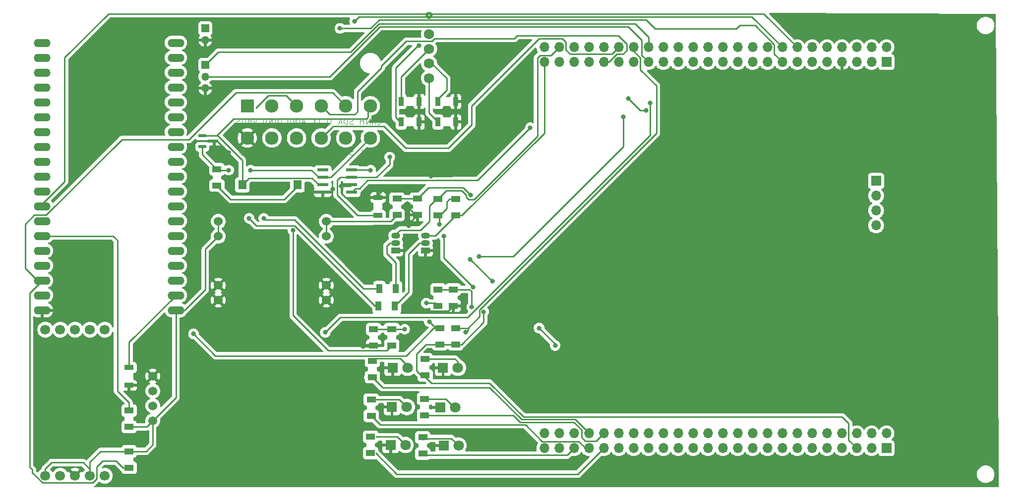
<source format=gbr>
%TF.GenerationSoftware,KiCad,Pcbnew,8.0.0-rc1*%
%TF.CreationDate,2024-02-28T14:24:43+09:00*%
%TF.ProjectId,KDL,4b444c2e-6b69-4636-9164-5f7063625858,rev?*%
%TF.SameCoordinates,Original*%
%TF.FileFunction,Copper,L1,Top*%
%TF.FilePolarity,Positive*%
%FSLAX46Y46*%
G04 Gerber Fmt 4.6, Leading zero omitted, Abs format (unit mm)*
G04 Created by KiCad (PCBNEW 8.0.0-rc1) date 2024-02-28 14:24:43*
%MOMM*%
%LPD*%
G01*
G04 APERTURE LIST*
%TA.AperFunction,SMDPad,CuDef*%
%ADD10R,1.600200X1.117600*%
%TD*%
%TA.AperFunction,ComponentPad*%
%ADD11R,1.800000X1.800000*%
%TD*%
%TA.AperFunction,ComponentPad*%
%ADD12C,1.800000*%
%TD*%
%TA.AperFunction,SMDPad,CuDef*%
%ADD13R,1.981200X0.558800*%
%TD*%
%TA.AperFunction,ComponentPad*%
%ADD14C,1.524000*%
%TD*%
%TA.AperFunction,ComponentPad*%
%ADD15R,1.350000X1.350000*%
%TD*%
%TA.AperFunction,ComponentPad*%
%ADD16O,1.350000X1.350000*%
%TD*%
%TA.AperFunction,ComponentPad*%
%ADD17O,2.844800X1.422400*%
%TD*%
%TA.AperFunction,SMDPad,CuDef*%
%ADD18R,1.117600X1.600200*%
%TD*%
%TA.AperFunction,SMDPad,CuDef*%
%ADD19R,1.600000X0.855600*%
%TD*%
%TA.AperFunction,SMDPad,CuDef*%
%ADD20R,0.855600X1.600000*%
%TD*%
%TA.AperFunction,ComponentPad*%
%ADD21R,2.300000X2.300000*%
%TD*%
%TA.AperFunction,ComponentPad*%
%ADD22C,2.300000*%
%TD*%
%TA.AperFunction,ComponentPad*%
%ADD23C,1.752600*%
%TD*%
%TA.AperFunction,SMDPad,CuDef*%
%ADD24R,1.320800X0.558800*%
%TD*%
%TA.AperFunction,ComponentPad*%
%ADD25R,1.500000X1.050000*%
%TD*%
%TA.AperFunction,ComponentPad*%
%ADD26O,1.500000X1.050000*%
%TD*%
%TA.AperFunction,SMDPad,CuDef*%
%ADD27R,1.450000X1.600000*%
%TD*%
%TA.AperFunction,ComponentPad*%
%ADD28O,1.700000X1.700000*%
%TD*%
%TA.AperFunction,ComponentPad*%
%ADD29R,1.700000X1.700000*%
%TD*%
%TA.AperFunction,ComponentPad*%
%ADD30C,1.700000*%
%TD*%
%TA.AperFunction,ViaPad*%
%ADD31C,0.800000*%
%TD*%
%TA.AperFunction,ViaPad*%
%ADD32C,0.300000*%
%TD*%
%TA.AperFunction,Conductor*%
%ADD33C,0.250000*%
%TD*%
%ADD34C,0.100000*%
%ADD35C,0.508000*%
G04 APERTURE END LIST*
D10*
%TO.P,R15,1*%
%TO.N,/AIN1*%
X110600000Y-100997000D03*
%TO.P,R15,2*%
%TO.N,/STM_AIN1*%
X110600000Y-98203000D03*
%TD*%
D11*
%TO.P,D1,1,K*%
%TO.N,GND*%
X119360000Y-104793000D03*
D12*
%TO.P,D1,2,A*%
%TO.N,Net-(D1-A)*%
X121900000Y-104793000D03*
%TD*%
D13*
%TO.P,U7,1,TXD*%
%TO.N,/CTX*%
X103750000Y-74790000D03*
%TO.P,U7,2,GND*%
%TO.N,GND*%
X103750000Y-73520000D03*
%TO.P,U7,3,VCC*%
%TO.N,/5V*%
X103750000Y-72250000D03*
%TO.P,U7,4,RXD*%
%TO.N,/CRX*%
X103750000Y-70980000D03*
%TO.P,U7,5,VREF*%
%TO.N,unconnected-(U7-VREF-Pad5)*%
X98822400Y-70980000D03*
%TO.P,U7,6,CANL*%
%TO.N,/CANL*%
X98822400Y-72250000D03*
%TO.P,U7,7,CANH*%
%TO.N,/CANH*%
X98822400Y-73520000D03*
%TO.P,U7,8,S*%
%TO.N,GND*%
X98822400Y-74790000D03*
%TD*%
D14*
%TO.P,U2,1,VCC*%
%TO.N,+3.3V*%
X69796000Y-113841000D03*
%TO.P,U2,2,RX*%
%TO.N,/GPS_UART_TX*%
X69796000Y-111301000D03*
%TO.P,U2,3,TX*%
%TO.N,/GPS_UART_RX*%
X69796000Y-108761000D03*
%TO.P,U2,4,GND*%
%TO.N,GND*%
X69796000Y-106221000D03*
%TD*%
D15*
%TO.P,J2,1,Pin_1*%
%TO.N,/DEBUG_UART_TX*%
X78750000Y-53000000D03*
D16*
%TO.P,J2,2,Pin_2*%
%TO.N,/DEBUG_UART_RX*%
X78750000Y-55000000D03*
%TO.P,J2,3,Pin_3*%
%TO.N,GND*%
X78750000Y-57000000D03*
%TD*%
D10*
%TO.P,R21,1*%
%TO.N,/CANL*%
X80750000Y-70853000D03*
%TO.P,R21,2*%
%TO.N,Net-(R21-Pad2)*%
X80750000Y-73647000D03*
%TD*%
%TO.P,R13,1*%
%TO.N,/AIN0*%
X118500000Y-94197000D03*
%TO.P,R13,2*%
%TO.N,/STM_AIN0*%
X118500000Y-91403000D03*
%TD*%
D17*
%TO.P,U4,3V3,3.3V*%
%TO.N,+3.3V*%
X73750000Y-94950000D03*
%TO.P,U4,EN,EN*%
%TO.N,Net-(C1-Pad2)*%
X73750000Y-92410000D03*
%TO.P,U4,GND@1,GND@1*%
%TO.N,unconnected-(U4-PadGND@1)*%
X73750000Y-61930000D03*
%TO.P,U4,GND@2,GND@2*%
%TO.N,GND*%
X50890000Y-94950000D03*
%TO.P,U4,GND@3,GND@3*%
%TO.N,unconnected-(U4-PadGND@3)*%
X50890000Y-79710000D03*
%TO.P,U4,GPIO0,GPIO0*%
%TO.N,unconnected-(U4-PadGPIO0)*%
X50890000Y-61930000D03*
%TO.P,U4,GPIO2,GPIO2*%
%TO.N,unconnected-(U4-PadGPIO2)*%
X50890000Y-59390000D03*
%TO.P,U4,GPIO4,GPIO4*%
%TO.N,unconnected-(U4-PadGPIO4)*%
X50890000Y-64470000D03*
%TO.P,U4,GPIO5,GPIO5*%
%TO.N,unconnected-(U4-PadGPIO5)*%
X50890000Y-72090000D03*
%TO.P,U4,GPIO6,GPIO6*%
%TO.N,unconnected-(U4-PadGPIO6)*%
X50890000Y-49230000D03*
%TO.P,U4,GPIO7,GPIO7*%
%TO.N,unconnected-(U4-PadGPIO7)*%
X50890000Y-51770000D03*
%TO.P,U4,GPIO8,GPIO8*%
%TO.N,unconnected-(U4-PadGPIO8)*%
X50890000Y-54310000D03*
%TO.P,U4,GPIO9,GPIO9*%
%TO.N,unconnected-(U4-PadGPIO9)*%
X73750000Y-56850000D03*
%TO.P,U4,GPIO10,GPIO10*%
%TO.N,unconnected-(U4-PadGPIO10)*%
X73750000Y-54310000D03*
%TO.P,U4,GPIO11,GPIO11*%
%TO.N,unconnected-(U4-PadGPIO11)*%
X73750000Y-51770000D03*
%TO.P,U4,GPIO12,GPIO12*%
%TO.N,unconnected-(U4-PadGPIO12)*%
X73750000Y-64470000D03*
%TO.P,U4,GPIO13,GPIO13*%
%TO.N,unconnected-(U4-PadGPIO13)*%
X73750000Y-59390000D03*
%TO.P,U4,GPIO14,GPIO14*%
%TO.N,unconnected-(U4-PadGPIO14)*%
X73750000Y-67010000D03*
%TO.P,U4,GPIO15,GPIO15*%
%TO.N,unconnected-(U4-PadGPIO15)*%
X50890000Y-56850000D03*
%TO.P,U4,GPIO16,GPIO16*%
%TO.N,unconnected-(U4-PadGPIO16)*%
X50890000Y-67010000D03*
%TO.P,U4,GPIO17,GPIO17*%
%TO.N,unconnected-(U4-PadGPIO17)*%
X50890000Y-69550000D03*
%TO.P,U4,GPIO18,GPIO18*%
%TO.N,unconnected-(U4-PadGPIO18)*%
X50890000Y-74630000D03*
%TO.P,U4,GPIO19,GPIO19*%
%TO.N,/ESP_COMM*%
X50890000Y-77170000D03*
%TO.P,U4,GPIO21,GPIO21*%
%TO.N,/ESP_I2C_SCL*%
X50890000Y-82250000D03*
%TO.P,U4,GPIO22,GPIO22*%
%TO.N,/ESP_I2C_SDA*%
X50890000Y-89870000D03*
%TO.P,U4,GPIO23,GPIO23*%
%TO.N,unconnected-(U4-PadGPIO23)*%
X50890000Y-92410000D03*
%TO.P,U4,GPIO25,GPIO25*%
%TO.N,unconnected-(U4-PadGPIO25)*%
X73750000Y-74630000D03*
%TO.P,U4,GPIO26,GPIO26*%
%TO.N,unconnected-(U4-PadGPIO26)*%
X73750000Y-72090000D03*
%TO.P,U4,GPIO27,GPIO27*%
%TO.N,unconnected-(U4-PadGPIO27)*%
X73750000Y-69550000D03*
%TO.P,U4,GPIO32,GPIO32*%
%TO.N,unconnected-(U4-PadGPIO32)*%
X73750000Y-79710000D03*
%TO.P,U4,GPIO33,GPIO33*%
%TO.N,unconnected-(U4-PadGPIO33)*%
X73750000Y-77170000D03*
%TO.P,U4,GPIO34,GPIO34*%
%TO.N,unconnected-(U4-PadGPIO34)*%
X73750000Y-84790000D03*
%TO.P,U4,GPIO35,GPIO35*%
%TO.N,unconnected-(U4-PadGPIO35)*%
X73750000Y-82250000D03*
%TO.P,U4,GPIO36,GPIO36*%
%TO.N,unconnected-(U4-PadGPIO36)*%
X73750000Y-89870000D03*
%TO.P,U4,GPIO39,GPIO39*%
%TO.N,unconnected-(U4-PadGPIO39)*%
X73750000Y-87330000D03*
%TO.P,U4,RX0,RX0*%
%TO.N,unconnected-(U4-PadRX0)*%
X50890000Y-84790000D03*
%TO.P,U4,TX0,TX0*%
%TO.N,unconnected-(U4-PadTX0)*%
X50890000Y-87330000D03*
%TO.P,U4,VIN,VIN*%
%TO.N,unconnected-(U4-PadVIN)*%
X73750000Y-49230000D03*
%TD*%
D18*
%TO.P,R3,1*%
%TO.N,Net-(Q1-B)*%
X111147000Y-94250000D03*
%TO.P,R3,2*%
%TO.N,/DIN0*%
X108353000Y-94250000D03*
%TD*%
D11*
%TO.P,D5,1,K*%
%TO.N,GND*%
X110760000Y-104800000D03*
D12*
%TO.P,D5,2,A*%
%TO.N,Net-(D5-A)*%
X113300000Y-104800000D03*
%TD*%
D11*
%TO.P,D4,1,K*%
%TO.N,GND*%
X110637000Y-111500000D03*
D12*
%TO.P,D4,2,A*%
%TO.N,Net-(D4-A)*%
X113177000Y-111500000D03*
%TD*%
D19*
%TO.P,C6,1*%
%TO.N,GND*%
X108250000Y-75694398D03*
%TO.P,C6,2*%
%TO.N,/5V*%
X108250000Y-78750000D03*
%TD*%
D10*
%TO.P,R6,1*%
%TO.N,+3.3V*%
X118500000Y-78750000D03*
%TO.P,R6,2*%
%TO.N,/STM_DIN1*%
X118500000Y-75956000D03*
%TD*%
D20*
%TO.P,C2,1*%
%TO.N,GND*%
X115277801Y-62752800D03*
%TO.P,C2,2*%
%TO.N,/IO1*%
X112222199Y-62752800D03*
%TD*%
D10*
%TO.P,R2,1*%
%TO.N,/VSENSE*%
X115000000Y-75855800D03*
%TO.P,R2,2*%
%TO.N,GND*%
X115000000Y-78649800D03*
%TD*%
%TO.P,R4,1*%
%TO.N,+3.3V*%
X121500000Y-75956000D03*
%TO.P,R4,2*%
%TO.N,/STM_DIN0*%
X121500000Y-78750000D03*
%TD*%
D21*
%TO.P,J1,1,1*%
%TO.N,VBUS*%
X85950003Y-60000000D03*
D22*
%TO.P,J1,2,2*%
%TO.N,/DIN0*%
X90150002Y-60000000D03*
%TO.P,J1,3,3*%
%TO.N,/AIN0*%
X94350001Y-60000000D03*
%TO.P,J1,4,4*%
%TO.N,/LOG_UART_TX*%
X98550001Y-60000000D03*
%TO.P,J1,5,5*%
%TO.N,/ESP_I2C_SDA*%
X102750000Y-60000000D03*
%TO.P,J1,6,6*%
%TO.N,/CANH*%
X106949999Y-60000000D03*
%TO.P,J1,7,7*%
%TO.N,GND*%
X85950003Y-65499999D03*
%TO.P,J1,8,8*%
%TO.N,/DIN1*%
X90150002Y-65499999D03*
%TO.P,J1,9,9*%
%TO.N,/AIN1*%
X94350001Y-65499999D03*
%TO.P,J1,10,10*%
%TO.N,/LOG_UART_RX*%
X98550001Y-65499999D03*
%TO.P,J1,11,11*%
%TO.N,/ESP_I2C_SCL*%
X102750000Y-65499999D03*
%TO.P,J1,12,12*%
%TO.N,/CANL*%
X106949999Y-65499999D03*
%TD*%
D14*
%TO.P,U1,1,IN*%
%TO.N,VBUS*%
X99431000Y-79765000D03*
X99431000Y-82305000D03*
%TO.P,U1,2,GND*%
%TO.N,GND*%
X99431000Y-90705000D03*
X99431000Y-93245000D03*
%TO.P,U1,3,OUT*%
%TO.N,+3.3V*%
X80971000Y-79765000D03*
X80971000Y-82305000D03*
%TO.P,U1,4,GND*%
%TO.N,GND*%
X80971000Y-90705000D03*
X80971000Y-93245000D03*
%TD*%
D10*
%TO.P,R8,1*%
%TO.N,Net-(D2-A)*%
X107000000Y-116603000D03*
%TO.P,R8,2*%
%TO.N,/LED_ERR*%
X107000000Y-119397000D03*
%TD*%
D23*
%TO.P,J3,1,1*%
%TO.N,/IO1*%
X116970199Y-47752800D03*
%TO.P,J3,2,2*%
%TO.N,/IO2*%
X116970199Y-50252800D03*
%TO.P,J3,3,3*%
%TO.N,/IO3*%
X116970199Y-52752800D03*
%TO.P,J3,4,4*%
%TO.N,/IO4*%
X116970199Y-55252800D03*
%TD*%
D11*
%TO.P,D3,1,K*%
%TO.N,GND*%
X118889000Y-111596000D03*
D12*
%TO.P,D3,2,A*%
%TO.N,Net-(D3-A)*%
X121429000Y-111596000D03*
%TD*%
D24*
%TO.P,CR1,1,1*%
%TO.N,/CANH*%
X78250000Y-65099998D03*
%TO.P,CR1,2,2*%
%TO.N,/CANL*%
X78250000Y-67000000D03*
%TO.P,CR1,3,3*%
%TO.N,GND*%
X80282000Y-66049999D03*
%TD*%
D20*
%TO.P,C4,1*%
%TO.N,GND*%
X121527801Y-59252800D03*
%TO.P,C4,2*%
%TO.N,/IO3*%
X118472199Y-59252800D03*
%TD*%
D10*
%TO.P,R11,1*%
%TO.N,Net-(D5-A)*%
X107288000Y-103620000D03*
%TO.P,R11,2*%
%TO.N,/LED_CAN*%
X107288000Y-106414000D03*
%TD*%
D20*
%TO.P,C3,1*%
%TO.N,GND*%
X115277801Y-59252800D03*
%TO.P,C3,2*%
%TO.N,/IO2*%
X112222199Y-59252800D03*
%TD*%
D19*
%TO.P,C1,1*%
%TO.N,GND*%
X65750000Y-107805602D03*
%TO.P,C1,2*%
%TO.N,Net-(C1-Pad2)*%
X65750000Y-104750000D03*
%TD*%
D10*
%TO.P,R7,1*%
%TO.N,Net-(D1-A)*%
X116299000Y-103316000D03*
%TO.P,R7,2*%
%TO.N,+3.3V*%
X116299000Y-106110000D03*
%TD*%
D18*
%TO.P,R5,1*%
%TO.N,Net-(Q2-B)*%
X111294000Y-91250000D03*
%TO.P,R5,2*%
%TO.N,/DIN1*%
X108500000Y-91250000D03*
%TD*%
D10*
%TO.P,R16,1*%
%TO.N,/STM_AIN1*%
X107500000Y-98203000D03*
%TO.P,R16,2*%
%TO.N,GND*%
X107500000Y-100997000D03*
%TD*%
%TO.P,R9,1*%
%TO.N,Net-(D3-A)*%
X116200000Y-110103000D03*
%TO.P,R9,2*%
%TO.N,/LED_HEARTBEAT*%
X116200000Y-112897000D03*
%TD*%
%TO.P,R17,1*%
%TO.N,+3.3V*%
X65750000Y-114897000D03*
%TO.P,R17,2*%
%TO.N,/ESP_I2C_SCL*%
X65750000Y-112103000D03*
%TD*%
%TO.P,R19,1*%
%TO.N,/ACC_I2C_SCL*%
X118800000Y-98003000D03*
%TO.P,R19,2*%
%TO.N,+3.3V*%
X118800000Y-100797000D03*
%TD*%
%TO.P,R18,1*%
%TO.N,+3.3V*%
X65750000Y-119103000D03*
%TO.P,R18,2*%
%TO.N,/ESP_I2C_SDA*%
X65750000Y-121897000D03*
%TD*%
D11*
%TO.P,D6,1,K*%
%TO.N,GND*%
X119460000Y-118100000D03*
D12*
%TO.P,D6,2,A*%
%TO.N,Net-(D6-A)*%
X122000000Y-118100000D03*
%TD*%
D25*
%TO.P,Q1,1,E*%
%TO.N,GND*%
X116360000Y-84770000D03*
D26*
%TO.P,Q1,2,B*%
%TO.N,Net-(Q1-B)*%
X116360000Y-83500000D03*
%TO.P,Q1,3,C*%
%TO.N,/STM_DIN0*%
X116360000Y-82230000D03*
%TD*%
D15*
%TO.P,J4,1,Pin_1*%
%TO.N,/5V*%
X78750000Y-46750000D03*
D16*
%TO.P,J4,2,Pin_2*%
%TO.N,GND*%
X78750000Y-48750000D03*
%TD*%
D10*
%TO.P,R14,1*%
%TO.N,/STM_AIN0*%
X121100000Y-91403000D03*
%TO.P,R14,2*%
%TO.N,GND*%
X121100000Y-94197000D03*
%TD*%
D27*
%TO.P,S1,1,1*%
%TO.N,Net-(R21-Pad2)*%
X94500000Y-73500000D03*
%TO.P,S1,2,2*%
%TO.N,/CANH*%
X85100000Y-73500000D03*
%TD*%
D28*
%TO.P,U5,10,VSS*%
%TO.N,GND*%
X187439000Y-52520000D03*
%TO.P,U5,15,PC0*%
%TO.N,/STM_AIN0*%
X174739000Y-118562200D03*
%TO.P,U5,16,PC1*%
%TO.N,/STM_AIN1*%
X174739000Y-116022200D03*
%TO.P,U5,17,PC2*%
%TO.N,unconnected-(U5-PC2-Pad17)*%
X172199000Y-118562200D03*
%TO.P,U5,18,PC3*%
%TO.N,unconnected-(U5-PC3-Pad18)*%
X172199000Y-116022200D03*
%TO.P,U5,23,PA0*%
%TO.N,unconnected-(U5-PA0-Pad23)*%
X167119000Y-118562200D03*
%TO.P,U5,24,PA1*%
%TO.N,unconnected-(U5-PA1-Pad24)*%
X167119000Y-116022200D03*
%TO.P,U5,25,PA2*%
%TO.N,unconnected-(U5-PA2-Pad25)*%
X164579000Y-118562200D03*
%TO.P,U5,26,PA3*%
%TO.N,unconnected-(U5-PA3-Pad26)*%
X164579000Y-116022200D03*
%TO.P,U5,34,PC5*%
%TO.N,/VSENSE*%
X156959000Y-116022200D03*
%TO.P,U5,41,PE10*%
%TO.N,unconnected-(U5-PE10-Pad41)*%
X149339000Y-116022200D03*
%TO.P,U5,42,PE11*%
%TO.N,/LED_ERR*%
X146799000Y-118562200D03*
%TO.P,U5,43,PE12*%
%TO.N,/LED_HEARTBEAT*%
X146799000Y-116022200D03*
%TO.P,U5,44,PE13*%
%TO.N,/LED_SD*%
X144259000Y-118562200D03*
%TO.P,U5,45,PE14*%
%TO.N,/LED_CAN*%
X144259000Y-116022200D03*
%TO.P,U5,46,PE15*%
%TO.N,/LED_TELEMETRY*%
X141719000Y-118562200D03*
%TO.P,U5,47,PB10*%
%TO.N,unconnected-(U5-PB10-Pad47)*%
X141719000Y-116022200D03*
%TO.P,U5,48,PB11*%
%TO.N,unconnected-(U5-PB11-Pad48)*%
X139179000Y-118562200D03*
%TO.P,U5,55,PD8*%
%TO.N,/STM_DIN0*%
X136639000Y-52520000D03*
%TO.P,U5,56,PD9*%
%TO.N,/STM_DIN1*%
X139179000Y-49980000D03*
%TO.P,U5,57,PD10*%
%TO.N,unconnected-(U5-PD10-Pad57)*%
X139179000Y-52520000D03*
%TO.P,U5,58,PD11*%
%TO.N,unconnected-(U5-PD11-Pad58)*%
X141719000Y-49980000D03*
%TO.P,U5,59,PD12*%
%TO.N,unconnected-(U5-PD12-Pad59)*%
X141719000Y-52520000D03*
%TO.P,U5,60,PD13*%
%TO.N,unconnected-(U5-PD13-Pad60)*%
X144259000Y-49980000D03*
%TO.P,U5,61,PD14*%
%TO.N,unconnected-(U5-PD14-Pad61)*%
X144259000Y-52520000D03*
%TO.P,U5,62,PD15*%
%TO.N,unconnected-(U5-PD15-Pad62)*%
X146799000Y-49980000D03*
%TO.P,U5,63,PC6*%
%TO.N,/LOG_UART_TX*%
X146799000Y-52520000D03*
%TO.P,U5,64,PC7*%
%TO.N,/LOG_UART_RX*%
X149339000Y-49980000D03*
%TO.P,U5,66,PC9*%
%TO.N,/ACC_I2C_SDA*%
X151879000Y-49980000D03*
%TO.P,U5,67,PA8*%
%TO.N,/ACC_I2C_SCL*%
X151879000Y-52520000D03*
%TO.P,U5,68,PA9*%
%TO.N,/DEBUG_UART_TX*%
X154419000Y-49980000D03*
%TO.P,U5,69,PA10*%
%TO.N,/DEBUG_UART_RX*%
X154419000Y-52520000D03*
%TO.P,U5,78,PC10*%
%TO.N,/GPS_UART_TX*%
X159499000Y-52520000D03*
%TO.P,U5,79,PC11*%
%TO.N,/GPS_UART_RX*%
X162039000Y-49980000D03*
%TO.P,U5,81,PD0*%
%TO.N,/CRX*%
X164579000Y-49980000D03*
%TO.P,U5,82,PD1*%
%TO.N,/CTX*%
X164579000Y-52520000D03*
%TO.P,U5,83,PD2*%
%TO.N,/IO1*%
X167119000Y-49980000D03*
%TO.P,U5,84,PD3*%
%TO.N,/IO2*%
X167119000Y-52520000D03*
%TO.P,U5,85,PD4*%
%TO.N,/IO3*%
X169659000Y-49980000D03*
%TO.P,U5,86,PD5*%
%TO.N,/IO4*%
X169659000Y-52520000D03*
%TO.P,U5,87,PD6*%
%TO.N,unconnected-(U5-PD6-Pad87)*%
X172199000Y-49980000D03*
%TO.P,U5,92,PB6*%
%TO.N,/ESP_I2C_SCL*%
X177279000Y-49980000D03*
%TO.P,U5,93,PB7*%
%TO.N,/ESP_I2C_SDA*%
X177279000Y-52520000D03*
%TO.P,U5,94,BOOT0*%
%TO.N,unconnected-(U5-BOOT0-Pad94)*%
X189979000Y-52520000D03*
%TO.P,U5,95,PB8*%
%TO.N,/ESP_COMM*%
X179819000Y-49980000D03*
%TO.P,U5,100,VDD*%
%TO.N,+3.3V*%
X189979000Y-118562200D03*
D29*
%TO.P,U5,110*%
%TO.N,N/C*%
X193286500Y-72840000D03*
D28*
%TO.P,U5,111*%
X193286500Y-75380000D03*
%TO.P,U5,112*%
X193286500Y-77920000D03*
%TO.P,U5,113*%
X193286500Y-80460000D03*
%TO.P,U5,X*%
X192519000Y-49980000D03*
X189979000Y-49980000D03*
X187439000Y-49980000D03*
X184899000Y-49980000D03*
X182359000Y-49980000D03*
X174739000Y-49980000D03*
X159499000Y-49980000D03*
X156959000Y-49980000D03*
X136639000Y-49980000D03*
D29*
X195059000Y-52520000D03*
D28*
X192519000Y-52520000D03*
X184899000Y-52520000D03*
X182359000Y-52520000D03*
X179819000Y-52520000D03*
X174739000Y-52520000D03*
X172199000Y-52520000D03*
X162039000Y-52520000D03*
X156959000Y-52520000D03*
X149339000Y-52520000D03*
X195059000Y-116022200D03*
X192519000Y-116022200D03*
X189979000Y-116022200D03*
X187439000Y-116022200D03*
X184899000Y-116022200D03*
X182359000Y-116022200D03*
X179819000Y-116022200D03*
X177279000Y-116022200D03*
X169659000Y-116022200D03*
X162039000Y-116022200D03*
X159499000Y-116022200D03*
X154419000Y-116022200D03*
X151879000Y-116022200D03*
X139179000Y-116022200D03*
X136639000Y-116022200D03*
X192519000Y-118562200D03*
X187439000Y-118562200D03*
X184899000Y-118562200D03*
X182359000Y-118562200D03*
X179819000Y-118562200D03*
X177279000Y-118562200D03*
X169659000Y-118562200D03*
X162039000Y-118562200D03*
X159499000Y-118562200D03*
X156959000Y-118562200D03*
X154419000Y-118562200D03*
X151879000Y-118562200D03*
X149339000Y-118562200D03*
X136639000Y-118562200D03*
%TO.P,U5,x*%
X195059000Y-49980000D03*
D29*
X195059000Y-118562200D03*
%TD*%
D10*
%TO.P,R1,1*%
%TO.N,VBUS*%
X111500000Y-78649800D03*
%TO.P,R1,2*%
%TO.N,/VSENSE*%
X111500000Y-75855800D03*
%TD*%
%TO.P,R10,1*%
%TO.N,Net-(D4-A)*%
X107086000Y-110230000D03*
%TO.P,R10,2*%
%TO.N,/LED_SD*%
X107086000Y-113024000D03*
%TD*%
%TO.P,R12,1*%
%TO.N,Net-(D6-A)*%
X115900000Y-116700000D03*
%TO.P,R12,2*%
%TO.N,/LED_TELEMETRY*%
X115900000Y-119494000D03*
%TD*%
D11*
%TO.P,D2,1,K*%
%TO.N,GND*%
X110400000Y-118000000D03*
D12*
%TO.P,D2,2,A*%
%TO.N,Net-(D2-A)*%
X112940000Y-118000000D03*
%TD*%
D20*
%TO.P,C5,1*%
%TO.N,GND*%
X121555602Y-62752800D03*
%TO.P,C5,2*%
%TO.N,/IO4*%
X118500000Y-62752800D03*
%TD*%
D10*
%TO.P,R20,1*%
%TO.N,/ACC_I2C_SDA*%
X121500000Y-98003000D03*
%TO.P,R20,2*%
%TO.N,+3.3V*%
X121500000Y-100797000D03*
%TD*%
D25*
%TO.P,Q2,1,E*%
%TO.N,GND*%
X111260000Y-84740000D03*
D26*
%TO.P,Q2,2,B*%
%TO.N,Net-(Q2-B)*%
X111260000Y-83470000D03*
%TO.P,Q2,3,C*%
%TO.N,/STM_DIN1*%
X111260000Y-82200000D03*
%TD*%
D30*
%TO.P,U6,1,3V3*%
%TO.N,+3.3V*%
X59063000Y-123272000D03*
%TO.P,U6,2,GND*%
%TO.N,GND*%
X56523000Y-123272000D03*
%TO.P,U6,6,Vs*%
%TO.N,unconnected-(U6-Vs-Pad6)*%
X53983000Y-123272000D03*
%TO.P,U6,7,~{CS}*%
%TO.N,+3.3V*%
X51443000Y-123272000D03*
%TO.P,U6,8,INT1*%
%TO.N,unconnected-(U6-INT1-Pad8)*%
X51443000Y-98272000D03*
%TO.P,U6,9,INT2*%
%TO.N,unconnected-(U6-INT2-Pad9)*%
X53983000Y-98272000D03*
%TO.P,U6,12,SDO/ADDR*%
%TO.N,unconnected-(U6-SDO{slash}ADDR-Pad12)*%
X56523000Y-98272000D03*
%TO.P,U6,13,SDA*%
%TO.N,/ACC_I2C_SDA*%
X59063000Y-98272000D03*
%TO.P,U6,14,SCL/SCLK*%
%TO.N,/ACC_I2C_SCL*%
X61603000Y-98272000D03*
%TO.P,U6,22,5V*%
%TO.N,unconnected-(U6-5V-Pad22)*%
X61603000Y-123272000D03*
%TD*%
D31*
%TO.N,GND*%
X105700000Y-101155800D03*
X113500000Y-80502800D03*
X109250000Y-74252800D03*
X100500000Y-74252800D03*
D32*
X113250000Y-76330800D03*
D31*
X117250000Y-72002800D03*
X82738747Y-68014053D03*
X119750000Y-68752800D03*
X118000000Y-65002800D03*
X102000000Y-73752800D03*
%TO.N,/IO1*%
X115235099Y-49679100D03*
%TO.N,/DIN0*%
X86250000Y-79250000D03*
%TO.N,/AIN0*%
X116500000Y-93750000D03*
%TO.N,/ESP_I2C_SDA*%
X101750000Y-46750000D03*
%TO.N,/DIN1*%
X88750000Y-79250000D03*
%TO.N,/AIN1*%
X93737347Y-81262653D03*
%TO.N,/ESP_I2C_SCL*%
X104250000Y-45525000D03*
%TO.N,/CANL*%
X82750000Y-71000000D03*
X86500000Y-71000000D03*
%TO.N,/VSENSE*%
X138500000Y-101000000D03*
X123998600Y-86251400D03*
X135750000Y-98002800D03*
X127750000Y-90002800D03*
X124040503Y-75275000D03*
%TO.N,/STM_AIN0*%
X124250000Y-94400000D03*
%TO.N,+3.3V*%
X119500000Y-82250000D03*
X124500000Y-91000000D03*
X118750000Y-80250000D03*
X126300000Y-95200000D03*
%TO.N,/STM_AIN1*%
X112800000Y-98200000D03*
%TO.N,/GPS_UART_TX*%
X154750000Y-59500000D03*
X99250000Y-98750000D03*
%TO.N,/GPS_UART_RX*%
X150100000Y-61900000D03*
X125500000Y-85750000D03*
%TO.N,/CTX*%
X154025000Y-60750000D03*
X150987347Y-58737347D03*
X134250000Y-63750000D03*
%TO.N,/CRX*%
X107000000Y-71000000D03*
%TO.N,/ACC_I2C_SCL*%
X117000000Y-96900000D03*
X76750000Y-99000000D03*
%TO.N,/ACC_I2C_SDA*%
X123250000Y-98750000D03*
%TO.N,/5V*%
X110250000Y-68752800D03*
%TD*%
D33*
%TO.N,GND*%
X187500000Y-55252800D02*
X187439000Y-55191800D01*
X113500000Y-80149800D02*
X115000000Y-78649800D01*
X103517200Y-73752800D02*
X103750000Y-73520000D01*
X122025801Y-69783400D02*
X122025801Y-70833400D01*
X102000000Y-73752800D02*
X103517200Y-73752800D01*
X107341200Y-101155800D02*
X107500000Y-100997000D01*
X108250000Y-75694398D02*
X108250000Y-75252800D01*
X121100000Y-94197000D02*
X120216200Y-95080800D01*
X115000000Y-78649800D02*
X114683522Y-78649800D01*
X99962800Y-74790000D02*
X100500000Y-74252800D01*
X105700000Y-101155800D02*
X107341200Y-101155800D01*
X115328000Y-95080800D02*
X114750000Y-94502800D01*
X122025801Y-70833400D02*
X120856401Y-72002800D01*
X113250000Y-77002800D02*
X113250000Y-76580800D01*
X80774693Y-66049999D02*
X82738747Y-68014053D01*
X113500000Y-80502800D02*
X113500000Y-80149800D01*
X103750000Y-73520000D02*
X104461200Y-73520000D01*
X102000000Y-74960000D02*
X102734398Y-75694398D01*
X113250000Y-77216278D02*
X113250000Y-77002800D01*
X113250000Y-76580800D02*
X113250000Y-76330800D01*
X80282000Y-66049999D02*
X80774693Y-66049999D01*
X98822400Y-74790000D02*
X99962800Y-74790000D01*
X187439000Y-52520000D02*
X187439000Y-55191800D01*
X120856401Y-72002800D02*
X117250000Y-72002800D01*
X114683522Y-78649800D02*
X113250000Y-77216278D01*
X108250000Y-75252800D02*
X109250000Y-74252800D01*
X102734398Y-75694398D02*
X108250000Y-75694398D01*
X121100000Y-94197000D02*
X121497000Y-94197000D01*
X120216200Y-95080800D02*
X115328000Y-95080800D01*
X102000000Y-73752800D02*
X102000000Y-74960000D01*
%TO.N,Net-(C1-Pad2)*%
X65750000Y-100410000D02*
X73750000Y-92410000D01*
X65750000Y-104750000D02*
X65750000Y-100410000D01*
%TO.N,/IO1*%
X115235099Y-49679100D02*
X115073700Y-49679100D01*
X111250000Y-53502800D02*
X111250000Y-62002800D01*
X111250000Y-62002800D02*
X112000000Y-62752800D01*
X112000000Y-62752800D02*
X112222199Y-62752800D01*
X115073700Y-49679100D02*
X111250000Y-53502800D01*
%TO.N,/IO2*%
X116970199Y-50252800D02*
X112222199Y-55000800D01*
X112222199Y-55000800D02*
X112222199Y-59252800D01*
%TO.N,/IO3*%
X170020000Y-49980000D02*
X170200000Y-49800000D01*
X169659000Y-49980000D02*
X170020000Y-49980000D01*
X120000000Y-55316001D02*
X120000000Y-57277621D01*
X116970199Y-52286200D02*
X120000000Y-55316001D01*
X120000000Y-57277621D02*
X118472199Y-58805422D01*
X118472199Y-58805422D02*
X118472199Y-59252800D01*
%TO.N,/IO4*%
X116970199Y-55252800D02*
X116970199Y-61222999D01*
X116970199Y-61222999D02*
X118500000Y-62752800D01*
%TO.N,Net-(D1-A)*%
X121400000Y-103300000D02*
X121384000Y-103316000D01*
X121900000Y-103800000D02*
X121400000Y-103300000D01*
X121900000Y-104793000D02*
X121900000Y-103800000D01*
X121384000Y-103316000D02*
X116299000Y-103316000D01*
%TO.N,Net-(D2-A)*%
X112940000Y-118000000D02*
X111543000Y-116603000D01*
X111543000Y-116603000D02*
X107860000Y-116603000D01*
%TO.N,Net-(D3-A)*%
X121300000Y-111600000D02*
X119807000Y-110107000D01*
X119807000Y-110107000D02*
X116071000Y-110107000D01*
%TO.N,Net-(D4-A)*%
X113000000Y-111500000D02*
X112879000Y-111379000D01*
X113177000Y-111500000D02*
X111907000Y-110230000D01*
X111907000Y-110230000D02*
X107086000Y-110230000D01*
X113000000Y-111500000D02*
X113177000Y-111500000D01*
%TO.N,Net-(D5-A)*%
X113171000Y-104302000D02*
X112069000Y-103200000D01*
X112069000Y-103200000D02*
X111069896Y-103200000D01*
X111069896Y-103200000D02*
X111056096Y-103186200D01*
X111056096Y-103186200D02*
X107596800Y-103186200D01*
X113171000Y-104992000D02*
X113206000Y-105027000D01*
X107596800Y-103186200D02*
X107159000Y-103624000D01*
%TO.N,Net-(D6-A)*%
X120775000Y-116875000D02*
X116075000Y-116875000D01*
X116075000Y-116875000D02*
X115900000Y-116700000D01*
X115900000Y-116700000D02*
X115888000Y-116712000D01*
X122000000Y-118100000D02*
X120775000Y-116875000D01*
X115888000Y-116712000D02*
X115888000Y-117087000D01*
%TO.N,VBUS*%
X110397000Y-79752800D02*
X107250000Y-79752800D01*
X107250000Y-79752800D02*
X107237800Y-79765000D01*
X107237800Y-79765000D02*
X99431000Y-79765000D01*
X111500000Y-78649800D02*
X110397000Y-79752800D01*
X99431000Y-79765000D02*
X99431000Y-82305000D01*
%TO.N,/DIN0*%
X107750000Y-94250000D02*
X94000000Y-80500000D01*
X108353000Y-94250000D02*
X107750000Y-94250000D01*
X94000000Y-80500000D02*
X87500000Y-80500000D01*
X87500000Y-80500000D02*
X86250000Y-79250000D01*
%TO.N,/AIN0*%
X89500000Y-58250000D02*
X92600001Y-58250000D01*
X87425003Y-60324997D02*
X89500000Y-58250000D01*
X92600001Y-58250000D02*
X94350001Y-60000000D01*
X118053000Y-93750000D02*
X118500000Y-94197000D01*
X116500000Y-93750000D02*
X118053000Y-93750000D01*
X94543698Y-59472199D02*
X94754000Y-59682501D01*
X94922202Y-59472199D02*
X95200003Y-59750000D01*
%TO.N,/LOG_UART_TX*%
X117921894Y-48500000D02*
X117467794Y-48954100D01*
X149250000Y-48000000D02*
X132000000Y-48000000D01*
X150095000Y-51155000D02*
X150704000Y-50546000D01*
X104750000Y-61000000D02*
X104250000Y-61500000D01*
X113047300Y-48954100D02*
X108824961Y-53176439D01*
X108824961Y-53476649D02*
X104750000Y-57551610D01*
X150704000Y-50546000D02*
X150704000Y-49454000D01*
X117467794Y-48954100D02*
X113047300Y-48954100D01*
X131500000Y-48500000D02*
X117921894Y-48500000D01*
X149042299Y-51155000D02*
X150095000Y-51155000D01*
X146799000Y-52520000D02*
X147677299Y-52520000D01*
X104750000Y-57551610D02*
X104750000Y-61000000D01*
X104250000Y-61500000D02*
X100050001Y-61500000D01*
X108824961Y-53176439D02*
X108824961Y-53476649D01*
X132000000Y-48000000D02*
X131500000Y-48500000D01*
X147677299Y-52520000D02*
X149042299Y-51155000D01*
X100050001Y-61500000D02*
X98550001Y-60000000D01*
X150704000Y-49454000D02*
X149250000Y-48000000D01*
%TO.N,/ESP_I2C_SDA*%
X49250000Y-122740701D02*
X49250000Y-122240701D01*
X49250000Y-122240701D02*
X48750000Y-121740701D01*
X175914000Y-49493299D02*
X172670701Y-46250000D01*
X100500000Y-57750000D02*
X84010198Y-57750000D01*
X48000000Y-80250000D02*
X48000000Y-87750000D01*
X63553000Y-120750100D02*
X61249900Y-120750100D01*
X84010198Y-57750000D02*
X76010198Y-65750000D01*
X50956299Y-124447000D02*
X49250000Y-122740701D01*
X177279000Y-52520000D02*
X175914000Y-51155000D01*
X60238000Y-123758701D02*
X59549701Y-124447000D01*
X155563604Y-46813604D02*
X154002800Y-45252800D01*
X51576200Y-78673800D02*
X49576200Y-78673800D01*
X59549701Y-124447000D02*
X50956299Y-124447000D01*
X76010198Y-65750000D02*
X64500000Y-65750000D01*
X175914000Y-51155000D02*
X175914000Y-49493299D01*
X48750000Y-92010000D02*
X50890000Y-89870000D01*
X170000000Y-46250000D02*
X169436396Y-46813604D01*
X172670701Y-46250000D02*
X170000000Y-46250000D01*
X154002800Y-45252800D02*
X108497200Y-45252800D01*
X65750000Y-121897000D02*
X64699900Y-121897000D01*
X48000000Y-87750000D02*
X50120000Y-89870000D01*
X107000000Y-46750000D02*
X101750000Y-46750000D01*
X64699900Y-121897000D02*
X63553000Y-120750100D01*
X169436396Y-46813604D02*
X155563604Y-46813604D01*
X61249900Y-120750100D02*
X60238000Y-121762000D01*
X48750000Y-121740701D02*
X48750000Y-92010000D01*
X64500000Y-65750000D02*
X51576200Y-78673800D01*
X49576200Y-78673800D02*
X48000000Y-80250000D01*
X50120000Y-89870000D02*
X50890000Y-89870000D01*
X60238000Y-121762000D02*
X60238000Y-123758701D01*
X108497200Y-45252800D02*
X107000000Y-46750000D01*
X102750000Y-60000000D02*
X100500000Y-57750000D01*
%TO.N,/CANH*%
X98111200Y-73520000D02*
X96966200Y-72375000D01*
X106250000Y-62250000D02*
X106500000Y-62000000D01*
X85100000Y-69350000D02*
X85100000Y-73500000D01*
X83599998Y-62250000D02*
X106250000Y-62250000D01*
X80750000Y-65099998D02*
X80849998Y-65099998D01*
X106500000Y-60449999D02*
X106949999Y-60000000D01*
X86225000Y-72375000D02*
X85100000Y-73500000D01*
X106500000Y-62000000D02*
X106500000Y-60449999D01*
X98822400Y-73520000D02*
X98111200Y-73520000D01*
X80849998Y-65099998D02*
X85100000Y-69350000D01*
X96966200Y-72375000D02*
X86225000Y-72375000D01*
X78250000Y-65099998D02*
X80750000Y-65099998D01*
X80750000Y-65099998D02*
X83599998Y-62250000D01*
%TO.N,/DIN1*%
X94500000Y-80000000D02*
X94000000Y-79500000D01*
X105750000Y-91250000D02*
X94500000Y-80000000D01*
X89000000Y-79500000D02*
X88750000Y-79250000D01*
X94000000Y-79500000D02*
X89000000Y-79500000D01*
X108500000Y-91250000D02*
X105750000Y-91250000D01*
%TO.N,/AIN1*%
X99780800Y-101880800D02*
X93750000Y-95850000D01*
X110600000Y-100997000D02*
X109716200Y-101880800D01*
X109716200Y-101880800D02*
X99780800Y-101880800D01*
X93750000Y-81250000D02*
X93737347Y-81262653D01*
X93750000Y-95850000D02*
X93750000Y-81250000D01*
%TO.N,/LOG_UART_RX*%
X148164000Y-51155000D02*
X149339000Y-49980000D01*
X135750000Y-48502800D02*
X139750000Y-48502800D01*
X141042299Y-51155000D02*
X148164000Y-51155000D01*
X139750000Y-48502800D02*
X140354000Y-49106800D01*
X100500000Y-63550000D02*
X100500000Y-63502800D01*
X100500000Y-63502800D02*
X109250000Y-63502800D01*
X120250000Y-67252800D02*
X124250000Y-63252800D01*
X98550001Y-65499999D02*
X100500000Y-63550000D01*
X113000000Y-67252800D02*
X120250000Y-67252800D01*
X140354000Y-49106800D02*
X140354000Y-50466701D01*
X124250000Y-60002800D02*
X135750000Y-48502800D01*
X109250000Y-63502800D02*
X113000000Y-67252800D01*
X124250000Y-63252800D02*
X124250000Y-60002800D01*
X140354000Y-50466701D02*
X141042299Y-51155000D01*
%TO.N,/ESP_I2C_SCL*%
X104250000Y-45525000D02*
X105022200Y-44752800D01*
X63000000Y-82250000D02*
X50890000Y-82250000D01*
X63750000Y-83000000D02*
X63000000Y-82250000D01*
X172051800Y-44752800D02*
X177279000Y-49980000D01*
X65750000Y-112103000D02*
X65750000Y-110750000D01*
X63750000Y-108750000D02*
X63750000Y-83000000D01*
X105022200Y-44752800D02*
X172051800Y-44752800D01*
X65750000Y-110750000D02*
X63750000Y-108750000D01*
%TO.N,/CANL*%
X82750000Y-71000000D02*
X80897000Y-71000000D01*
X96861200Y-71000000D02*
X86500000Y-71000000D01*
X78250000Y-67000000D02*
X78250000Y-68353000D01*
X100199998Y-72250000D02*
X106949999Y-65499999D01*
X98111200Y-72250000D02*
X96861200Y-71000000D01*
X98822400Y-72250000D02*
X98111200Y-72250000D01*
X80897000Y-71000000D02*
X80750000Y-70853000D01*
X78250000Y-68353000D02*
X80750000Y-70853000D01*
X98822400Y-72250000D02*
X100199998Y-72250000D01*
%TO.N,/DEBUG_UART_TX*%
X108383596Y-46002800D02*
X103561397Y-50824999D01*
X80925001Y-50824999D02*
X78750000Y-53000000D01*
X154419000Y-48250000D02*
X152171800Y-46002800D01*
X152171800Y-46002800D02*
X108383596Y-46002800D01*
X103561397Y-50824999D02*
X80925001Y-50824999D01*
X154419000Y-49980000D02*
X154419000Y-48250000D01*
%TO.N,/DEBUG_UART_RX*%
X153244000Y-51345000D02*
X153244000Y-48744000D01*
X108569992Y-46452800D02*
X100022792Y-55000000D01*
X100022792Y-55000000D02*
X78750000Y-55000000D01*
X154419000Y-52520000D02*
X153244000Y-51345000D01*
X150952800Y-46452800D02*
X108569992Y-46452800D01*
X153244000Y-48744000D02*
X150952800Y-46452800D01*
%TO.N,Net-(Q1-B)*%
X113500000Y-85360000D02*
X115360000Y-83500000D01*
X113500000Y-91897000D02*
X113500000Y-85360000D01*
X115360000Y-83500000D02*
X116360000Y-83500000D01*
X111147000Y-94250000D02*
X113500000Y-91897000D01*
%TO.N,/STM_DIN0*%
X118020000Y-82230000D02*
X116360000Y-82230000D01*
X122550100Y-78750000D02*
X136639000Y-64661100D01*
X136639000Y-64661100D02*
X136639000Y-52520000D01*
X121500000Y-78750000D02*
X122550100Y-78750000D01*
X121500000Y-78750000D02*
X118020000Y-82230000D01*
%TO.N,Net-(Q2-B)*%
X111294000Y-86794000D02*
X111294000Y-91250000D01*
X109750000Y-85250000D02*
X111294000Y-86794000D01*
X109750000Y-83980000D02*
X109750000Y-85250000D01*
X111260000Y-83470000D02*
X110260000Y-83470000D01*
X110260000Y-83470000D02*
X109750000Y-83980000D01*
%TO.N,/STM_DIN1*%
X117000000Y-77139522D02*
X117000000Y-79752800D01*
X118500000Y-75956000D02*
X118183522Y-75956000D01*
X135905000Y-51345000D02*
X135464000Y-51786000D01*
X118183522Y-75956000D02*
X117000000Y-77139522D01*
X111997200Y-81252800D02*
X111260000Y-81990000D01*
X124663704Y-76000000D02*
X123740198Y-76000000D01*
X135464000Y-65199704D02*
X124663704Y-76000000D01*
X111260000Y-81990000D02*
X111260000Y-82200000D01*
X137814000Y-51345000D02*
X135905000Y-51345000D01*
X119953200Y-74502800D02*
X118500000Y-75956000D01*
X135464000Y-51786000D02*
X135464000Y-65199704D01*
X115500000Y-81252800D02*
X111997200Y-81252800D01*
X123315503Y-75290453D02*
X122527850Y-74502800D01*
X117000000Y-79752800D02*
X115500000Y-81252800D01*
X139179000Y-49980000D02*
X137814000Y-51345000D01*
X123315503Y-75575305D02*
X123315503Y-75290453D01*
X122527850Y-74502800D02*
X119953200Y-74502800D01*
X123740198Y-76000000D02*
X123315503Y-75575305D01*
%TO.N,/VSENSE*%
X138500000Y-100752800D02*
X135750000Y-98002800D01*
X138500000Y-101000000D02*
X138500000Y-100752800D01*
X123998600Y-86251400D02*
X127750000Y-90002800D01*
X116853000Y-74002800D02*
X122768303Y-74002800D01*
X115000000Y-75855800D02*
X116853000Y-74002800D01*
X111500000Y-75855800D02*
X115000000Y-75855800D01*
X115500000Y-75956000D02*
X115500000Y-75502800D01*
X122768303Y-74002800D02*
X124040503Y-75275000D01*
%TO.N,/STM_AIN0*%
X124199695Y-91725000D02*
X123877695Y-91403000D01*
X118500000Y-91403000D02*
X121100000Y-91403000D01*
X123877695Y-91403000D02*
X121100000Y-91403000D01*
X124250000Y-94400000D02*
X124250000Y-91752800D01*
%TO.N,+3.3V*%
X68647000Y-119103000D02*
X69796000Y-117954000D01*
X119500000Y-86000000D02*
X119500000Y-82250000D01*
X69796000Y-117954000D02*
X69796000Y-113841000D01*
X69796000Y-113841000D02*
X68740000Y-114897000D01*
X118800000Y-100797000D02*
X116400000Y-100797000D01*
X189979000Y-118562200D02*
X188614000Y-117197200D01*
X73750000Y-109887000D02*
X69796000Y-113841000D01*
X80971000Y-82305000D02*
X80971000Y-79765000D01*
X60897000Y-119103000D02*
X65750000Y-119103000D01*
X118500000Y-78750000D02*
X118816478Y-78750000D01*
X59063000Y-120937000D02*
X60897000Y-119103000D01*
X114800000Y-102397000D02*
X114800000Y-105300000D01*
X120000000Y-76405900D02*
X120449900Y-75956000D01*
X73750000Y-94950000D02*
X75247200Y-94950000D01*
X114800000Y-105300000D02*
X115610000Y-106110000D01*
X52500000Y-121000000D02*
X51443000Y-122057000D01*
X65750000Y-119103000D02*
X68647000Y-119103000D01*
X120449900Y-75956000D02*
X121500000Y-75956000D01*
X115610000Y-106110000D02*
X116299000Y-106110000D01*
X73750000Y-94950000D02*
X73750000Y-109887000D01*
X118750000Y-80250000D02*
X118750000Y-79000000D01*
X118800000Y-100797000D02*
X121500000Y-100797000D01*
X57895500Y-121000000D02*
X52500000Y-121000000D01*
X59063000Y-123272000D02*
X59063000Y-122167500D01*
X116299000Y-106299000D02*
X116299000Y-106110000D01*
X188614000Y-117197200D02*
X188614000Y-114314000D01*
X118816478Y-78750000D02*
X120000000Y-77566478D01*
X117400000Y-107400000D02*
X116299000Y-106299000D01*
X118750000Y-79000000D02*
X118500000Y-78750000D01*
X126300000Y-97047100D02*
X122550100Y-100797000D01*
X187500000Y-113200000D02*
X133100000Y-113200000D01*
X59063000Y-122167500D02*
X57895500Y-121000000D01*
X188614000Y-114314000D02*
X187500000Y-113200000D01*
X122550100Y-100797000D02*
X121500000Y-100797000D01*
X75247200Y-94950000D02*
X78750000Y-91447200D01*
X133100000Y-113200000D02*
X127300000Y-107400000D01*
X127300000Y-107400000D02*
X117400000Y-107400000D01*
X78750000Y-84526000D02*
X80971000Y-82305000D01*
X59063000Y-123272000D02*
X59063000Y-120937000D01*
X124500000Y-91000000D02*
X119500000Y-86000000D01*
X78750000Y-91447200D02*
X78750000Y-84526000D01*
X120000000Y-77566478D02*
X120000000Y-76405900D01*
X116680000Y-106110000D02*
X116299000Y-106110000D01*
X126300000Y-95200000D02*
X126300000Y-97047100D01*
X68740000Y-114897000D02*
X65750000Y-114897000D01*
X116400000Y-100797000D02*
X114800000Y-102397000D01*
X51443000Y-122057000D02*
X51443000Y-123272000D01*
%TO.N,/LED_ERR*%
X111465800Y-123002800D02*
X142358400Y-123002800D01*
X142358400Y-123002800D02*
X146799000Y-118562200D01*
X107860000Y-119397000D02*
X111465800Y-123002800D01*
%TO.N,/LED_HEARTBEAT*%
X131360604Y-112897000D02*
X132563604Y-114100000D01*
X143000000Y-115400000D02*
X143000000Y-116700000D01*
X132563604Y-114100000D02*
X141700000Y-114100000D01*
X145521200Y-117300000D02*
X146799000Y-116022200D01*
X141700000Y-114100000D02*
X143000000Y-115400000D01*
X116200000Y-112897000D02*
X131360604Y-112897000D01*
X143000000Y-116700000D02*
X143600000Y-117300000D01*
X143600000Y-117300000D02*
X145521200Y-117300000D01*
%TO.N,/LED_SD*%
X143662200Y-118562200D02*
X144259000Y-118562200D01*
X136287200Y-117387200D02*
X142487200Y-117387200D01*
X133450000Y-114550000D02*
X136287200Y-117387200D01*
X107086000Y-113024000D02*
X108612000Y-114550000D01*
X142487200Y-117387200D02*
X143662200Y-118562200D01*
X108612000Y-114550000D02*
X133450000Y-114550000D01*
%TO.N,/LED_CAN*%
X141886800Y-113650000D02*
X144259000Y-116022200D01*
X107159000Y-106418000D02*
X106506000Y-106418000D01*
X107288000Y-106414000D02*
X109074000Y-108200000D01*
X127300000Y-108200000D02*
X132750000Y-113650000D01*
X109074000Y-108200000D02*
X127300000Y-108200000D01*
X132750000Y-113650000D02*
X141886800Y-113650000D01*
%TO.N,/LED_TELEMETRY*%
X140544000Y-119737200D02*
X141719000Y-118562200D01*
X115900000Y-119494000D02*
X116143200Y-119737200D01*
X116143200Y-119737200D02*
X140544000Y-119737200D01*
%TO.N,/STM_AIN1*%
X112800000Y-98200000D02*
X112797000Y-98203000D01*
X112797000Y-98203000D02*
X110600000Y-98203000D01*
X110600000Y-98203000D02*
X107500000Y-98203000D01*
X110597000Y-98200000D02*
X110600000Y-98203000D01*
%TO.N,/GPS_UART_TX*%
X101825000Y-96175000D02*
X99250000Y-98750000D01*
X154750000Y-59500000D02*
X154750000Y-65000000D01*
X123575000Y-96175000D02*
X101825000Y-96175000D01*
X154750000Y-65000000D02*
X123575000Y-96175000D01*
%TO.N,/GPS_UART_RX*%
X125500000Y-85750000D02*
X131250000Y-85750000D01*
X150100000Y-67000000D02*
X131300000Y-85800000D01*
X131250000Y-85750000D02*
X131300000Y-85800000D01*
X150100000Y-61900000D02*
X150100000Y-67000000D01*
%TO.N,/CTX*%
X103750000Y-74790000D02*
X104415600Y-74124400D01*
X104415600Y-74124400D02*
X105065600Y-74124400D01*
X153000000Y-60750000D02*
X150987347Y-58737347D01*
X105065600Y-74124400D02*
X106437200Y-72752800D01*
X106437200Y-72752800D02*
X125247200Y-72752800D01*
X125247200Y-72752800D02*
X134250000Y-63750000D01*
X154025000Y-60750000D02*
X153000000Y-60750000D01*
%TO.N,/CRX*%
X106980000Y-70980000D02*
X107000000Y-71000000D01*
X103750000Y-70980000D02*
X106980000Y-70980000D01*
%TO.N,/ESP_COMM*%
X62247200Y-44252800D02*
X54750000Y-51750000D01*
X54750000Y-72946608D02*
X50890000Y-76806608D01*
X54750000Y-51750000D02*
X54750000Y-72946608D01*
X50890000Y-76806608D02*
X50890000Y-77170000D01*
X174091800Y-44252800D02*
X62247200Y-44252800D01*
X179819000Y-49980000D02*
X174091800Y-44252800D01*
%TO.N,/ACC_I2C_SCL*%
X118800000Y-98003000D02*
X117749800Y-98003000D01*
X118103000Y-98003000D02*
X117000000Y-96900000D01*
X113016600Y-102736200D02*
X80486200Y-102736200D01*
X117749800Y-98003000D02*
X113016600Y-102736200D01*
X80486200Y-102736200D02*
X76750000Y-99000000D01*
X118800000Y-98003000D02*
X118103000Y-98003000D01*
%TO.N,/ACC_I2C_SDA*%
X155784000Y-56534000D02*
X153054000Y-53804000D01*
X121500000Y-98003000D02*
X123633396Y-98003000D01*
X123633396Y-98383396D02*
X123266792Y-98750000D01*
X123266792Y-98750000D02*
X123250000Y-98750000D01*
X125600000Y-96036396D02*
X125600000Y-95525305D01*
X123633396Y-98003000D02*
X125600000Y-96036396D01*
X125600000Y-95525305D02*
X125575000Y-95500305D01*
X153054000Y-53804000D02*
X153054000Y-51791396D01*
X155784000Y-64690695D02*
X155784000Y-56534000D01*
X123633396Y-98003000D02*
X123633396Y-98383396D01*
X125575000Y-95500305D02*
X125575000Y-94899695D01*
X125575000Y-94899695D02*
X155784000Y-64690695D01*
X153054000Y-51791396D02*
X151879000Y-50616396D01*
X151879000Y-50616396D02*
X151879000Y-49980000D01*
%TO.N,Net-(R21-Pad2)*%
X83103000Y-76000000D02*
X92250000Y-76000000D01*
X80750000Y-73647000D02*
X83103000Y-76000000D01*
X92250000Y-76000000D02*
X94500000Y-73750000D01*
X94500000Y-73750000D02*
X94500000Y-73500000D01*
%TO.N,/5V*%
X108000000Y-72252800D02*
X106778105Y-72252800D01*
X101250000Y-72752800D02*
X101752800Y-72250000D01*
X101250000Y-75252800D02*
X101250000Y-72752800D01*
X106778105Y-72252800D02*
X106775305Y-72250000D01*
X110250000Y-68752800D02*
X110250000Y-70002800D01*
X104747200Y-78750000D02*
X101250000Y-75252800D01*
X106775305Y-72250000D02*
X103750000Y-72250000D01*
X110250000Y-70002800D02*
X108000000Y-72252800D01*
X108250000Y-78750000D02*
X104747200Y-78750000D01*
X101752800Y-72250000D02*
X103750000Y-72250000D01*
%TD*%
%TA.AperFunction,Conductor*%
%TO.N,GND*%
G36*
X213627130Y-44255234D02*
G01*
X213694110Y-44275117D01*
X213739707Y-44328057D01*
X213750758Y-44378468D01*
X214104013Y-101603664D01*
X214248527Y-125014239D01*
X214249230Y-125128035D01*
X214229959Y-125195194D01*
X214177439Y-125241274D01*
X214125232Y-125252800D01*
X59862230Y-125252800D01*
X59795191Y-125233115D01*
X59749436Y-125180311D01*
X59739492Y-125111153D01*
X59768517Y-125047597D01*
X59814778Y-125014239D01*
X59835369Y-125005709D01*
X59845987Y-125001312D01*
X59897210Y-124967084D01*
X59948434Y-124932858D01*
X60035559Y-124845733D01*
X60035560Y-124845731D01*
X60042626Y-124838665D01*
X60042629Y-124838661D01*
X60563819Y-124317470D01*
X60625140Y-124283987D01*
X60694832Y-124288971D01*
X60726955Y-124307688D01*
X60727164Y-124307390D01*
X60730733Y-124309889D01*
X60731203Y-124310163D01*
X60731600Y-124310496D01*
X60925165Y-124446032D01*
X60925167Y-124446033D01*
X60925170Y-124446035D01*
X61139337Y-124545903D01*
X61367592Y-124607063D01*
X61555918Y-124623539D01*
X61602999Y-124627659D01*
X61603000Y-124627659D01*
X61603001Y-124627659D01*
X61642234Y-124624226D01*
X61838408Y-124607063D01*
X62066663Y-124545903D01*
X62280830Y-124446035D01*
X62474401Y-124310495D01*
X62641495Y-124143401D01*
X62777035Y-123949830D01*
X62876903Y-123735663D01*
X62938063Y-123507408D01*
X62958659Y-123272000D01*
X62938063Y-123036592D01*
X62891626Y-122863285D01*
X62876905Y-122808344D01*
X62876904Y-122808343D01*
X62876903Y-122808337D01*
X62777035Y-122594171D01*
X62771731Y-122586595D01*
X62641494Y-122400597D01*
X62474402Y-122233506D01*
X62474395Y-122233501D01*
X62280834Y-122097967D01*
X62280830Y-122097965D01*
X62228500Y-122073563D01*
X62066663Y-121998097D01*
X62066659Y-121998096D01*
X62066655Y-121998094D01*
X61838413Y-121936938D01*
X61838403Y-121936936D01*
X61603001Y-121916341D01*
X61602999Y-121916341D01*
X61367596Y-121936936D01*
X61367583Y-121936939D01*
X61240949Y-121970869D01*
X61171099Y-121969206D01*
X61113237Y-121930042D01*
X61085734Y-121865814D01*
X61097321Y-121796912D01*
X61121172Y-121763417D01*
X61472672Y-121411919D01*
X61533995Y-121378434D01*
X61560353Y-121375600D01*
X63242548Y-121375600D01*
X63309587Y-121395285D01*
X63330229Y-121411919D01*
X64301163Y-122382855D01*
X64301171Y-122382861D01*
X64398676Y-122448012D01*
X64443482Y-122501624D01*
X64453076Y-122537860D01*
X64455809Y-122563283D01*
X64506102Y-122698128D01*
X64506106Y-122698135D01*
X64592352Y-122813344D01*
X64592355Y-122813347D01*
X64707564Y-122899593D01*
X64707571Y-122899597D01*
X64842417Y-122949891D01*
X64842416Y-122949891D01*
X64849344Y-122950635D01*
X64902027Y-122956300D01*
X66597972Y-122956299D01*
X66657583Y-122949891D01*
X66792431Y-122899596D01*
X66907646Y-122813346D01*
X66993896Y-122698131D01*
X67044191Y-122563283D01*
X67050600Y-122503673D01*
X67050599Y-121290328D01*
X67044191Y-121230717D01*
X66993896Y-121095869D01*
X66993895Y-121095868D01*
X66993893Y-121095864D01*
X66907647Y-120980655D01*
X66907644Y-120980652D01*
X66792435Y-120894406D01*
X66792428Y-120894402D01*
X66657583Y-120844108D01*
X66610043Y-120838997D01*
X66545492Y-120812258D01*
X66505645Y-120754865D01*
X66499300Y-120715708D01*
X66499300Y-120284291D01*
X66518985Y-120217252D01*
X66571789Y-120171497D01*
X66610047Y-120161001D01*
X66657583Y-120155891D01*
X66687727Y-120144648D01*
X66792431Y-120105596D01*
X66907646Y-120019346D01*
X66993896Y-119904131D01*
X67007017Y-119868952D01*
X67029316Y-119809167D01*
X67071187Y-119753233D01*
X67136652Y-119728816D01*
X67145498Y-119728500D01*
X68708608Y-119728500D01*
X68708608Y-119728499D01*
X68788543Y-119712600D01*
X68788544Y-119712600D01*
X68802430Y-119709837D01*
X68829452Y-119704463D01*
X68862792Y-119690652D01*
X68943286Y-119657312D01*
X68994509Y-119623084D01*
X69045733Y-119588858D01*
X69132858Y-119501733D01*
X69132858Y-119501731D01*
X69143066Y-119491524D01*
X69143067Y-119491521D01*
X70281857Y-118352734D01*
X70291903Y-118337700D01*
X70350311Y-118250286D01*
X70397463Y-118136452D01*
X70421500Y-118015606D01*
X70421500Y-115008799D01*
X70441185Y-114941760D01*
X70474377Y-114907224D01*
X70610620Y-114811826D01*
X70766826Y-114655620D01*
X70893534Y-114474662D01*
X70986894Y-114274450D01*
X71044070Y-114061068D01*
X71063323Y-113841000D01*
X71063034Y-113837701D01*
X71055787Y-113754865D01*
X71044070Y-113620932D01*
X71032292Y-113576976D01*
X71033955Y-113507126D01*
X71064384Y-113457204D01*
X74235857Y-110285734D01*
X74245511Y-110271286D01*
X74250287Y-110264140D01*
X74304307Y-110183292D01*
X74304307Y-110183291D01*
X74304311Y-110183286D01*
X74351463Y-110069452D01*
X74356248Y-110045394D01*
X74375500Y-109948607D01*
X74375500Y-109825394D01*
X74375500Y-96285700D01*
X74395185Y-96218661D01*
X74447989Y-96172906D01*
X74499500Y-96161700D01*
X74556562Y-96161700D01*
X74556563Y-96161700D01*
X74744940Y-96131864D01*
X74926331Y-96072927D01*
X75096269Y-95986339D01*
X75250570Y-95874233D01*
X75385433Y-95739370D01*
X75497539Y-95585069D01*
X75521520Y-95538001D01*
X75563110Y-95491199D01*
X75604266Y-95463699D01*
X75645933Y-95435858D01*
X75733058Y-95348733D01*
X75733059Y-95348730D01*
X75740125Y-95341665D01*
X75740128Y-95341661D01*
X77836789Y-93245000D01*
X79704179Y-93245000D01*
X79723424Y-93464976D01*
X79723426Y-93464986D01*
X79780575Y-93678270D01*
X79780580Y-93678284D01*
X79873898Y-93878405D01*
X79873901Y-93878411D01*
X79919258Y-93943187D01*
X79919259Y-93943188D01*
X80447212Y-93415234D01*
X80458482Y-93457292D01*
X80530890Y-93582708D01*
X80633292Y-93685110D01*
X80758708Y-93757518D01*
X80800764Y-93768787D01*
X80272810Y-94296740D01*
X80337590Y-94342099D01*
X80337592Y-94342100D01*
X80537715Y-94435419D01*
X80537729Y-94435424D01*
X80751013Y-94492573D01*
X80751023Y-94492575D01*
X80970999Y-94511821D01*
X80971001Y-94511821D01*
X81190976Y-94492575D01*
X81190986Y-94492573D01*
X81404270Y-94435424D01*
X81404284Y-94435419D01*
X81604407Y-94342100D01*
X81604417Y-94342094D01*
X81669188Y-94296741D01*
X81141235Y-93768787D01*
X81183292Y-93757518D01*
X81308708Y-93685110D01*
X81411110Y-93582708D01*
X81483518Y-93457292D01*
X81494787Y-93415234D01*
X82022741Y-93943188D01*
X82068094Y-93878417D01*
X82068100Y-93878407D01*
X82161419Y-93678284D01*
X82161424Y-93678270D01*
X82218573Y-93464986D01*
X82218575Y-93464976D01*
X82237821Y-93245000D01*
X82237821Y-93244999D01*
X82218575Y-93025023D01*
X82218573Y-93025013D01*
X82161424Y-92811729D01*
X82161420Y-92811720D01*
X82068096Y-92611586D01*
X82022741Y-92546811D01*
X82022740Y-92546810D01*
X81494787Y-93074764D01*
X81483518Y-93032708D01*
X81411110Y-92907292D01*
X81308708Y-92804890D01*
X81183292Y-92732482D01*
X81141235Y-92721212D01*
X81669188Y-92193259D01*
X81669187Y-92193258D01*
X81604411Y-92147901D01*
X81604405Y-92147898D01*
X81474627Y-92087382D01*
X81422187Y-92041210D01*
X81403035Y-91974017D01*
X81423251Y-91907135D01*
X81474627Y-91862618D01*
X81604407Y-91802100D01*
X81604417Y-91802094D01*
X81669188Y-91756741D01*
X81141235Y-91228787D01*
X81183292Y-91217518D01*
X81308708Y-91145110D01*
X81411110Y-91042708D01*
X81483518Y-90917292D01*
X81494787Y-90875234D01*
X82022741Y-91403188D01*
X82068094Y-91338417D01*
X82068100Y-91338407D01*
X82161419Y-91138284D01*
X82161424Y-91138270D01*
X82218573Y-90924986D01*
X82218575Y-90924976D01*
X82237821Y-90705000D01*
X82237821Y-90704999D01*
X82218575Y-90485023D01*
X82218573Y-90485013D01*
X82161424Y-90271729D01*
X82161420Y-90271720D01*
X82068096Y-90071586D01*
X82022741Y-90006811D01*
X82022740Y-90006810D01*
X81494787Y-90534764D01*
X81483518Y-90492708D01*
X81411110Y-90367292D01*
X81308708Y-90264890D01*
X81183292Y-90192482D01*
X81141235Y-90181212D01*
X81669188Y-89653259D01*
X81669187Y-89653258D01*
X81604411Y-89607901D01*
X81604405Y-89607898D01*
X81404284Y-89514580D01*
X81404270Y-89514575D01*
X81190986Y-89457426D01*
X81190976Y-89457424D01*
X80971001Y-89438179D01*
X80970999Y-89438179D01*
X80751023Y-89457424D01*
X80751013Y-89457426D01*
X80537729Y-89514575D01*
X80537720Y-89514579D01*
X80337590Y-89607901D01*
X80272811Y-89653258D01*
X80800765Y-90181212D01*
X80758708Y-90192482D01*
X80633292Y-90264890D01*
X80530890Y-90367292D01*
X80458482Y-90492708D01*
X80447212Y-90534765D01*
X79919258Y-90006811D01*
X79873901Y-90071590D01*
X79780579Y-90271720D01*
X79780575Y-90271729D01*
X79723426Y-90485013D01*
X79723424Y-90485023D01*
X79704179Y-90704999D01*
X79704179Y-90705000D01*
X79723424Y-90924976D01*
X79723426Y-90924986D01*
X79780575Y-91138270D01*
X79780580Y-91138284D01*
X79873898Y-91338405D01*
X79873901Y-91338411D01*
X79919258Y-91403187D01*
X79919259Y-91403188D01*
X80447212Y-90875234D01*
X80458482Y-90917292D01*
X80530890Y-91042708D01*
X80633292Y-91145110D01*
X80758708Y-91217518D01*
X80800764Y-91228787D01*
X80272810Y-91756740D01*
X80337589Y-91802098D01*
X80467373Y-91862618D01*
X80519812Y-91908790D01*
X80538964Y-91975984D01*
X80518748Y-92042865D01*
X80467373Y-92087382D01*
X80337590Y-92147901D01*
X80272811Y-92193258D01*
X80800765Y-92721212D01*
X80758708Y-92732482D01*
X80633292Y-92804890D01*
X80530890Y-92907292D01*
X80458482Y-93032708D01*
X80447212Y-93074765D01*
X79919258Y-92546811D01*
X79873901Y-92611590D01*
X79780579Y-92811720D01*
X79780575Y-92811729D01*
X79723426Y-93025013D01*
X79723424Y-93025023D01*
X79704179Y-93244999D01*
X79704179Y-93245000D01*
X77836789Y-93245000D01*
X79148729Y-91933060D01*
X79148733Y-91933058D01*
X79235858Y-91845933D01*
X79304311Y-91743486D01*
X79351463Y-91629652D01*
X79375500Y-91508806D01*
X79375500Y-84836451D01*
X79395185Y-84769412D01*
X79411814Y-84748775D01*
X80587204Y-83573384D01*
X80648525Y-83539901D01*
X80706976Y-83541292D01*
X80750932Y-83553070D01*
X80908123Y-83566822D01*
X80970998Y-83572323D01*
X80971000Y-83572323D01*
X80971002Y-83572323D01*
X81026017Y-83567509D01*
X81191068Y-83553070D01*
X81404450Y-83495894D01*
X81604662Y-83402534D01*
X81785620Y-83275826D01*
X81941826Y-83119620D01*
X82068534Y-82938662D01*
X82161894Y-82738450D01*
X82219070Y-82525068D01*
X82238323Y-82305000D01*
X82237973Y-82301004D01*
X82222925Y-82128997D01*
X82219070Y-82084932D01*
X82161894Y-81871550D01*
X82068534Y-81671339D01*
X81999946Y-81573385D01*
X81941827Y-81490381D01*
X81884887Y-81433441D01*
X81785620Y-81334174D01*
X81649376Y-81238775D01*
X81605752Y-81184198D01*
X81596500Y-81137200D01*
X81596500Y-80932799D01*
X81616185Y-80865760D01*
X81649377Y-80831224D01*
X81719368Y-80782216D01*
X81785620Y-80735826D01*
X81941826Y-80579620D01*
X82068534Y-80398662D01*
X82161894Y-80198450D01*
X82219070Y-79985068D01*
X82234157Y-79812623D01*
X82238323Y-79765002D01*
X82238323Y-79764997D01*
X82220926Y-79566146D01*
X82219070Y-79544932D01*
X82161894Y-79331550D01*
X82068534Y-79131339D01*
X81968967Y-78989142D01*
X81941827Y-78950381D01*
X81865946Y-78874500D01*
X81785620Y-78794174D01*
X81785616Y-78794171D01*
X81785615Y-78794170D01*
X81604666Y-78667468D01*
X81604662Y-78667466D01*
X81604660Y-78667465D01*
X81404450Y-78574106D01*
X81404447Y-78574105D01*
X81404445Y-78574104D01*
X81191070Y-78516930D01*
X81191062Y-78516929D01*
X80971002Y-78497677D01*
X80970998Y-78497677D01*
X80750937Y-78516929D01*
X80750929Y-78516930D01*
X80537554Y-78574104D01*
X80537548Y-78574107D01*
X80337340Y-78667465D01*
X80337338Y-78667466D01*
X80156377Y-78794175D01*
X80000175Y-78950377D01*
X79873466Y-79131338D01*
X79873465Y-79131340D01*
X79780107Y-79331548D01*
X79780104Y-79331554D01*
X79722930Y-79544929D01*
X79722929Y-79544937D01*
X79703677Y-79764997D01*
X79703677Y-79765002D01*
X79722929Y-79985062D01*
X79722930Y-79985070D01*
X79780104Y-80198445D01*
X79780105Y-80198447D01*
X79780106Y-80198450D01*
X79856118Y-80361459D01*
X79873466Y-80398662D01*
X79873468Y-80398666D01*
X80000170Y-80579615D01*
X80000175Y-80579621D01*
X80156378Y-80735824D01*
X80156384Y-80735829D01*
X80292623Y-80831224D01*
X80336248Y-80885801D01*
X80345500Y-80932799D01*
X80345500Y-81137201D01*
X80325815Y-81204240D01*
X80292623Y-81238776D01*
X80156377Y-81334175D01*
X80000175Y-81490377D01*
X79873466Y-81671338D01*
X79873465Y-81671340D01*
X79780107Y-81871548D01*
X79780104Y-81871554D01*
X79722930Y-82084929D01*
X79722929Y-82084937D01*
X79704026Y-82301007D01*
X79703677Y-82305000D01*
X79722929Y-82525062D01*
X79722930Y-82525066D01*
X79722930Y-82525070D01*
X79734707Y-82569021D01*
X79733044Y-82638871D01*
X79702613Y-82688795D01*
X79022417Y-83368992D01*
X78351270Y-84040139D01*
X78351267Y-84040142D01*
X78307703Y-84083705D01*
X78264140Y-84127268D01*
X78240635Y-84162448D01*
X78240633Y-84162451D01*
X78195690Y-84229710D01*
X78195685Y-84229719D01*
X78176575Y-84275857D01*
X78148538Y-84343544D01*
X78148535Y-84343554D01*
X78141527Y-84378785D01*
X78141528Y-84378786D01*
X78126152Y-84456091D01*
X78126151Y-84456093D01*
X78124500Y-84464392D01*
X78124500Y-91136747D01*
X78104815Y-91203786D01*
X78088181Y-91224428D01*
X75346465Y-93966143D01*
X75285142Y-93999628D01*
X75215450Y-93994644D01*
X75185899Y-93978780D01*
X75096272Y-93913663D01*
X75096271Y-93913662D01*
X75096269Y-93913661D01*
X75027087Y-93878411D01*
X74926331Y-93827072D01*
X74926328Y-93827071D01*
X74836641Y-93797931D01*
X74778966Y-93758494D01*
X74751767Y-93694135D01*
X74763681Y-93625289D01*
X74810925Y-93573813D01*
X74836641Y-93562069D01*
X74926328Y-93532928D01*
X74926331Y-93532927D01*
X74930668Y-93530717D01*
X75096269Y-93446339D01*
X75250570Y-93334233D01*
X75385433Y-93199370D01*
X75497539Y-93045069D01*
X75584127Y-92875131D01*
X75643064Y-92693740D01*
X75672900Y-92505363D01*
X75672900Y-92314637D01*
X75643064Y-92126260D01*
X75610442Y-92025858D01*
X75584128Y-91944871D01*
X75584127Y-91944868D01*
X75511379Y-91802094D01*
X75497539Y-91774931D01*
X75385433Y-91620630D01*
X75250570Y-91485767D01*
X75096269Y-91373661D01*
X75085702Y-91368277D01*
X74926331Y-91287072D01*
X74926328Y-91287071D01*
X74836641Y-91257931D01*
X74778966Y-91218494D01*
X74751767Y-91154135D01*
X74763681Y-91085289D01*
X74810925Y-91033813D01*
X74836641Y-91022069D01*
X74926328Y-90992928D01*
X74926331Y-90992927D01*
X74959966Y-90975789D01*
X75096269Y-90906339D01*
X75250570Y-90794233D01*
X75385433Y-90659370D01*
X75497539Y-90505069D01*
X75584127Y-90335131D01*
X75643064Y-90153740D01*
X75672900Y-89965363D01*
X75672900Y-89774637D01*
X75643064Y-89586260D01*
X75584127Y-89404869D01*
X75584127Y-89404868D01*
X75497538Y-89234930D01*
X75485709Y-89218649D01*
X75385433Y-89080630D01*
X75250570Y-88945767D01*
X75096269Y-88833661D01*
X74926331Y-88747072D01*
X74926328Y-88747071D01*
X74836641Y-88717931D01*
X74778966Y-88678494D01*
X74751767Y-88614135D01*
X74763681Y-88545289D01*
X74810925Y-88493813D01*
X74836641Y-88482069D01*
X74926328Y-88452928D01*
X74926331Y-88452927D01*
X75096269Y-88366339D01*
X75250570Y-88254233D01*
X75385433Y-88119370D01*
X75497539Y-87965069D01*
X75584127Y-87795131D01*
X75643064Y-87613740D01*
X75672900Y-87425363D01*
X75672900Y-87234637D01*
X75643064Y-87046260D01*
X75584127Y-86864869D01*
X75584127Y-86864868D01*
X75516627Y-86732394D01*
X75497539Y-86694931D01*
X75385433Y-86540630D01*
X75250570Y-86405767D01*
X75096269Y-86293661D01*
X75080947Y-86285854D01*
X74926331Y-86207072D01*
X74926328Y-86207071D01*
X74836641Y-86177931D01*
X74778966Y-86138494D01*
X74751767Y-86074135D01*
X74763681Y-86005289D01*
X74810925Y-85953813D01*
X74836641Y-85942069D01*
X74926328Y-85912928D01*
X74926331Y-85912927D01*
X74984838Y-85883116D01*
X75096269Y-85826339D01*
X75250570Y-85714233D01*
X75385433Y-85579370D01*
X75497539Y-85425069D01*
X75584127Y-85255131D01*
X75643064Y-85073740D01*
X75672900Y-84885363D01*
X75672900Y-84694637D01*
X75643064Y-84506260D01*
X75584127Y-84324869D01*
X75584127Y-84324868D01*
X75540007Y-84238280D01*
X75497539Y-84154931D01*
X75385433Y-84000630D01*
X75250570Y-83865767D01*
X75096269Y-83753661D01*
X75096265Y-83753659D01*
X74926331Y-83667072D01*
X74926328Y-83667071D01*
X74836641Y-83637931D01*
X74778966Y-83598494D01*
X74751767Y-83534135D01*
X74763681Y-83465289D01*
X74810925Y-83413813D01*
X74836641Y-83402069D01*
X74926328Y-83372928D01*
X74926331Y-83372927D01*
X74934054Y-83368992D01*
X75096269Y-83286339D01*
X75250570Y-83174233D01*
X75385433Y-83039370D01*
X75497539Y-82885069D01*
X75584127Y-82715131D01*
X75643064Y-82533740D01*
X75672900Y-82345363D01*
X75672900Y-82154637D01*
X75643064Y-81966260D01*
X75594131Y-81815659D01*
X75584128Y-81784871D01*
X75584127Y-81784868D01*
X75526280Y-81671338D01*
X75497539Y-81614931D01*
X75385433Y-81460630D01*
X75250570Y-81325767D01*
X75096269Y-81213661D01*
X75078290Y-81204500D01*
X74926331Y-81127072D01*
X74926328Y-81127071D01*
X74836641Y-81097931D01*
X74778966Y-81058494D01*
X74751767Y-80994135D01*
X74763681Y-80925289D01*
X74810925Y-80873813D01*
X74836641Y-80862069D01*
X74926328Y-80832928D01*
X74926331Y-80832927D01*
X74929673Y-80831224D01*
X75096269Y-80746339D01*
X75250570Y-80634233D01*
X75385433Y-80499370D01*
X75497539Y-80345069D01*
X75584127Y-80175131D01*
X75643064Y-79993740D01*
X75672900Y-79805363D01*
X75672900Y-79614637D01*
X75643064Y-79426260D01*
X75593870Y-79274855D01*
X75584128Y-79244871D01*
X75584127Y-79244868D01*
X75524222Y-79127300D01*
X75497539Y-79074931D01*
X75385433Y-78920630D01*
X75250570Y-78785767D01*
X75096269Y-78673661D01*
X75084109Y-78667465D01*
X74926331Y-78587072D01*
X74926328Y-78587071D01*
X74836641Y-78557931D01*
X74778966Y-78518494D01*
X74751767Y-78454135D01*
X74763681Y-78385289D01*
X74810925Y-78333813D01*
X74836641Y-78322069D01*
X74926328Y-78292928D01*
X74926331Y-78292927D01*
X75096269Y-78206339D01*
X75250570Y-78094233D01*
X75385433Y-77959370D01*
X75497539Y-77805069D01*
X75584127Y-77635131D01*
X75643064Y-77453740D01*
X75672900Y-77265363D01*
X75672900Y-77074637D01*
X75643064Y-76886260D01*
X75605987Y-76772147D01*
X75584128Y-76704871D01*
X75584127Y-76704868D01*
X75533358Y-76605230D01*
X75497539Y-76534931D01*
X75385433Y-76380630D01*
X75250570Y-76245767D01*
X75096269Y-76133661D01*
X75090097Y-76130516D01*
X74926331Y-76047072D01*
X74926328Y-76047071D01*
X74836641Y-76017931D01*
X74778966Y-75978494D01*
X74751767Y-75914135D01*
X74763681Y-75845289D01*
X74810925Y-75793813D01*
X74836641Y-75782069D01*
X74926328Y-75752928D01*
X74926331Y-75752927D01*
X74954335Y-75738658D01*
X75096269Y-75666339D01*
X75250570Y-75554233D01*
X75385433Y-75419370D01*
X75497539Y-75265069D01*
X75584127Y-75095131D01*
X75643064Y-74913740D01*
X75672900Y-74725363D01*
X75672900Y-74534637D01*
X75643064Y-74346260D01*
X75609577Y-74243196D01*
X75584128Y-74164871D01*
X75584127Y-74164868D01*
X75534160Y-74066804D01*
X75497539Y-73994931D01*
X75385433Y-73840630D01*
X75250570Y-73705767D01*
X75096269Y-73593661D01*
X75050005Y-73570088D01*
X74926331Y-73507072D01*
X74926328Y-73507071D01*
X74836641Y-73477931D01*
X74778966Y-73438494D01*
X74751767Y-73374135D01*
X74763681Y-73305289D01*
X74810925Y-73253813D01*
X74836641Y-73242069D01*
X74926328Y-73212928D01*
X74926331Y-73212927D01*
X74931186Y-73210453D01*
X75096269Y-73126339D01*
X75250570Y-73014233D01*
X75385433Y-72879370D01*
X75497539Y-72725069D01*
X75584127Y-72555131D01*
X75643064Y-72373740D01*
X75672900Y-72185363D01*
X75672900Y-71994637D01*
X75643064Y-71806260D01*
X75586592Y-71632455D01*
X75584128Y-71624871D01*
X75584127Y-71624868D01*
X75515153Y-71489500D01*
X75497539Y-71454931D01*
X75385433Y-71300630D01*
X75250570Y-71165767D01*
X75096269Y-71053661D01*
X74926331Y-70967072D01*
X74926328Y-70967071D01*
X74836641Y-70937931D01*
X74778966Y-70898494D01*
X74751767Y-70834135D01*
X74763681Y-70765289D01*
X74810925Y-70713813D01*
X74836641Y-70702069D01*
X74926328Y-70672928D01*
X74926331Y-70672927D01*
X75096269Y-70586339D01*
X75250570Y-70474233D01*
X75385433Y-70339370D01*
X75497539Y-70185069D01*
X75584127Y-70015131D01*
X75643064Y-69833740D01*
X75672900Y-69645363D01*
X75672900Y-69454637D01*
X75643064Y-69266260D01*
X75610991Y-69167548D01*
X75584128Y-69084871D01*
X75584127Y-69084868D01*
X75540007Y-68998280D01*
X75497539Y-68914931D01*
X75385433Y-68760630D01*
X75250570Y-68625767D01*
X75096269Y-68513661D01*
X74926331Y-68427072D01*
X74926328Y-68427071D01*
X74836641Y-68397931D01*
X74778966Y-68358494D01*
X74751767Y-68294135D01*
X74763681Y-68225289D01*
X74810925Y-68173813D01*
X74836641Y-68162069D01*
X74926328Y-68132928D01*
X74926331Y-68132927D01*
X74931626Y-68130229D01*
X75096269Y-68046339D01*
X75250570Y-67934233D01*
X75385433Y-67799370D01*
X75497539Y-67645069D01*
X75584127Y-67475131D01*
X75643064Y-67293740D01*
X75672900Y-67105363D01*
X75672900Y-66914637D01*
X75643064Y-66726260D01*
X75584127Y-66544869D01*
X75582622Y-66540236D01*
X75584216Y-66539718D01*
X75577518Y-66477502D01*
X75608783Y-66415018D01*
X75668867Y-66379356D01*
X75699551Y-66375500D01*
X76071806Y-66375500D01*
X76071806Y-66375499D01*
X76134376Y-66363054D01*
X76134377Y-66363054D01*
X76154160Y-66359118D01*
X76192650Y-66351463D01*
X76225990Y-66337652D01*
X76306484Y-66304312D01*
X76357707Y-66270084D01*
X76408931Y-66235858D01*
X76496056Y-66148733D01*
X76496056Y-66148731D01*
X76506264Y-66138524D01*
X76506266Y-66138521D01*
X76992067Y-65652719D01*
X77053388Y-65619236D01*
X77123080Y-65624220D01*
X77179012Y-65666090D01*
X77232055Y-65736945D01*
X77347264Y-65823191D01*
X77347271Y-65823195D01*
X77482117Y-65873489D01*
X77482116Y-65873489D01*
X77489044Y-65874233D01*
X77541727Y-65879898D01*
X78958272Y-65879897D01*
X79017883Y-65873489D01*
X79139481Y-65828136D01*
X79152729Y-65823195D01*
X79160512Y-65818945D01*
X79161473Y-65820705D01*
X79216139Y-65800315D01*
X79224987Y-65799999D01*
X80408000Y-65799999D01*
X80475039Y-65819684D01*
X80520794Y-65872488D01*
X80532000Y-65923999D01*
X80532000Y-66829399D01*
X80990228Y-66829399D01*
X80990244Y-66829398D01*
X81049772Y-66822997D01*
X81049779Y-66822995D01*
X81184486Y-66772753D01*
X81184493Y-66772749D01*
X81299585Y-66686590D01*
X81321888Y-66656798D01*
X81377821Y-66614927D01*
X81447513Y-66609942D01*
X81508836Y-66643426D01*
X84438181Y-69572771D01*
X84471666Y-69634094D01*
X84474500Y-69660452D01*
X84474500Y-72075500D01*
X84454815Y-72142539D01*
X84402011Y-72188294D01*
X84350505Y-72199500D01*
X84327132Y-72199500D01*
X84327123Y-72199501D01*
X84267516Y-72205908D01*
X84132671Y-72256202D01*
X84132664Y-72256206D01*
X84017455Y-72342452D01*
X84017452Y-72342455D01*
X83931206Y-72457664D01*
X83931202Y-72457671D01*
X83880908Y-72592517D01*
X83874501Y-72652116D01*
X83874500Y-72652135D01*
X83874500Y-74347870D01*
X83874501Y-74347876D01*
X83880908Y-74407483D01*
X83931202Y-74542328D01*
X83931206Y-74542335D01*
X84017452Y-74657544D01*
X84017455Y-74657547D01*
X84132664Y-74743793D01*
X84132671Y-74743797D01*
X84267517Y-74794091D01*
X84267516Y-74794091D01*
X84274444Y-74794835D01*
X84327127Y-74800500D01*
X85872872Y-74800499D01*
X85932483Y-74794091D01*
X86067331Y-74743796D01*
X86182546Y-74657546D01*
X86268796Y-74542331D01*
X86319091Y-74407483D01*
X86325500Y-74347873D01*
X86325499Y-73210452D01*
X86345184Y-73143414D01*
X86361818Y-73122771D01*
X86447772Y-73036818D01*
X86509096Y-73003334D01*
X86535453Y-73000500D01*
X93150500Y-73000500D01*
X93217539Y-73020185D01*
X93263294Y-73072989D01*
X93274500Y-73124500D01*
X93274500Y-74039546D01*
X93254815Y-74106585D01*
X93238181Y-74127227D01*
X92917281Y-74448128D01*
X92325410Y-75040000D01*
X92027229Y-75338181D01*
X91965906Y-75371666D01*
X91939548Y-75374500D01*
X83413453Y-75374500D01*
X83346414Y-75354815D01*
X83325772Y-75338181D01*
X82086918Y-74099327D01*
X82053433Y-74038004D01*
X82050599Y-74011646D01*
X82050599Y-73040329D01*
X82050598Y-73040323D01*
X82050597Y-73040316D01*
X82044191Y-72980717D01*
X82031984Y-72947989D01*
X81993897Y-72845871D01*
X81993893Y-72845864D01*
X81907647Y-72730655D01*
X81907644Y-72730652D01*
X81792435Y-72644406D01*
X81792428Y-72644402D01*
X81657583Y-72594108D01*
X81610043Y-72588997D01*
X81545492Y-72562258D01*
X81505645Y-72504865D01*
X81499300Y-72465708D01*
X81499300Y-72034291D01*
X81518985Y-71967252D01*
X81571789Y-71921497D01*
X81610047Y-71911001D01*
X81657583Y-71905891D01*
X81792428Y-71855597D01*
X81792427Y-71855597D01*
X81792431Y-71855596D01*
X81907646Y-71769346D01*
X81964644Y-71693205D01*
X82020576Y-71651335D01*
X82090268Y-71646351D01*
X82137710Y-71670664D01*
X82138871Y-71669068D01*
X82297265Y-71784148D01*
X82297270Y-71784151D01*
X82470192Y-71861142D01*
X82470197Y-71861144D01*
X82655354Y-71900500D01*
X82655355Y-71900500D01*
X82844644Y-71900500D01*
X82844646Y-71900500D01*
X83029803Y-71861144D01*
X83202730Y-71784151D01*
X83355871Y-71672888D01*
X83482533Y-71532216D01*
X83577179Y-71368284D01*
X83635674Y-71188256D01*
X83655460Y-71000000D01*
X83635674Y-70811744D01*
X83577179Y-70631716D01*
X83482533Y-70467784D01*
X83355871Y-70327112D01*
X83355870Y-70327111D01*
X83202734Y-70215851D01*
X83202729Y-70215848D01*
X83029807Y-70138857D01*
X83029802Y-70138855D01*
X82884001Y-70107865D01*
X82844646Y-70099500D01*
X82655354Y-70099500D01*
X82622897Y-70106398D01*
X82470197Y-70138855D01*
X82470192Y-70138857D01*
X82297270Y-70215848D01*
X82297265Y-70215851D01*
X82237868Y-70259006D01*
X82172061Y-70282486D01*
X82104008Y-70266660D01*
X82055313Y-70216554D01*
X82044307Y-70187205D01*
X82044192Y-70186720D01*
X82043644Y-70185252D01*
X81993896Y-70051869D01*
X81993895Y-70051868D01*
X81993893Y-70051864D01*
X81907647Y-69936655D01*
X81907644Y-69936652D01*
X81792435Y-69850406D01*
X81792428Y-69850402D01*
X81657582Y-69800108D01*
X81657583Y-69800108D01*
X81597983Y-69793701D01*
X81597981Y-69793700D01*
X81597973Y-69793700D01*
X81597965Y-69793700D01*
X80626652Y-69793700D01*
X80559613Y-69774015D01*
X80538971Y-69757381D01*
X78911819Y-68130229D01*
X78878334Y-68068906D01*
X78875500Y-68042548D01*
X78875500Y-67900181D01*
X78895185Y-67833142D01*
X78947989Y-67787387D01*
X78986247Y-67776891D01*
X79017883Y-67773491D01*
X79152731Y-67723196D01*
X79267946Y-67636946D01*
X79354196Y-67521731D01*
X79404491Y-67386883D01*
X79410900Y-67327273D01*
X79410899Y-66949932D01*
X79430583Y-66882895D01*
X79483387Y-66837140D01*
X79548157Y-66826645D01*
X79573760Y-66829398D01*
X79573772Y-66829399D01*
X80032000Y-66829399D01*
X80032000Y-66299999D01*
X79224987Y-66299999D01*
X79157948Y-66280314D01*
X79153484Y-66277215D01*
X79152729Y-66276802D01*
X79017882Y-66226508D01*
X79017883Y-66226508D01*
X78958283Y-66220101D01*
X78958281Y-66220100D01*
X78958273Y-66220100D01*
X78958264Y-66220100D01*
X77541729Y-66220100D01*
X77541723Y-66220101D01*
X77482116Y-66226508D01*
X77347271Y-66276802D01*
X77347264Y-66276806D01*
X77232055Y-66363052D01*
X77232054Y-66363054D01*
X77145806Y-66478264D01*
X77145802Y-66478271D01*
X77103765Y-66590981D01*
X77095509Y-66613117D01*
X77089100Y-66672727D01*
X77089100Y-66672734D01*
X77089100Y-66672735D01*
X77089100Y-67327270D01*
X77089101Y-67327276D01*
X77095508Y-67386883D01*
X77145802Y-67521728D01*
X77145806Y-67521735D01*
X77232052Y-67636944D01*
X77232055Y-67636947D01*
X77347264Y-67723193D01*
X77347271Y-67723197D01*
X77482117Y-67773491D01*
X77482115Y-67773491D01*
X77513756Y-67776893D01*
X77578307Y-67803631D01*
X77618155Y-67861024D01*
X77624500Y-67900182D01*
X77624500Y-68414611D01*
X77648535Y-68535444D01*
X77648540Y-68535461D01*
X77695685Y-68649281D01*
X77695688Y-68649286D01*
X77723689Y-68691191D01*
X77723690Y-68691194D01*
X77723691Y-68691194D01*
X77764141Y-68751733D01*
X77855586Y-68843178D01*
X77855608Y-68843198D01*
X79413081Y-70400671D01*
X79446566Y-70461994D01*
X79449400Y-70488352D01*
X79449400Y-71459670D01*
X79449401Y-71459676D01*
X79455808Y-71519283D01*
X79506102Y-71654128D01*
X79506106Y-71654135D01*
X79592352Y-71769344D01*
X79592355Y-71769347D01*
X79707564Y-71855593D01*
X79707571Y-71855597D01*
X79722444Y-71861144D01*
X79842417Y-71905891D01*
X79889958Y-71911002D01*
X79954506Y-71937739D01*
X79994354Y-71995132D01*
X80000700Y-72034291D01*
X80000700Y-72465708D01*
X79981015Y-72532747D01*
X79928211Y-72578502D01*
X79889955Y-72588997D01*
X79842420Y-72594107D01*
X79707571Y-72644402D01*
X79707564Y-72644406D01*
X79592355Y-72730652D01*
X79592352Y-72730655D01*
X79506106Y-72845864D01*
X79506102Y-72845871D01*
X79455808Y-72980717D01*
X79451210Y-73023491D01*
X79449401Y-73040323D01*
X79449400Y-73040335D01*
X79449400Y-74253670D01*
X79449401Y-74253676D01*
X79455808Y-74313283D01*
X79506102Y-74448128D01*
X79506106Y-74448135D01*
X79592352Y-74563344D01*
X79592355Y-74563347D01*
X79707564Y-74649593D01*
X79707571Y-74649597D01*
X79842417Y-74699891D01*
X79842416Y-74699891D01*
X79849344Y-74700635D01*
X79902027Y-74706300D01*
X80873347Y-74706299D01*
X80940386Y-74725983D01*
X80961028Y-74742618D01*
X82704263Y-76485855D01*
X82704267Y-76485858D01*
X82806708Y-76554308D01*
X82806721Y-76554315D01*
X82872352Y-76581500D01*
X82920543Y-76601461D01*
X82920548Y-76601463D01*
X82940597Y-76605451D01*
X82974196Y-76612134D01*
X83041392Y-76625501D01*
X83041394Y-76625501D01*
X83170721Y-76625501D01*
X83170741Y-76625500D01*
X92311607Y-76625500D01*
X92372029Y-76613481D01*
X92432452Y-76601463D01*
X92432455Y-76601461D01*
X92432458Y-76601461D01*
X92465787Y-76587654D01*
X92465786Y-76587654D01*
X92465792Y-76587652D01*
X92546286Y-76554312D01*
X92597509Y-76520084D01*
X92648733Y-76485858D01*
X92735858Y-76398733D01*
X92735858Y-76398731D01*
X92746066Y-76388524D01*
X92746067Y-76388521D01*
X94094590Y-75040000D01*
X97331800Y-75040000D01*
X97331800Y-75117244D01*
X97338201Y-75176772D01*
X97338203Y-75176779D01*
X97388445Y-75311486D01*
X97388449Y-75311493D01*
X97474609Y-75426587D01*
X97474612Y-75426590D01*
X97589706Y-75512750D01*
X97589713Y-75512754D01*
X97724420Y-75562996D01*
X97724427Y-75562998D01*
X97783955Y-75569399D01*
X97783972Y-75569400D01*
X98572400Y-75569400D01*
X98572400Y-75040000D01*
X99072400Y-75040000D01*
X99072400Y-75569400D01*
X99860828Y-75569400D01*
X99860844Y-75569399D01*
X99920372Y-75562998D01*
X99920379Y-75562996D01*
X100055086Y-75512754D01*
X100055093Y-75512750D01*
X100170187Y-75426590D01*
X100170190Y-75426587D01*
X100256350Y-75311493D01*
X100256354Y-75311486D01*
X100306596Y-75176779D01*
X100306598Y-75176772D01*
X100312999Y-75117244D01*
X100313000Y-75117227D01*
X100313000Y-75040000D01*
X99072400Y-75040000D01*
X98572400Y-75040000D01*
X97331800Y-75040000D01*
X94094590Y-75040000D01*
X94297772Y-74836818D01*
X94359095Y-74803333D01*
X94385453Y-74800499D01*
X95272871Y-74800499D01*
X95272872Y-74800499D01*
X95332483Y-74794091D01*
X95467331Y-74743796D01*
X95582546Y-74657546D01*
X95668796Y-74542331D01*
X95719091Y-74407483D01*
X95725500Y-74347873D01*
X95725499Y-73124499D01*
X95745184Y-73057461D01*
X95797987Y-73011706D01*
X95849499Y-73000500D01*
X96655748Y-73000500D01*
X96722787Y-73020185D01*
X96743429Y-73036819D01*
X97294981Y-73588372D01*
X97328466Y-73649695D01*
X97331300Y-73676052D01*
X97331300Y-73847269D01*
X97331301Y-73847276D01*
X97337708Y-73906883D01*
X97388002Y-74041728D01*
X97388004Y-74041731D01*
X97417479Y-74081104D01*
X97441897Y-74146568D01*
X97427046Y-74214841D01*
X97417480Y-74229726D01*
X97388449Y-74268506D01*
X97388445Y-74268513D01*
X97338203Y-74403220D01*
X97338201Y-74403227D01*
X97331800Y-74462755D01*
X97331800Y-74540000D01*
X100313000Y-74540000D01*
X100313000Y-74462772D01*
X100312999Y-74462755D01*
X100306598Y-74403227D01*
X100306596Y-74403220D01*
X100256354Y-74268513D01*
X100256350Y-74268506D01*
X100227320Y-74229727D01*
X100202902Y-74164263D01*
X100217753Y-74095990D01*
X100227314Y-74081113D01*
X100256796Y-74041731D01*
X100256888Y-74041486D01*
X100274251Y-73994931D01*
X100307091Y-73906883D01*
X100313500Y-73847273D01*
X100313499Y-73192728D01*
X100307103Y-73133227D01*
X100307091Y-73133116D01*
X100265421Y-73021393D01*
X100260437Y-72951701D01*
X100293922Y-72890378D01*
X100355246Y-72856894D01*
X100357350Y-72856455D01*
X100382450Y-72851463D01*
X100415790Y-72837652D01*
X100453053Y-72822217D01*
X100522521Y-72814752D01*
X100584999Y-72846029D01*
X100620649Y-72906119D01*
X100624500Y-72936781D01*
X100624500Y-75314404D01*
X100648536Y-75435250D01*
X100648537Y-75435252D01*
X100650418Y-75439791D01*
X100652108Y-75443871D01*
X100652110Y-75443878D01*
X100695685Y-75549081D01*
X100695690Y-75549090D01*
X100716679Y-75580501D01*
X100716680Y-75580502D01*
X100764140Y-75651531D01*
X100764141Y-75651532D01*
X100764142Y-75651533D01*
X100851267Y-75738658D01*
X100851268Y-75738658D01*
X100858335Y-75745725D01*
X100858334Y-75745725D01*
X100858338Y-75745728D01*
X104040428Y-78927819D01*
X104073913Y-78989142D01*
X104068929Y-79058834D01*
X104027057Y-79114767D01*
X103961593Y-79139184D01*
X103952747Y-79139500D01*
X100598799Y-79139500D01*
X100531760Y-79119815D01*
X100497224Y-79086623D01*
X100401827Y-78950381D01*
X100325946Y-78874500D01*
X100245620Y-78794174D01*
X100245616Y-78794171D01*
X100245615Y-78794170D01*
X100064666Y-78667468D01*
X100064662Y-78667466D01*
X100064660Y-78667465D01*
X99864450Y-78574106D01*
X99864447Y-78574105D01*
X99864445Y-78574104D01*
X99651070Y-78516930D01*
X99651062Y-78516929D01*
X99431002Y-78497677D01*
X99430998Y-78497677D01*
X99210937Y-78516929D01*
X99210929Y-78516930D01*
X98997554Y-78574104D01*
X98997548Y-78574107D01*
X98797340Y-78667465D01*
X98797338Y-78667466D01*
X98616377Y-78794175D01*
X98460175Y-78950377D01*
X98333466Y-79131338D01*
X98333465Y-79131340D01*
X98240107Y-79331548D01*
X98240104Y-79331554D01*
X98182930Y-79544929D01*
X98182929Y-79544937D01*
X98163677Y-79764997D01*
X98163677Y-79765002D01*
X98182929Y-79985062D01*
X98182930Y-79985070D01*
X98240104Y-80198445D01*
X98240105Y-80198447D01*
X98240106Y-80198450D01*
X98316118Y-80361459D01*
X98333466Y-80398662D01*
X98333468Y-80398666D01*
X98460170Y-80579615D01*
X98460175Y-80579621D01*
X98616378Y-80735824D01*
X98616384Y-80735829D01*
X98752623Y-80831224D01*
X98796248Y-80885801D01*
X98805500Y-80932799D01*
X98805500Y-81137201D01*
X98785815Y-81204240D01*
X98752623Y-81238776D01*
X98616377Y-81334175D01*
X98460175Y-81490377D01*
X98333466Y-81671338D01*
X98333465Y-81671340D01*
X98240107Y-81871548D01*
X98240104Y-81871554D01*
X98182930Y-82084929D01*
X98182929Y-82084937D01*
X98163677Y-82304997D01*
X98163677Y-82305002D01*
X98179437Y-82485150D01*
X98165670Y-82553650D01*
X98117055Y-82603833D01*
X98049026Y-82619766D01*
X97983182Y-82596390D01*
X97968228Y-82583638D01*
X94490198Y-79105608D01*
X94490178Y-79105586D01*
X94398733Y-79014141D01*
X94347509Y-78979915D01*
X94315457Y-78958498D01*
X94296286Y-78945688D01*
X94296283Y-78945686D01*
X94296280Y-78945685D01*
X94215792Y-78912347D01*
X94182454Y-78898538D01*
X94182452Y-78898537D01*
X94182450Y-78898536D01*
X94182446Y-78898535D01*
X94099576Y-78882051D01*
X94099569Y-78882051D01*
X94061607Y-78874500D01*
X94061606Y-78874500D01*
X89644604Y-78874500D01*
X89577565Y-78854815D01*
X89537217Y-78812499D01*
X89482536Y-78717788D01*
X89482534Y-78717785D01*
X89355870Y-78577111D01*
X89202734Y-78465851D01*
X89202729Y-78465848D01*
X89029807Y-78388857D01*
X89029802Y-78388855D01*
X88884001Y-78357865D01*
X88844646Y-78349500D01*
X88655354Y-78349500D01*
X88622897Y-78356398D01*
X88470197Y-78388855D01*
X88470192Y-78388857D01*
X88297270Y-78465848D01*
X88297265Y-78465851D01*
X88144129Y-78577111D01*
X88017466Y-78717785D01*
X87922821Y-78881715D01*
X87922818Y-78881722D01*
X87864327Y-79061740D01*
X87864326Y-79061744D01*
X87844540Y-79250000D01*
X87864326Y-79438256D01*
X87864327Y-79438259D01*
X87922818Y-79618277D01*
X87922823Y-79618289D01*
X87963360Y-79688501D01*
X87979833Y-79756401D01*
X87956980Y-79822428D01*
X87902059Y-79865618D01*
X87855973Y-79874500D01*
X87810452Y-79874500D01*
X87743413Y-79854815D01*
X87722771Y-79838181D01*
X87188960Y-79304370D01*
X87155475Y-79243047D01*
X87153323Y-79229671D01*
X87135674Y-79061744D01*
X87077179Y-78881716D01*
X86982533Y-78717784D01*
X86855871Y-78577112D01*
X86819971Y-78551029D01*
X86702734Y-78465851D01*
X86702729Y-78465848D01*
X86529807Y-78388857D01*
X86529802Y-78388855D01*
X86384001Y-78357865D01*
X86344646Y-78349500D01*
X86155354Y-78349500D01*
X86122897Y-78356398D01*
X85970197Y-78388855D01*
X85970192Y-78388857D01*
X85797270Y-78465848D01*
X85797265Y-78465851D01*
X85644129Y-78577111D01*
X85517466Y-78717785D01*
X85422821Y-78881715D01*
X85422818Y-78881722D01*
X85364327Y-79061740D01*
X85364326Y-79061744D01*
X85344540Y-79250000D01*
X85364326Y-79438256D01*
X85364327Y-79438259D01*
X85422818Y-79618277D01*
X85422821Y-79618284D01*
X85517467Y-79782216D01*
X85625889Y-79902630D01*
X85644129Y-79922888D01*
X85797265Y-80034148D01*
X85797270Y-80034151D01*
X85970192Y-80111142D01*
X85970197Y-80111144D01*
X86155354Y-80150500D01*
X86214548Y-80150500D01*
X86281587Y-80170185D01*
X86302229Y-80186819D01*
X87011016Y-80895606D01*
X87011045Y-80895637D01*
X87101264Y-80985856D01*
X87101267Y-80985858D01*
X87178190Y-81037256D01*
X87203710Y-81054309D01*
X87203713Y-81054311D01*
X87203715Y-81054312D01*
X87252203Y-81074396D01*
X87252204Y-81074397D01*
X87252205Y-81074397D01*
X87317548Y-81101463D01*
X87325659Y-81103076D01*
X87366189Y-81111139D01*
X87366219Y-81111144D01*
X87438390Y-81125499D01*
X87438392Y-81125500D01*
X87438393Y-81125500D01*
X87438394Y-81125500D01*
X92708586Y-81125500D01*
X92775625Y-81145185D01*
X92821380Y-81197989D01*
X92830878Y-81256154D01*
X92831887Y-81256154D01*
X92831887Y-81262332D01*
X92831907Y-81262455D01*
X92831887Y-81262645D01*
X92831887Y-81262650D01*
X92831887Y-81262653D01*
X92851673Y-81450909D01*
X92851674Y-81450912D01*
X92910165Y-81630930D01*
X92910167Y-81630934D01*
X92910168Y-81630937D01*
X92933494Y-81671339D01*
X93004811Y-81794865D01*
X93004812Y-81794867D01*
X93004814Y-81794869D01*
X93092651Y-81892421D01*
X93122880Y-81955411D01*
X93124500Y-81975392D01*
X93124500Y-95911611D01*
X93148535Y-96032444D01*
X93148540Y-96032461D01*
X93195684Y-96146278D01*
X93195687Y-96146285D01*
X93205989Y-96161701D01*
X93205990Y-96161703D01*
X93264141Y-96248732D01*
X93264144Y-96248736D01*
X93355586Y-96340178D01*
X93355608Y-96340198D01*
X98914429Y-101899019D01*
X98947914Y-101960342D01*
X98942930Y-102030034D01*
X98901058Y-102085967D01*
X98835594Y-102110384D01*
X98826748Y-102110700D01*
X80796653Y-102110700D01*
X80729614Y-102091015D01*
X80708972Y-102074381D01*
X77688960Y-99054370D01*
X77655475Y-98993047D01*
X77653323Y-98979671D01*
X77635674Y-98811744D01*
X77581112Y-98643823D01*
X77577181Y-98631722D01*
X77577180Y-98631721D01*
X77577179Y-98631716D01*
X77482533Y-98467784D01*
X77355871Y-98327112D01*
X77280016Y-98272000D01*
X77202734Y-98215851D01*
X77202729Y-98215848D01*
X77029807Y-98138857D01*
X77029802Y-98138855D01*
X76884001Y-98107865D01*
X76844646Y-98099500D01*
X76655354Y-98099500D01*
X76622897Y-98106398D01*
X76470197Y-98138855D01*
X76470192Y-98138857D01*
X76297270Y-98215848D01*
X76297265Y-98215851D01*
X76144129Y-98327111D01*
X76017466Y-98467785D01*
X75922821Y-98631715D01*
X75922818Y-98631722D01*
X75865000Y-98809670D01*
X75864326Y-98811744D01*
X75844540Y-99000000D01*
X75864326Y-99188256D01*
X75864327Y-99188259D01*
X75922818Y-99368277D01*
X75922821Y-99368284D01*
X76017467Y-99532216D01*
X76092644Y-99615708D01*
X76144129Y-99672888D01*
X76297265Y-99784148D01*
X76297270Y-99784151D01*
X76470192Y-99861142D01*
X76470197Y-99861144D01*
X76655354Y-99900500D01*
X76714548Y-99900500D01*
X76781587Y-99920185D01*
X76802229Y-99936819D01*
X80087463Y-103222055D01*
X80087467Y-103222058D01*
X80189910Y-103290509D01*
X80189911Y-103290509D01*
X80189915Y-103290512D01*
X80246964Y-103314142D01*
X80303748Y-103337663D01*
X80393660Y-103355547D01*
X80424589Y-103361699D01*
X80424593Y-103361700D01*
X80424594Y-103361700D01*
X80547807Y-103361700D01*
X105863400Y-103361700D01*
X105930439Y-103381385D01*
X105976194Y-103434189D01*
X105987400Y-103485700D01*
X105987400Y-104226670D01*
X105987401Y-104226676D01*
X105993808Y-104286283D01*
X106044102Y-104421128D01*
X106044106Y-104421135D01*
X106130352Y-104536344D01*
X106130355Y-104536347D01*
X106245564Y-104622593D01*
X106245571Y-104622597D01*
X106255516Y-104626306D01*
X106380417Y-104672891D01*
X106427958Y-104678002D01*
X106492506Y-104704739D01*
X106532354Y-104762132D01*
X106538700Y-104801291D01*
X106538700Y-105232708D01*
X106519015Y-105299747D01*
X106466211Y-105345502D01*
X106427955Y-105355997D01*
X106380420Y-105361107D01*
X106245571Y-105411402D01*
X106245564Y-105411406D01*
X106130355Y-105497652D01*
X106130352Y-105497655D01*
X106044106Y-105612864D01*
X106044102Y-105612871D01*
X105993808Y-105747717D01*
X105988147Y-105800379D01*
X105987401Y-105807323D01*
X105987400Y-105807335D01*
X105987400Y-106030653D01*
X105967715Y-106097692D01*
X105966503Y-106099542D01*
X105951689Y-106121713D01*
X105904538Y-106235545D01*
X105904535Y-106235555D01*
X105880500Y-106356389D01*
X105880500Y-106479610D01*
X105904535Y-106600444D01*
X105904537Y-106600452D01*
X105951689Y-106714286D01*
X105966503Y-106736458D01*
X105987380Y-106803135D01*
X105987400Y-106805346D01*
X105987400Y-107020669D01*
X105987401Y-107020676D01*
X105993808Y-107080283D01*
X106044102Y-107215128D01*
X106044106Y-107215135D01*
X106130351Y-107330343D01*
X106130355Y-107330347D01*
X106245564Y-107416593D01*
X106245571Y-107416597D01*
X106380417Y-107466891D01*
X106380416Y-107466891D01*
X106387344Y-107467635D01*
X106440027Y-107473300D01*
X107411346Y-107473299D01*
X107478385Y-107492983D01*
X107499027Y-107509618D01*
X108675262Y-108685854D01*
X108675265Y-108685857D01*
X108736837Y-108726998D01*
X108777714Y-108754311D01*
X108777715Y-108754311D01*
X108777716Y-108754312D01*
X108793867Y-108761002D01*
X108891548Y-108801463D01*
X109012388Y-108825499D01*
X109012392Y-108825500D01*
X109012393Y-108825500D01*
X109012394Y-108825500D01*
X115207330Y-108825500D01*
X115274369Y-108845185D01*
X115320124Y-108897989D01*
X115330068Y-108967147D01*
X115301043Y-109030703D01*
X115250663Y-109065682D01*
X115157571Y-109100402D01*
X115157564Y-109100406D01*
X115042355Y-109186652D01*
X115042352Y-109186655D01*
X114956106Y-109301864D01*
X114956102Y-109301871D01*
X114905808Y-109436717D01*
X114899401Y-109496316D01*
X114899400Y-109496335D01*
X114899400Y-110709670D01*
X114899401Y-110709676D01*
X114905808Y-110769283D01*
X114956102Y-110904128D01*
X114956106Y-110904135D01*
X115042352Y-111019344D01*
X115042355Y-111019347D01*
X115157564Y-111105593D01*
X115157571Y-111105597D01*
X115202518Y-111122361D01*
X115292417Y-111155891D01*
X115339958Y-111161002D01*
X115404506Y-111187739D01*
X115444354Y-111245132D01*
X115450700Y-111284291D01*
X115450700Y-111715708D01*
X115431015Y-111782747D01*
X115378211Y-111828502D01*
X115339955Y-111838997D01*
X115292420Y-111844107D01*
X115157571Y-111894402D01*
X115157564Y-111894406D01*
X115042355Y-111980652D01*
X115042352Y-111980655D01*
X114956106Y-112095864D01*
X114956102Y-112095871D01*
X114905808Y-112230717D01*
X114899401Y-112290316D01*
X114899400Y-112290335D01*
X114899400Y-113503670D01*
X114899401Y-113503676D01*
X114905808Y-113563283D01*
X114956102Y-113698128D01*
X114956104Y-113698131D01*
X114977108Y-113726189D01*
X115001525Y-113791654D01*
X114986673Y-113859927D01*
X114937268Y-113909332D01*
X114877841Y-113924500D01*
X108922452Y-113924500D01*
X108855413Y-113904815D01*
X108834771Y-113888181D01*
X108422918Y-113476328D01*
X108389433Y-113415005D01*
X108386599Y-113388647D01*
X108386599Y-112417329D01*
X108386598Y-112417323D01*
X108386597Y-112417316D01*
X108380191Y-112357717D01*
X108347916Y-112271184D01*
X108329897Y-112222871D01*
X108329893Y-112222864D01*
X108243647Y-112107655D01*
X108243644Y-112107652D01*
X108128435Y-112021406D01*
X108128428Y-112021402D01*
X107993583Y-111971108D01*
X107946043Y-111965997D01*
X107881492Y-111939258D01*
X107841645Y-111881865D01*
X107835300Y-111842708D01*
X107835300Y-111411291D01*
X107854985Y-111344252D01*
X107907789Y-111298497D01*
X107946047Y-111288001D01*
X107993583Y-111282891D01*
X108094820Y-111245132D01*
X108128431Y-111232596D01*
X108243646Y-111146346D01*
X108329896Y-111031131D01*
X108352245Y-110971211D01*
X108365316Y-110936167D01*
X108407187Y-110880233D01*
X108472652Y-110855816D01*
X108481498Y-110855500D01*
X109113000Y-110855500D01*
X109180039Y-110875185D01*
X109225794Y-110927989D01*
X109237000Y-110979500D01*
X109237000Y-111250000D01*
X110261722Y-111250000D01*
X110217667Y-111326306D01*
X110187000Y-111440756D01*
X110187000Y-111559244D01*
X110217667Y-111673694D01*
X110261722Y-111750000D01*
X109237000Y-111750000D01*
X109237000Y-112447844D01*
X109243401Y-112507372D01*
X109243403Y-112507379D01*
X109293645Y-112642086D01*
X109293649Y-112642093D01*
X109379809Y-112757187D01*
X109379812Y-112757190D01*
X109494906Y-112843350D01*
X109494913Y-112843354D01*
X109629620Y-112893596D01*
X109629627Y-112893598D01*
X109689155Y-112899999D01*
X109689172Y-112900000D01*
X110387000Y-112900000D01*
X110387000Y-111875277D01*
X110463306Y-111919333D01*
X110577756Y-111950000D01*
X110696244Y-111950000D01*
X110810694Y-111919333D01*
X110887000Y-111875277D01*
X110887000Y-112900000D01*
X111584828Y-112900000D01*
X111584844Y-112899999D01*
X111644372Y-112893598D01*
X111644379Y-112893596D01*
X111779086Y-112843354D01*
X111779093Y-112843350D01*
X111894187Y-112757190D01*
X111894190Y-112757187D01*
X111980350Y-112642093D01*
X111980355Y-112642084D01*
X112009075Y-112565081D01*
X112050945Y-112509147D01*
X112116409Y-112484729D01*
X112184682Y-112499580D01*
X112216484Y-112524428D01*
X112225216Y-112533913D01*
X112225219Y-112533915D01*
X112225222Y-112533918D01*
X112408365Y-112676464D01*
X112408371Y-112676468D01*
X112408374Y-112676470D01*
X112612497Y-112786936D01*
X112654251Y-112801270D01*
X112832015Y-112862297D01*
X112832017Y-112862297D01*
X112832019Y-112862298D01*
X113060951Y-112900500D01*
X113060952Y-112900500D01*
X113293048Y-112900500D01*
X113293049Y-112900500D01*
X113521981Y-112862298D01*
X113741503Y-112786936D01*
X113945626Y-112676470D01*
X114128784Y-112533913D01*
X114285979Y-112363153D01*
X114412924Y-112168849D01*
X114506157Y-111956300D01*
X114563134Y-111731305D01*
X114563905Y-111722000D01*
X114582300Y-111500006D01*
X114582300Y-111499993D01*
X114563135Y-111268702D01*
X114563133Y-111268691D01*
X114506157Y-111043699D01*
X114412924Y-110831151D01*
X114285983Y-110636852D01*
X114285980Y-110636849D01*
X114285979Y-110636847D01*
X114128784Y-110466087D01*
X114128779Y-110466083D01*
X114128777Y-110466081D01*
X113945634Y-110323535D01*
X113945628Y-110323531D01*
X113741504Y-110213064D01*
X113741495Y-110213061D01*
X113521984Y-110137702D01*
X113350282Y-110109050D01*
X113293049Y-110099500D01*
X113060951Y-110099500D01*
X113022795Y-110105867D01*
X112832014Y-110137702D01*
X112806419Y-110146489D01*
X112736620Y-110149637D01*
X112678478Y-110116888D01*
X112397198Y-109835608D01*
X112397178Y-109835586D01*
X112305736Y-109744144D01*
X112305728Y-109744138D01*
X112246479Y-109704549D01*
X112246477Y-109704548D01*
X112203286Y-109675688D01*
X112203287Y-109675688D01*
X112203285Y-109675687D01*
X112163039Y-109659017D01*
X112122792Y-109642347D01*
X112089453Y-109628537D01*
X112079427Y-109626543D01*
X112029029Y-109616518D01*
X111968610Y-109604500D01*
X111968607Y-109604500D01*
X111968606Y-109604500D01*
X108481498Y-109604500D01*
X108414459Y-109584815D01*
X108368704Y-109532011D01*
X108365316Y-109523833D01*
X108329897Y-109428871D01*
X108329893Y-109428864D01*
X108243647Y-109313655D01*
X108243644Y-109313652D01*
X108128435Y-109227406D01*
X108128428Y-109227402D01*
X107993582Y-109177108D01*
X107993583Y-109177108D01*
X107933983Y-109170701D01*
X107933981Y-109170700D01*
X107933973Y-109170700D01*
X107933964Y-109170700D01*
X106238029Y-109170700D01*
X106238023Y-109170701D01*
X106178416Y-109177108D01*
X106043571Y-109227402D01*
X106043564Y-109227406D01*
X105928355Y-109313652D01*
X105928352Y-109313655D01*
X105842106Y-109428864D01*
X105842102Y-109428871D01*
X105791808Y-109563717D01*
X105785401Y-109623316D01*
X105785400Y-109623335D01*
X105785400Y-110836670D01*
X105785401Y-110836676D01*
X105791808Y-110896283D01*
X105842102Y-111031128D01*
X105842106Y-111031135D01*
X105928352Y-111146344D01*
X105928355Y-111146347D01*
X106043564Y-111232593D01*
X106043571Y-111232597D01*
X106052454Y-111235910D01*
X106178417Y-111282891D01*
X106225958Y-111288002D01*
X106290506Y-111314739D01*
X106330354Y-111372132D01*
X106336700Y-111411291D01*
X106336700Y-111842708D01*
X106317015Y-111909747D01*
X106264211Y-111955502D01*
X106225955Y-111965997D01*
X106178420Y-111971107D01*
X106043571Y-112021402D01*
X106043564Y-112021406D01*
X105928355Y-112107652D01*
X105928352Y-112107655D01*
X105842106Y-112222864D01*
X105842102Y-112222871D01*
X105791808Y-112357717D01*
X105785401Y-112417316D01*
X105785401Y-112417323D01*
X105785400Y-112417335D01*
X105785400Y-113630670D01*
X105785401Y-113630676D01*
X105791808Y-113690283D01*
X105842102Y-113825128D01*
X105842106Y-113825135D01*
X105928352Y-113940344D01*
X105928355Y-113940347D01*
X106043564Y-114026593D01*
X106043571Y-114026597D01*
X106178417Y-114076891D01*
X106178416Y-114076891D01*
X106185344Y-114077635D01*
X106238027Y-114083300D01*
X107209347Y-114083299D01*
X107276386Y-114102983D01*
X107297028Y-114119618D01*
X108123016Y-114945606D01*
X108123045Y-114945637D01*
X108213264Y-115035856D01*
X108213267Y-115035858D01*
X108278508Y-115079450D01*
X108278509Y-115079452D01*
X108293411Y-115089409D01*
X108315715Y-115104312D01*
X108382396Y-115131931D01*
X108382398Y-115131933D01*
X108422640Y-115148601D01*
X108429548Y-115151463D01*
X108489971Y-115163481D01*
X108550393Y-115175500D01*
X108550394Y-115175500D01*
X133139548Y-115175500D01*
X133206587Y-115195185D01*
X133227229Y-115211819D01*
X135570463Y-117555054D01*
X135603948Y-117616377D01*
X135598964Y-117686069D01*
X135584357Y-117713858D01*
X135464965Y-117884369D01*
X135464964Y-117884371D01*
X135365098Y-118098535D01*
X135365094Y-118098544D01*
X135303938Y-118326786D01*
X135303936Y-118326796D01*
X135283341Y-118562199D01*
X135283341Y-118562200D01*
X135303936Y-118797603D01*
X135303938Y-118797613D01*
X135346272Y-118955607D01*
X135344609Y-119025457D01*
X135305446Y-119083319D01*
X135241218Y-119110823D01*
X135226497Y-119111700D01*
X123241061Y-119111700D01*
X123174022Y-119092015D01*
X123128267Y-119039211D01*
X123118323Y-118970053D01*
X123137252Y-118919879D01*
X123197464Y-118827716D01*
X123235924Y-118768849D01*
X123329157Y-118556300D01*
X123386134Y-118331305D01*
X123386135Y-118331297D01*
X123405300Y-118100006D01*
X123405300Y-118099993D01*
X123386135Y-117868702D01*
X123386133Y-117868691D01*
X123329157Y-117643699D01*
X123235924Y-117431151D01*
X123108983Y-117236852D01*
X123108980Y-117236849D01*
X123108979Y-117236847D01*
X122951784Y-117066087D01*
X122951779Y-117066083D01*
X122951777Y-117066081D01*
X122768634Y-116923535D01*
X122768628Y-116923531D01*
X122564504Y-116813064D01*
X122564495Y-116813061D01*
X122344984Y-116737702D01*
X122167238Y-116708042D01*
X122116049Y-116699500D01*
X121883951Y-116699500D01*
X121845795Y-116705867D01*
X121655014Y-116737702D01*
X121629419Y-116746489D01*
X121559620Y-116749637D01*
X121501478Y-116716888D01*
X121267928Y-116483338D01*
X121267925Y-116483334D01*
X121267925Y-116483335D01*
X121260858Y-116476268D01*
X121260858Y-116476267D01*
X121173733Y-116389142D01*
X121173732Y-116389141D01*
X121173731Y-116389140D01*
X121122509Y-116354915D01*
X121071287Y-116320689D01*
X121071286Y-116320688D01*
X121071283Y-116320686D01*
X121071280Y-116320685D01*
X120990792Y-116287347D01*
X120957454Y-116273538D01*
X120957455Y-116273538D01*
X120957452Y-116273537D01*
X120957448Y-116273536D01*
X120957444Y-116273535D01*
X120877368Y-116257607D01*
X120877367Y-116257607D01*
X120836611Y-116249500D01*
X120836607Y-116249500D01*
X120836606Y-116249500D01*
X117324599Y-116249500D01*
X117257560Y-116229815D01*
X117211805Y-116177011D01*
X117200599Y-116125500D01*
X117200599Y-116093329D01*
X117200598Y-116093323D01*
X117200597Y-116093316D01*
X117194191Y-116033717D01*
X117189895Y-116022200D01*
X117143897Y-115898871D01*
X117143893Y-115898864D01*
X117057647Y-115783655D01*
X117057644Y-115783652D01*
X116942435Y-115697406D01*
X116942428Y-115697402D01*
X116807582Y-115647108D01*
X116807583Y-115647108D01*
X116747983Y-115640701D01*
X116747981Y-115640700D01*
X116747973Y-115640700D01*
X116747964Y-115640700D01*
X115052029Y-115640700D01*
X115052023Y-115640701D01*
X114992416Y-115647108D01*
X114857571Y-115697402D01*
X114857564Y-115697406D01*
X114742355Y-115783652D01*
X114742352Y-115783655D01*
X114656106Y-115898864D01*
X114656102Y-115898871D01*
X114605808Y-116033717D01*
X114604199Y-116048687D01*
X114599401Y-116093323D01*
X114599400Y-116093335D01*
X114599400Y-117306670D01*
X114599401Y-117306676D01*
X114605808Y-117366283D01*
X114656102Y-117501128D01*
X114656106Y-117501135D01*
X114742352Y-117616344D01*
X114742355Y-117616347D01*
X114857564Y-117702593D01*
X114857571Y-117702597D01*
X114878991Y-117710586D01*
X114992417Y-117752891D01*
X115039958Y-117758002D01*
X115104506Y-117784739D01*
X115144354Y-117842132D01*
X115150700Y-117881291D01*
X115150700Y-118312708D01*
X115131015Y-118379747D01*
X115078211Y-118425502D01*
X115039955Y-118435997D01*
X114992420Y-118441107D01*
X114857571Y-118491402D01*
X114857564Y-118491406D01*
X114742355Y-118577652D01*
X114742352Y-118577655D01*
X114656106Y-118692864D01*
X114656102Y-118692871D01*
X114605808Y-118827717D01*
X114601999Y-118863153D01*
X114599401Y-118887323D01*
X114599400Y-118887335D01*
X114599400Y-120100670D01*
X114599401Y-120100676D01*
X114605808Y-120160283D01*
X114656102Y-120295128D01*
X114656106Y-120295135D01*
X114742352Y-120410344D01*
X114742354Y-120410346D01*
X114857564Y-120496593D01*
X114857571Y-120496597D01*
X114992417Y-120546891D01*
X114992416Y-120546891D01*
X114999344Y-120547635D01*
X115052027Y-120553300D01*
X116747972Y-120553299D01*
X116807583Y-120546891D01*
X116942431Y-120496596D01*
X117057646Y-120410346D01*
X117057651Y-120410338D01*
X117063920Y-120404072D01*
X117065335Y-120405487D01*
X117112056Y-120370516D01*
X117155384Y-120362700D01*
X140605607Y-120362700D01*
X140666029Y-120350681D01*
X140726452Y-120338663D01*
X140726455Y-120338661D01*
X140726458Y-120338661D01*
X140759787Y-120324854D01*
X140759786Y-120324854D01*
X140759792Y-120324852D01*
X140840286Y-120291512D01*
X140891509Y-120257284D01*
X140942733Y-120223058D01*
X141029858Y-120135933D01*
X141029859Y-120135931D01*
X141036925Y-120128865D01*
X141036928Y-120128861D01*
X141263353Y-119902435D01*
X141324674Y-119868952D01*
X141383125Y-119870343D01*
X141417780Y-119879628D01*
X141483592Y-119897263D01*
X141660034Y-119912700D01*
X141718999Y-119917859D01*
X141719000Y-119917859D01*
X141719001Y-119917859D01*
X141777966Y-119912700D01*
X141954408Y-119897263D01*
X142182663Y-119836103D01*
X142396830Y-119736235D01*
X142590401Y-119600695D01*
X142757495Y-119433601D01*
X142887425Y-119248042D01*
X142942002Y-119204417D01*
X143011500Y-119197223D01*
X143073855Y-119228746D01*
X143090575Y-119248042D01*
X143196976Y-119399999D01*
X143220505Y-119433601D01*
X143387599Y-119600695D01*
X143468452Y-119657309D01*
X143581165Y-119736232D01*
X143581167Y-119736233D01*
X143581170Y-119736235D01*
X143795337Y-119836103D01*
X144023592Y-119897263D01*
X144200034Y-119912700D01*
X144258999Y-119917859D01*
X144259388Y-119917859D01*
X144259553Y-119917907D01*
X144264394Y-119918331D01*
X144264308Y-119919303D01*
X144326427Y-119937544D01*
X144372182Y-119990348D01*
X144382126Y-120059506D01*
X144353101Y-120123062D01*
X144347069Y-120129540D01*
X142135629Y-122340981D01*
X142074306Y-122374466D01*
X142047948Y-122377300D01*
X111776252Y-122377300D01*
X111709213Y-122357615D01*
X111688571Y-122340981D01*
X108336918Y-118989328D01*
X108303433Y-118928005D01*
X108300599Y-118901647D01*
X108300599Y-118790329D01*
X108300598Y-118790323D01*
X108300597Y-118790316D01*
X108294191Y-118730717D01*
X108280075Y-118692871D01*
X108243897Y-118595871D01*
X108243893Y-118595864D01*
X108157647Y-118480655D01*
X108157644Y-118480652D01*
X108042435Y-118394406D01*
X108042428Y-118394402D01*
X107907583Y-118344108D01*
X107860043Y-118338997D01*
X107795492Y-118312258D01*
X107755645Y-118254865D01*
X107749300Y-118215708D01*
X107749300Y-117784291D01*
X107768985Y-117717252D01*
X107821789Y-117671497D01*
X107860047Y-117661001D01*
X107907583Y-117655891D01*
X107991747Y-117624500D01*
X108042431Y-117605596D01*
X108157646Y-117519346D01*
X108243896Y-117404131D01*
X108253995Y-117377055D01*
X108279316Y-117309167D01*
X108321187Y-117253233D01*
X108386652Y-117228816D01*
X108395498Y-117228500D01*
X108876000Y-117228500D01*
X108943039Y-117248185D01*
X108988794Y-117300989D01*
X109000000Y-117352500D01*
X109000000Y-117750000D01*
X110024722Y-117750000D01*
X109980667Y-117826306D01*
X109950000Y-117940756D01*
X109950000Y-118059244D01*
X109980667Y-118173694D01*
X110024722Y-118250000D01*
X109000000Y-118250000D01*
X109000000Y-118947844D01*
X109006401Y-119007372D01*
X109006403Y-119007379D01*
X109056645Y-119142086D01*
X109056649Y-119142093D01*
X109142809Y-119257187D01*
X109142812Y-119257190D01*
X109257906Y-119343350D01*
X109257913Y-119343354D01*
X109392620Y-119393596D01*
X109392627Y-119393598D01*
X109452155Y-119399999D01*
X109452172Y-119400000D01*
X110150000Y-119400000D01*
X110150000Y-118375277D01*
X110226306Y-118419333D01*
X110340756Y-118450000D01*
X110459244Y-118450000D01*
X110573694Y-118419333D01*
X110650000Y-118375277D01*
X110650000Y-119400000D01*
X111347828Y-119400000D01*
X111347844Y-119399999D01*
X111407372Y-119393598D01*
X111407379Y-119393596D01*
X111542086Y-119343354D01*
X111542093Y-119343350D01*
X111657187Y-119257190D01*
X111657190Y-119257187D01*
X111743350Y-119142093D01*
X111743355Y-119142084D01*
X111772075Y-119065081D01*
X111813945Y-119009147D01*
X111879409Y-118984729D01*
X111947682Y-118999580D01*
X111979484Y-119024428D01*
X111988216Y-119033913D01*
X111988219Y-119033915D01*
X111988222Y-119033918D01*
X112171365Y-119176464D01*
X112171371Y-119176468D01*
X112171374Y-119176470D01*
X112375497Y-119286936D01*
X112489487Y-119326068D01*
X112595015Y-119362297D01*
X112595017Y-119362297D01*
X112595019Y-119362298D01*
X112823951Y-119400500D01*
X112823952Y-119400500D01*
X113056048Y-119400500D01*
X113056049Y-119400500D01*
X113284981Y-119362298D01*
X113504503Y-119286936D01*
X113708626Y-119176470D01*
X113891784Y-119033913D01*
X114048979Y-118863153D01*
X114175924Y-118668849D01*
X114269157Y-118456300D01*
X114326134Y-118231305D01*
X114326574Y-118226000D01*
X114345300Y-118000006D01*
X114345300Y-117999993D01*
X114326135Y-117768702D01*
X114326133Y-117768691D01*
X114269157Y-117543699D01*
X114175924Y-117331151D01*
X114048983Y-117136852D01*
X114048980Y-117136849D01*
X114048979Y-117136847D01*
X113891784Y-116966087D01*
X113891779Y-116966083D01*
X113891777Y-116966081D01*
X113708634Y-116823535D01*
X113708628Y-116823531D01*
X113504504Y-116713064D01*
X113504495Y-116713061D01*
X113284984Y-116637702D01*
X113113282Y-116609050D01*
X113056049Y-116599500D01*
X112823951Y-116599500D01*
X112785795Y-116605867D01*
X112595014Y-116637702D01*
X112569419Y-116646489D01*
X112499620Y-116649637D01*
X112441478Y-116616888D01*
X112035928Y-116211338D01*
X112035925Y-116211334D01*
X112035925Y-116211335D01*
X112028858Y-116204268D01*
X112028858Y-116204267D01*
X111941733Y-116117142D01*
X111941732Y-116117141D01*
X111941731Y-116117140D01*
X111877915Y-116074500D01*
X111839286Y-116048688D01*
X111839287Y-116048688D01*
X111839285Y-116048687D01*
X111799039Y-116032017D01*
X111758792Y-116015347D01*
X111725453Y-116001537D01*
X111715427Y-115999543D01*
X111665029Y-115989518D01*
X111604610Y-115977500D01*
X111604607Y-115977500D01*
X111604606Y-115977500D01*
X108395498Y-115977500D01*
X108328459Y-115957815D01*
X108282704Y-115905011D01*
X108279316Y-115896833D01*
X108243897Y-115801871D01*
X108243893Y-115801864D01*
X108157647Y-115686655D01*
X108157644Y-115686652D01*
X108042435Y-115600406D01*
X108042428Y-115600402D01*
X107907582Y-115550108D01*
X107907583Y-115550108D01*
X107847983Y-115543701D01*
X107847981Y-115543700D01*
X107847973Y-115543700D01*
X107847964Y-115543700D01*
X106152029Y-115543700D01*
X106152023Y-115543701D01*
X106092416Y-115550108D01*
X105957571Y-115600402D01*
X105957564Y-115600406D01*
X105842355Y-115686652D01*
X105842352Y-115686655D01*
X105756106Y-115801864D01*
X105756102Y-115801871D01*
X105705808Y-115936717D01*
X105699401Y-115996316D01*
X105699400Y-115996335D01*
X105699400Y-117209670D01*
X105699401Y-117209676D01*
X105705808Y-117269283D01*
X105756102Y-117404128D01*
X105756106Y-117404135D01*
X105842352Y-117519344D01*
X105842355Y-117519347D01*
X105957564Y-117605593D01*
X105957571Y-117605597D01*
X105986386Y-117616344D01*
X106092417Y-117655891D01*
X106139958Y-117661002D01*
X106204506Y-117687739D01*
X106244354Y-117745132D01*
X106250700Y-117784291D01*
X106250700Y-118215708D01*
X106231015Y-118282747D01*
X106178211Y-118328502D01*
X106139955Y-118338997D01*
X106092420Y-118344107D01*
X105957571Y-118394402D01*
X105957564Y-118394406D01*
X105842355Y-118480652D01*
X105842352Y-118480655D01*
X105756106Y-118595864D01*
X105756102Y-118595871D01*
X105705808Y-118730717D01*
X105701709Y-118768848D01*
X105699401Y-118790323D01*
X105699400Y-118790335D01*
X105699400Y-120003670D01*
X105699401Y-120003676D01*
X105705808Y-120063283D01*
X105756102Y-120198128D01*
X105756106Y-120198135D01*
X105842352Y-120313344D01*
X105842355Y-120313347D01*
X105957564Y-120399593D01*
X105957571Y-120399597D01*
X106092417Y-120449891D01*
X106092416Y-120449891D01*
X106099344Y-120450635D01*
X106152027Y-120456300D01*
X107847972Y-120456299D01*
X107907583Y-120449891D01*
X107920838Y-120444946D01*
X107990529Y-120439960D01*
X108051853Y-120473443D01*
X110976816Y-123398406D01*
X110976845Y-123398437D01*
X111067063Y-123488655D01*
X111067067Y-123488658D01*
X111169507Y-123557107D01*
X111169511Y-123557109D01*
X111169514Y-123557111D01*
X111283348Y-123604263D01*
X111343771Y-123616281D01*
X111404193Y-123628300D01*
X142420007Y-123628300D01*
X142480429Y-123616281D01*
X142540852Y-123604263D01*
X142540855Y-123604261D01*
X142540858Y-123604261D01*
X142574187Y-123590454D01*
X142574186Y-123590454D01*
X142574192Y-123590452D01*
X142654686Y-123557112D01*
X142705909Y-123522884D01*
X142757133Y-123488658D01*
X142844258Y-123401533D01*
X142844259Y-123401531D01*
X142851325Y-123394465D01*
X142851328Y-123394461D01*
X143118910Y-123126879D01*
X210502562Y-123126879D01*
X210543408Y-123371662D01*
X210623984Y-123606372D01*
X210623989Y-123606382D01*
X210742094Y-123824622D01*
X210742100Y-123824631D01*
X210894517Y-124020456D01*
X210894520Y-124020460D01*
X210894522Y-124020462D01*
X210894523Y-124020463D01*
X211077102Y-124188539D01*
X211077104Y-124188540D01*
X211263770Y-124310496D01*
X211284855Y-124324271D01*
X211512116Y-124423957D01*
X211752685Y-124484877D01*
X211835123Y-124491708D01*
X211999994Y-124505371D01*
X212000000Y-124505371D01*
X212000006Y-124505371D01*
X212148389Y-124493074D01*
X212247315Y-124484877D01*
X212487884Y-124423957D01*
X212715145Y-124324271D01*
X212922898Y-124188539D01*
X213105477Y-124020463D01*
X213257902Y-123824628D01*
X213376014Y-123606376D01*
X213456592Y-123371659D01*
X213497438Y-123126881D01*
X213500000Y-123002800D01*
X213497438Y-122878719D01*
X213456592Y-122633941D01*
X213376014Y-122399224D01*
X213286332Y-122233506D01*
X213257905Y-122180977D01*
X213257899Y-122180968D01*
X213105482Y-121985143D01*
X213105479Y-121985139D01*
X213061246Y-121944420D01*
X212922898Y-121817061D01*
X212840784Y-121763413D01*
X212715146Y-121681329D01*
X212487884Y-121581643D01*
X212247311Y-121520722D01*
X212000006Y-121500230D01*
X211999994Y-121500230D01*
X211752688Y-121520722D01*
X211512115Y-121581643D01*
X211284853Y-121681329D01*
X211077104Y-121817059D01*
X211077100Y-121817062D01*
X210894520Y-121985139D01*
X210894517Y-121985143D01*
X210742100Y-122180968D01*
X210742094Y-122180977D01*
X210623989Y-122399217D01*
X210623984Y-122399227D01*
X210543408Y-122633937D01*
X210502562Y-122878720D01*
X210502562Y-123126879D01*
X143118910Y-123126879D01*
X146343353Y-119902435D01*
X146404674Y-119868952D01*
X146463125Y-119870343D01*
X146497780Y-119879628D01*
X146563592Y-119897263D01*
X146740034Y-119912700D01*
X146798999Y-119917859D01*
X146799000Y-119917859D01*
X146799001Y-119917859D01*
X146857966Y-119912700D01*
X147034408Y-119897263D01*
X147262663Y-119836103D01*
X147476830Y-119736235D01*
X147670401Y-119600695D01*
X147837495Y-119433601D01*
X147967425Y-119248042D01*
X148022002Y-119204417D01*
X148091500Y-119197223D01*
X148153855Y-119228746D01*
X148170575Y-119248042D01*
X148276976Y-119399999D01*
X148300505Y-119433601D01*
X148467599Y-119600695D01*
X148548452Y-119657309D01*
X148661165Y-119736232D01*
X148661167Y-119736233D01*
X148661170Y-119736235D01*
X148875337Y-119836103D01*
X149103592Y-119897263D01*
X149280034Y-119912700D01*
X149338999Y-119917859D01*
X149339000Y-119917859D01*
X149339001Y-119917859D01*
X149397966Y-119912700D01*
X149574408Y-119897263D01*
X149802663Y-119836103D01*
X150016830Y-119736235D01*
X150210401Y-119600695D01*
X150377495Y-119433601D01*
X150507425Y-119248042D01*
X150562002Y-119204417D01*
X150631500Y-119197223D01*
X150693855Y-119228746D01*
X150710575Y-119248042D01*
X150816976Y-119399999D01*
X150840505Y-119433601D01*
X151007599Y-119600695D01*
X151088452Y-119657309D01*
X151201165Y-119736232D01*
X151201167Y-119736233D01*
X151201170Y-119736235D01*
X151415337Y-119836103D01*
X151643592Y-119897263D01*
X151820034Y-119912700D01*
X151878999Y-119917859D01*
X151879000Y-119917859D01*
X151879001Y-119917859D01*
X151937966Y-119912700D01*
X152114408Y-119897263D01*
X152342663Y-119836103D01*
X152556830Y-119736235D01*
X152750401Y-119600695D01*
X152917495Y-119433601D01*
X153047425Y-119248042D01*
X153102002Y-119204417D01*
X153171500Y-119197223D01*
X153233855Y-119228746D01*
X153250575Y-119248042D01*
X153356976Y-119399999D01*
X153380505Y-119433601D01*
X153547599Y-119600695D01*
X153628452Y-119657309D01*
X153741165Y-119736232D01*
X153741167Y-119736233D01*
X153741170Y-119736235D01*
X153955337Y-119836103D01*
X154183592Y-119897263D01*
X154360034Y-119912700D01*
X154418999Y-119917859D01*
X154419000Y-119917859D01*
X154419001Y-119917859D01*
X154477966Y-119912700D01*
X154654408Y-119897263D01*
X154882663Y-119836103D01*
X155096830Y-119736235D01*
X155290401Y-119600695D01*
X155457495Y-119433601D01*
X155587425Y-119248042D01*
X155642002Y-119204417D01*
X155711500Y-119197223D01*
X155773855Y-119228746D01*
X155790575Y-119248042D01*
X155896976Y-119399999D01*
X155920505Y-119433601D01*
X156087599Y-119600695D01*
X156168452Y-119657309D01*
X156281165Y-119736232D01*
X156281167Y-119736233D01*
X156281170Y-119736235D01*
X156495337Y-119836103D01*
X156723592Y-119897263D01*
X156900034Y-119912700D01*
X156958999Y-119917859D01*
X156959000Y-119917859D01*
X156959001Y-119917859D01*
X157017966Y-119912700D01*
X157194408Y-119897263D01*
X157422663Y-119836103D01*
X157636830Y-119736235D01*
X157830401Y-119600695D01*
X157997495Y-119433601D01*
X158127425Y-119248042D01*
X158182002Y-119204417D01*
X158251500Y-119197223D01*
X158313855Y-119228746D01*
X158330575Y-119248042D01*
X158436976Y-119399999D01*
X158460505Y-119433601D01*
X158627599Y-119600695D01*
X158708452Y-119657309D01*
X158821165Y-119736232D01*
X158821167Y-119736233D01*
X158821170Y-119736235D01*
X159035337Y-119836103D01*
X159263592Y-119897263D01*
X159440034Y-119912700D01*
X159498999Y-119917859D01*
X159499000Y-119917859D01*
X159499001Y-119917859D01*
X159557966Y-119912700D01*
X159734408Y-119897263D01*
X159962663Y-119836103D01*
X160176830Y-119736235D01*
X160370401Y-119600695D01*
X160537495Y-119433601D01*
X160667425Y-119248042D01*
X160722002Y-119204417D01*
X160791500Y-119197223D01*
X160853855Y-119228746D01*
X160870575Y-119248042D01*
X160976976Y-119399999D01*
X161000505Y-119433601D01*
X161167599Y-119600695D01*
X161248452Y-119657309D01*
X161361165Y-119736232D01*
X161361167Y-119736233D01*
X161361170Y-119736235D01*
X161575337Y-119836103D01*
X161803592Y-119897263D01*
X161980034Y-119912700D01*
X162038999Y-119917859D01*
X162039000Y-119917859D01*
X162039001Y-119917859D01*
X162097966Y-119912700D01*
X162274408Y-119897263D01*
X162502663Y-119836103D01*
X162716830Y-119736235D01*
X162910401Y-119600695D01*
X163077495Y-119433601D01*
X163207425Y-119248042D01*
X163262002Y-119204417D01*
X163331500Y-119197223D01*
X163393855Y-119228746D01*
X163410575Y-119248042D01*
X163516976Y-119399999D01*
X163540505Y-119433601D01*
X163707599Y-119600695D01*
X163788452Y-119657309D01*
X163901165Y-119736232D01*
X163901167Y-119736233D01*
X163901170Y-119736235D01*
X164115337Y-119836103D01*
X164343592Y-119897263D01*
X164520034Y-119912700D01*
X164578999Y-119917859D01*
X164579000Y-119917859D01*
X164579001Y-119917859D01*
X164637966Y-119912700D01*
X164814408Y-119897263D01*
X165042663Y-119836103D01*
X165256830Y-119736235D01*
X165450401Y-119600695D01*
X165617495Y-119433601D01*
X165747425Y-119248042D01*
X165802002Y-119204417D01*
X165871500Y-119197223D01*
X165933855Y-119228746D01*
X165950575Y-119248042D01*
X166056976Y-119399999D01*
X166080505Y-119433601D01*
X166247599Y-119600695D01*
X166328452Y-119657309D01*
X166441165Y-119736232D01*
X166441167Y-119736233D01*
X166441170Y-119736235D01*
X166655337Y-119836103D01*
X166883592Y-119897263D01*
X167060034Y-119912700D01*
X167118999Y-119917859D01*
X167119000Y-119917859D01*
X167119001Y-119917859D01*
X167177966Y-119912700D01*
X167354408Y-119897263D01*
X167582663Y-119836103D01*
X167796830Y-119736235D01*
X167990401Y-119600695D01*
X168157495Y-119433601D01*
X168287425Y-119248042D01*
X168342002Y-119204417D01*
X168411500Y-119197223D01*
X168473855Y-119228746D01*
X168490575Y-119248042D01*
X168596976Y-119399999D01*
X168620505Y-119433601D01*
X168787599Y-119600695D01*
X168868452Y-119657309D01*
X168981165Y-119736232D01*
X168981167Y-119736233D01*
X168981170Y-119736235D01*
X169195337Y-119836103D01*
X169423592Y-119897263D01*
X169600034Y-119912700D01*
X169658999Y-119917859D01*
X169659000Y-119917859D01*
X169659001Y-119917859D01*
X169717966Y-119912700D01*
X169894408Y-119897263D01*
X170122663Y-119836103D01*
X170336830Y-119736235D01*
X170530401Y-119600695D01*
X170697495Y-119433601D01*
X170827425Y-119248042D01*
X170882002Y-119204417D01*
X170951500Y-119197223D01*
X171013855Y-119228746D01*
X171030575Y-119248042D01*
X171136976Y-119399999D01*
X171160505Y-119433601D01*
X171327599Y-119600695D01*
X171408452Y-119657309D01*
X171521165Y-119736232D01*
X171521167Y-119736233D01*
X171521170Y-119736235D01*
X171735337Y-119836103D01*
X171963592Y-119897263D01*
X172140034Y-119912700D01*
X172198999Y-119917859D01*
X172199000Y-119917859D01*
X172199001Y-119917859D01*
X172257966Y-119912700D01*
X172434408Y-119897263D01*
X172662663Y-119836103D01*
X172876830Y-119736235D01*
X173070401Y-119600695D01*
X173237495Y-119433601D01*
X173367425Y-119248042D01*
X173422002Y-119204417D01*
X173491500Y-119197223D01*
X173553855Y-119228746D01*
X173570575Y-119248042D01*
X173676976Y-119399999D01*
X173700505Y-119433601D01*
X173867599Y-119600695D01*
X173948452Y-119657309D01*
X174061165Y-119736232D01*
X174061167Y-119736233D01*
X174061170Y-119736235D01*
X174275337Y-119836103D01*
X174503592Y-119897263D01*
X174680034Y-119912700D01*
X174738999Y-119917859D01*
X174739000Y-119917859D01*
X174739001Y-119917859D01*
X174797966Y-119912700D01*
X174974408Y-119897263D01*
X175202663Y-119836103D01*
X175416830Y-119736235D01*
X175610401Y-119600695D01*
X175777495Y-119433601D01*
X175907425Y-119248042D01*
X175962002Y-119204417D01*
X176031500Y-119197223D01*
X176093855Y-119228746D01*
X176110575Y-119248042D01*
X176216976Y-119399999D01*
X176240505Y-119433601D01*
X176407599Y-119600695D01*
X176488452Y-119657309D01*
X176601165Y-119736232D01*
X176601167Y-119736233D01*
X176601170Y-119736235D01*
X176815337Y-119836103D01*
X177043592Y-119897263D01*
X177220034Y-119912700D01*
X177278999Y-119917859D01*
X177279000Y-119917859D01*
X177279001Y-119917859D01*
X177337966Y-119912700D01*
X177514408Y-119897263D01*
X177742663Y-119836103D01*
X177956830Y-119736235D01*
X178150401Y-119600695D01*
X178317495Y-119433601D01*
X178447425Y-119248042D01*
X178502002Y-119204417D01*
X178571500Y-119197223D01*
X178633855Y-119228746D01*
X178650575Y-119248042D01*
X178756976Y-119399999D01*
X178780505Y-119433601D01*
X178947599Y-119600695D01*
X179028452Y-119657309D01*
X179141165Y-119736232D01*
X179141167Y-119736233D01*
X179141170Y-119736235D01*
X179355337Y-119836103D01*
X179583592Y-119897263D01*
X179760034Y-119912700D01*
X179818999Y-119917859D01*
X179819000Y-119917859D01*
X179819001Y-119917859D01*
X179877966Y-119912700D01*
X180054408Y-119897263D01*
X180282663Y-119836103D01*
X180496830Y-119736235D01*
X180690401Y-119600695D01*
X180857495Y-119433601D01*
X180987425Y-119248042D01*
X181042002Y-119204417D01*
X181111500Y-119197223D01*
X181173855Y-119228746D01*
X181190575Y-119248042D01*
X181296976Y-119399999D01*
X181320505Y-119433601D01*
X181487599Y-119600695D01*
X181568452Y-119657309D01*
X181681165Y-119736232D01*
X181681167Y-119736233D01*
X181681170Y-119736235D01*
X181895337Y-119836103D01*
X182123592Y-119897263D01*
X182300034Y-119912700D01*
X182358999Y-119917859D01*
X182359000Y-119917859D01*
X182359001Y-119917859D01*
X182417966Y-119912700D01*
X182594408Y-119897263D01*
X182822663Y-119836103D01*
X183036830Y-119736235D01*
X183230401Y-119600695D01*
X183397495Y-119433601D01*
X183527425Y-119248042D01*
X183582002Y-119204417D01*
X183651500Y-119197223D01*
X183713855Y-119228746D01*
X183730575Y-119248042D01*
X183836976Y-119399999D01*
X183860505Y-119433601D01*
X184027599Y-119600695D01*
X184108452Y-119657309D01*
X184221165Y-119736232D01*
X184221167Y-119736233D01*
X184221170Y-119736235D01*
X184435337Y-119836103D01*
X184663592Y-119897263D01*
X184840034Y-119912700D01*
X184898999Y-119917859D01*
X184899000Y-119917859D01*
X184899001Y-119917859D01*
X184957966Y-119912700D01*
X185134408Y-119897263D01*
X185362663Y-119836103D01*
X185576830Y-119736235D01*
X185770401Y-119600695D01*
X185937495Y-119433601D01*
X186067425Y-119248042D01*
X186122002Y-119204417D01*
X186191500Y-119197223D01*
X186253855Y-119228746D01*
X186270575Y-119248042D01*
X186376976Y-119399999D01*
X186400505Y-119433601D01*
X186567599Y-119600695D01*
X186648452Y-119657309D01*
X186761165Y-119736232D01*
X186761167Y-119736233D01*
X186761170Y-119736235D01*
X186975337Y-119836103D01*
X187203592Y-119897263D01*
X187380034Y-119912700D01*
X187438999Y-119917859D01*
X187439000Y-119917859D01*
X187439001Y-119917859D01*
X187497966Y-119912700D01*
X187674408Y-119897263D01*
X187902663Y-119836103D01*
X188116830Y-119736235D01*
X188310401Y-119600695D01*
X188477495Y-119433601D01*
X188607425Y-119248042D01*
X188662002Y-119204417D01*
X188731500Y-119197223D01*
X188793855Y-119228746D01*
X188810575Y-119248042D01*
X188916976Y-119399999D01*
X188940505Y-119433601D01*
X189107599Y-119600695D01*
X189188452Y-119657309D01*
X189301165Y-119736232D01*
X189301167Y-119736233D01*
X189301170Y-119736235D01*
X189515337Y-119836103D01*
X189743592Y-119897263D01*
X189920034Y-119912700D01*
X189978999Y-119917859D01*
X189979000Y-119917859D01*
X189979001Y-119917859D01*
X190037966Y-119912700D01*
X190214408Y-119897263D01*
X190442663Y-119836103D01*
X190656830Y-119736235D01*
X190850401Y-119600695D01*
X191017495Y-119433601D01*
X191147425Y-119248042D01*
X191202002Y-119204417D01*
X191271500Y-119197223D01*
X191333855Y-119228746D01*
X191350575Y-119248042D01*
X191456976Y-119399999D01*
X191480505Y-119433601D01*
X191647599Y-119600695D01*
X191728452Y-119657309D01*
X191841165Y-119736232D01*
X191841167Y-119736233D01*
X191841170Y-119736235D01*
X192055337Y-119836103D01*
X192283592Y-119897263D01*
X192460034Y-119912700D01*
X192518999Y-119917859D01*
X192519000Y-119917859D01*
X192519001Y-119917859D01*
X192577966Y-119912700D01*
X192754408Y-119897263D01*
X192982663Y-119836103D01*
X193196830Y-119736235D01*
X193390401Y-119600695D01*
X193512329Y-119478766D01*
X193573648Y-119445284D01*
X193643340Y-119450268D01*
X193699274Y-119492139D01*
X193716189Y-119523117D01*
X193765202Y-119654528D01*
X193765206Y-119654535D01*
X193851452Y-119769744D01*
X193851455Y-119769747D01*
X193966664Y-119855993D01*
X193966671Y-119855997D01*
X194101517Y-119906291D01*
X194101516Y-119906291D01*
X194108444Y-119907035D01*
X194161127Y-119912700D01*
X195956872Y-119912699D01*
X196016483Y-119906291D01*
X196151331Y-119855996D01*
X196266546Y-119769746D01*
X196352796Y-119654531D01*
X196403091Y-119519683D01*
X196409500Y-119460073D01*
X196409499Y-117664328D01*
X196403186Y-117605597D01*
X196403091Y-117604716D01*
X196352797Y-117469871D01*
X196352793Y-117469864D01*
X196266547Y-117354655D01*
X196266544Y-117354652D01*
X196151335Y-117268406D01*
X196151328Y-117268402D01*
X196019917Y-117219389D01*
X195963983Y-117177518D01*
X195939566Y-117112053D01*
X195954418Y-117043780D01*
X195975563Y-117015532D01*
X196097495Y-116893601D01*
X196233035Y-116700030D01*
X196332903Y-116485863D01*
X196394063Y-116257608D01*
X196414659Y-116022200D01*
X196414059Y-116015347D01*
X196403868Y-115898864D01*
X196394063Y-115786792D01*
X196344121Y-115600402D01*
X196332905Y-115558544D01*
X196332904Y-115558543D01*
X196332903Y-115558537D01*
X196233035Y-115344371D01*
X196227425Y-115336358D01*
X196097494Y-115150797D01*
X195930402Y-114983706D01*
X195930395Y-114983701D01*
X195736834Y-114848167D01*
X195736830Y-114848165D01*
X195736828Y-114848164D01*
X195522663Y-114748297D01*
X195522659Y-114748296D01*
X195522655Y-114748294D01*
X195294413Y-114687138D01*
X195294403Y-114687136D01*
X195059001Y-114666541D01*
X195058999Y-114666541D01*
X194823596Y-114687136D01*
X194823586Y-114687138D01*
X194595344Y-114748294D01*
X194595335Y-114748298D01*
X194381171Y-114848164D01*
X194381169Y-114848165D01*
X194187597Y-114983705D01*
X194020505Y-115150797D01*
X193890575Y-115336358D01*
X193835998Y-115379983D01*
X193766500Y-115387177D01*
X193704145Y-115355654D01*
X193687425Y-115336358D01*
X193557494Y-115150797D01*
X193390402Y-114983706D01*
X193390395Y-114983701D01*
X193196834Y-114848167D01*
X193196830Y-114848165D01*
X193196828Y-114848164D01*
X192982663Y-114748297D01*
X192982659Y-114748296D01*
X192982655Y-114748294D01*
X192754413Y-114687138D01*
X192754403Y-114687136D01*
X192519001Y-114666541D01*
X192518999Y-114666541D01*
X192283596Y-114687136D01*
X192283586Y-114687138D01*
X192055344Y-114748294D01*
X192055335Y-114748298D01*
X191841171Y-114848164D01*
X191841169Y-114848165D01*
X191647597Y-114983705D01*
X191480505Y-115150797D01*
X191350575Y-115336358D01*
X191295998Y-115379983D01*
X191226500Y-115387177D01*
X191164145Y-115355654D01*
X191147425Y-115336358D01*
X191017494Y-115150797D01*
X190850402Y-114983706D01*
X190850395Y-114983701D01*
X190656834Y-114848167D01*
X190656830Y-114848165D01*
X190656828Y-114848164D01*
X190442663Y-114748297D01*
X190442659Y-114748296D01*
X190442655Y-114748294D01*
X190214413Y-114687138D01*
X190214403Y-114687136D01*
X189979001Y-114666541D01*
X189978999Y-114666541D01*
X189743596Y-114687136D01*
X189743586Y-114687138D01*
X189515344Y-114748294D01*
X189515335Y-114748298D01*
X189415905Y-114794663D01*
X189346827Y-114805155D01*
X189283043Y-114776635D01*
X189244804Y-114718159D01*
X189239500Y-114682281D01*
X189239500Y-114252393D01*
X189239499Y-114252389D01*
X189235188Y-114230717D01*
X189215463Y-114131548D01*
X189186270Y-114061070D01*
X189176877Y-114038392D01*
X189168312Y-114017715D01*
X189143547Y-113980652D01*
X189127275Y-113956299D01*
X189127275Y-113956300D01*
X189099858Y-113915267D01*
X189099855Y-113915264D01*
X189099853Y-113915261D01*
X189009637Y-113825045D01*
X189009606Y-113825016D01*
X187990198Y-112805608D01*
X187990178Y-112805586D01*
X187898736Y-112714144D01*
X187898728Y-112714138D01*
X187842354Y-112676470D01*
X187842352Y-112676469D01*
X187796286Y-112645688D01*
X187796287Y-112645688D01*
X187796285Y-112645687D01*
X187756039Y-112629017D01*
X187715792Y-112612347D01*
X187682453Y-112598537D01*
X187672427Y-112596543D01*
X187622029Y-112586518D01*
X187561610Y-112574500D01*
X187561607Y-112574500D01*
X187561606Y-112574500D01*
X133410453Y-112574500D01*
X133343414Y-112554815D01*
X133322772Y-112538181D01*
X127792928Y-107008338D01*
X127792925Y-107008334D01*
X127792925Y-107008335D01*
X127785858Y-107001268D01*
X127785858Y-107001267D01*
X127698733Y-106914142D01*
X127698732Y-106914141D01*
X127698731Y-106914140D01*
X127647509Y-106879915D01*
X127630587Y-106868608D01*
X127596286Y-106845688D01*
X127596283Y-106845686D01*
X127596280Y-106845685D01*
X127515792Y-106812347D01*
X127498890Y-106805346D01*
X127482452Y-106798537D01*
X127482449Y-106798536D01*
X127482445Y-106798535D01*
X127413688Y-106784858D01*
X127413681Y-106784858D01*
X127361607Y-106774500D01*
X127361606Y-106774500D01*
X117723599Y-106774500D01*
X117656560Y-106754815D01*
X117610805Y-106702011D01*
X117599599Y-106650500D01*
X117599599Y-105503329D01*
X117599598Y-105503323D01*
X117598988Y-105497652D01*
X117593191Y-105443717D01*
X117584395Y-105420135D01*
X117542897Y-105308871D01*
X117542893Y-105308864D01*
X117456647Y-105193655D01*
X117456644Y-105193652D01*
X117341435Y-105107406D01*
X117341428Y-105107402D01*
X117206583Y-105057108D01*
X117159043Y-105051997D01*
X117094492Y-105025258D01*
X117054645Y-104967865D01*
X117048300Y-104928708D01*
X117048300Y-104497291D01*
X117067985Y-104430252D01*
X117120789Y-104384497D01*
X117159047Y-104374001D01*
X117206583Y-104368891D01*
X117257232Y-104350000D01*
X117341431Y-104318596D01*
X117456646Y-104232346D01*
X117542896Y-104117131D01*
X117562153Y-104065500D01*
X117578316Y-104022167D01*
X117620187Y-103966233D01*
X117685652Y-103941816D01*
X117694498Y-103941500D01*
X117836000Y-103941500D01*
X117903039Y-103961185D01*
X117948794Y-104013989D01*
X117960000Y-104065500D01*
X117960000Y-104543000D01*
X118984722Y-104543000D01*
X118940667Y-104619306D01*
X118910000Y-104733756D01*
X118910000Y-104852244D01*
X118940667Y-104966694D01*
X118984722Y-105043000D01*
X117960000Y-105043000D01*
X117960000Y-105740844D01*
X117966401Y-105800372D01*
X117966403Y-105800379D01*
X118016645Y-105935086D01*
X118016649Y-105935093D01*
X118102809Y-106050187D01*
X118102812Y-106050190D01*
X118217906Y-106136350D01*
X118217913Y-106136354D01*
X118352620Y-106186596D01*
X118352627Y-106186598D01*
X118412155Y-106192999D01*
X118412172Y-106193000D01*
X119110000Y-106193000D01*
X119110000Y-105168277D01*
X119186306Y-105212333D01*
X119300756Y-105243000D01*
X119419244Y-105243000D01*
X119533694Y-105212333D01*
X119610000Y-105168277D01*
X119610000Y-106193000D01*
X120307828Y-106193000D01*
X120307844Y-106192999D01*
X120367372Y-106186598D01*
X120367379Y-106186596D01*
X120502086Y-106136354D01*
X120502093Y-106136350D01*
X120617187Y-106050190D01*
X120617190Y-106050187D01*
X120703350Y-105935093D01*
X120703355Y-105935084D01*
X120732075Y-105858081D01*
X120773945Y-105802147D01*
X120839409Y-105777729D01*
X120907682Y-105792580D01*
X120939484Y-105817428D01*
X120948216Y-105826913D01*
X120948219Y-105826915D01*
X120948222Y-105826918D01*
X121131365Y-105969464D01*
X121131371Y-105969468D01*
X121131374Y-105969470D01*
X121335497Y-106079936D01*
X121449487Y-106119068D01*
X121555015Y-106155297D01*
X121555017Y-106155297D01*
X121555019Y-106155298D01*
X121783951Y-106193500D01*
X121783952Y-106193500D01*
X122016048Y-106193500D01*
X122016049Y-106193500D01*
X122244981Y-106155298D01*
X122464503Y-106079936D01*
X122668626Y-105969470D01*
X122851784Y-105826913D01*
X123008979Y-105656153D01*
X123135924Y-105461849D01*
X123229157Y-105249300D01*
X123286134Y-105024305D01*
X123291945Y-104954179D01*
X123305300Y-104793006D01*
X123305300Y-104792993D01*
X123286135Y-104561702D01*
X123286133Y-104561691D01*
X123229157Y-104336699D01*
X123135924Y-104124151D01*
X123008983Y-103929852D01*
X123008980Y-103929849D01*
X123008979Y-103929847D01*
X122851784Y-103759087D01*
X122851779Y-103759083D01*
X122851777Y-103759081D01*
X122668634Y-103616535D01*
X122668628Y-103616531D01*
X122611325Y-103585520D01*
X122478011Y-103513374D01*
X122433929Y-103473210D01*
X122385858Y-103401267D01*
X122385855Y-103401263D01*
X122295637Y-103311045D01*
X122295606Y-103311016D01*
X121798735Y-102814145D01*
X121798733Y-102814143D01*
X121721074Y-102762251D01*
X121696290Y-102745690D01*
X121696281Y-102745685D01*
X121582461Y-102698540D01*
X121582444Y-102698535D01*
X121461611Y-102674500D01*
X121461607Y-102674500D01*
X121461606Y-102674500D01*
X121338393Y-102674500D01*
X121338389Y-102674500D01*
X121269934Y-102688117D01*
X121245743Y-102690500D01*
X117694498Y-102690500D01*
X117627459Y-102670815D01*
X117581704Y-102618011D01*
X117578316Y-102609833D01*
X117542897Y-102514871D01*
X117542893Y-102514864D01*
X117456647Y-102399655D01*
X117456644Y-102399652D01*
X117341435Y-102313406D01*
X117341428Y-102313402D01*
X117206582Y-102263108D01*
X117206583Y-102263108D01*
X117146983Y-102256701D01*
X117146981Y-102256700D01*
X117146973Y-102256700D01*
X117146965Y-102256700D01*
X116124252Y-102256700D01*
X116057213Y-102237015D01*
X116011458Y-102184211D01*
X116001514Y-102115053D01*
X116030539Y-102051497D01*
X116036571Y-102045019D01*
X116622772Y-101458819D01*
X116684095Y-101425334D01*
X116710453Y-101422500D01*
X117404502Y-101422500D01*
X117471541Y-101442185D01*
X117517296Y-101494989D01*
X117520684Y-101503167D01*
X117556102Y-101598128D01*
X117556106Y-101598135D01*
X117642352Y-101713344D01*
X117642355Y-101713347D01*
X117757564Y-101799593D01*
X117757571Y-101799597D01*
X117892417Y-101849891D01*
X117892416Y-101849891D01*
X117899344Y-101850635D01*
X117952027Y-101856300D01*
X119647972Y-101856299D01*
X119707583Y-101849891D01*
X119842431Y-101799596D01*
X119957646Y-101713346D01*
X119995124Y-101663282D01*
X120049212Y-101591031D01*
X120051530Y-101592766D01*
X120090562Y-101553728D01*
X120158834Y-101538869D01*
X120224300Y-101563279D01*
X120249307Y-101592139D01*
X120250788Y-101591031D01*
X120342352Y-101713344D01*
X120342355Y-101713347D01*
X120457564Y-101799593D01*
X120457571Y-101799597D01*
X120592417Y-101849891D01*
X120592416Y-101849891D01*
X120599344Y-101850635D01*
X120652027Y-101856300D01*
X122347972Y-101856299D01*
X122407583Y-101849891D01*
X122542431Y-101799596D01*
X122657646Y-101713346D01*
X122743896Y-101598131D01*
X122794191Y-101463283D01*
X122796924Y-101437858D01*
X122823660Y-101373310D01*
X122851316Y-101348017D01*
X122897609Y-101317084D01*
X122948833Y-101282858D01*
X123035958Y-101195733D01*
X123035958Y-101195731D01*
X123046166Y-101185524D01*
X123046167Y-101185521D01*
X126228891Y-98002800D01*
X134844540Y-98002800D01*
X134864326Y-98191056D01*
X134864327Y-98191059D01*
X134922818Y-98371077D01*
X134922821Y-98371084D01*
X135017467Y-98535016D01*
X135104542Y-98631722D01*
X135144129Y-98675688D01*
X135297265Y-98786948D01*
X135297270Y-98786951D01*
X135470192Y-98863942D01*
X135470197Y-98863944D01*
X135655354Y-98903300D01*
X135714548Y-98903300D01*
X135781587Y-98922985D01*
X135802229Y-98939619D01*
X137578213Y-100715603D01*
X137611698Y-100776926D01*
X137613852Y-100816244D01*
X137594540Y-101000000D01*
X137614326Y-101188256D01*
X137614327Y-101188259D01*
X137672818Y-101368277D01*
X137672821Y-101368284D01*
X137767467Y-101532216D01*
X137885480Y-101663282D01*
X137894129Y-101672888D01*
X138047265Y-101784148D01*
X138047270Y-101784151D01*
X138220192Y-101861142D01*
X138220197Y-101861144D01*
X138405354Y-101900500D01*
X138405355Y-101900500D01*
X138594644Y-101900500D01*
X138594646Y-101900500D01*
X138779803Y-101861144D01*
X138952730Y-101784151D01*
X139105871Y-101672888D01*
X139232533Y-101532216D01*
X139327179Y-101368284D01*
X139385674Y-101188256D01*
X139405460Y-101000000D01*
X139385674Y-100811744D01*
X139331112Y-100643823D01*
X139327181Y-100631722D01*
X139327180Y-100631721D01*
X139327179Y-100631716D01*
X139232533Y-100467784D01*
X139105871Y-100327112D01*
X139105870Y-100327111D01*
X138952734Y-100215851D01*
X138952729Y-100215848D01*
X138784290Y-100140853D01*
X138747045Y-100115255D01*
X136688960Y-98057170D01*
X136655475Y-97995847D01*
X136653323Y-97982471D01*
X136635674Y-97814544D01*
X136577179Y-97634516D01*
X136482533Y-97470584D01*
X136355871Y-97329912D01*
X136321598Y-97305011D01*
X136202734Y-97218651D01*
X136202729Y-97218648D01*
X136029807Y-97141657D01*
X136029802Y-97141655D01*
X135874779Y-97108705D01*
X135844646Y-97102300D01*
X135655354Y-97102300D01*
X135625221Y-97108705D01*
X135470197Y-97141655D01*
X135470192Y-97141657D01*
X135297270Y-97218648D01*
X135297265Y-97218651D01*
X135144129Y-97329911D01*
X135017466Y-97470585D01*
X134922821Y-97634515D01*
X134922818Y-97634522D01*
X134864769Y-97813181D01*
X134864326Y-97814544D01*
X134844540Y-98002800D01*
X126228891Y-98002800D01*
X126785857Y-97445834D01*
X126794957Y-97432216D01*
X126794959Y-97432214D01*
X126854307Y-97343392D01*
X126854307Y-97343391D01*
X126854311Y-97343386D01*
X126901463Y-97229552D01*
X126909962Y-97186822D01*
X126918539Y-97143704D01*
X126918539Y-97143700D01*
X126925500Y-97108707D01*
X126925500Y-96985494D01*
X126925500Y-95898687D01*
X126945185Y-95831648D01*
X126957350Y-95815715D01*
X126992866Y-95776270D01*
X127032533Y-95732216D01*
X127127179Y-95568284D01*
X127185674Y-95388256D01*
X127205460Y-95200000D01*
X127185674Y-95011744D01*
X127127179Y-94831716D01*
X127032533Y-94667784D01*
X126981532Y-94611142D01*
X126949690Y-94575777D01*
X126919460Y-94512785D01*
X126928086Y-94443450D01*
X126954156Y-94405127D01*
X140899284Y-80460000D01*
X191930841Y-80460000D01*
X191951436Y-80695403D01*
X191951438Y-80695413D01*
X192012594Y-80923655D01*
X192012596Y-80923659D01*
X192012597Y-80923663D01*
X192089256Y-81088059D01*
X192112465Y-81137830D01*
X192112467Y-81137834D01*
X192183148Y-81238776D01*
X192248005Y-81331401D01*
X192415099Y-81498495D01*
X192483346Y-81546282D01*
X192608665Y-81634032D01*
X192608667Y-81634033D01*
X192608670Y-81634035D01*
X192822837Y-81733903D01*
X193051092Y-81795063D01*
X193239418Y-81811539D01*
X193286499Y-81815659D01*
X193286500Y-81815659D01*
X193286501Y-81815659D01*
X193325734Y-81812226D01*
X193521908Y-81795063D01*
X193750163Y-81733903D01*
X193964330Y-81634035D01*
X194157901Y-81498495D01*
X194324995Y-81331401D01*
X194460535Y-81137830D01*
X194560403Y-80923663D01*
X194621563Y-80695408D01*
X194642159Y-80460000D01*
X194621563Y-80224592D01*
X194560403Y-79996337D01*
X194460535Y-79782171D01*
X194451059Y-79768637D01*
X194324994Y-79588597D01*
X194157902Y-79421506D01*
X194157896Y-79421501D01*
X193972342Y-79291575D01*
X193928717Y-79236998D01*
X193921523Y-79167500D01*
X193953046Y-79105145D01*
X193972342Y-79088425D01*
X194078430Y-79014141D01*
X194157901Y-78958495D01*
X194324995Y-78791401D01*
X194460535Y-78597830D01*
X194560403Y-78383663D01*
X194621563Y-78155408D01*
X194642159Y-77920000D01*
X194621563Y-77684592D01*
X194560403Y-77456337D01*
X194460535Y-77242171D01*
X194345520Y-77077911D01*
X194324994Y-77048597D01*
X194157902Y-76881506D01*
X194157896Y-76881501D01*
X193972342Y-76751575D01*
X193928717Y-76696998D01*
X193921523Y-76627500D01*
X193953046Y-76565145D01*
X193972342Y-76548425D01*
X194012813Y-76520087D01*
X194157901Y-76418495D01*
X194324995Y-76251401D01*
X194460535Y-76057830D01*
X194560403Y-75843663D01*
X194621563Y-75615408D01*
X194642159Y-75380000D01*
X194621563Y-75144592D01*
X194574435Y-74968705D01*
X194560405Y-74916344D01*
X194560404Y-74916343D01*
X194560403Y-74916337D01*
X194460535Y-74702171D01*
X194459567Y-74700789D01*
X194324996Y-74508600D01*
X194264524Y-74448128D01*
X194203067Y-74386671D01*
X194169584Y-74325351D01*
X194174568Y-74255659D01*
X194216439Y-74199725D01*
X194247415Y-74182810D01*
X194378831Y-74133796D01*
X194494046Y-74047546D01*
X194580296Y-73932331D01*
X194630591Y-73797483D01*
X194637000Y-73737873D01*
X194636999Y-71942128D01*
X194630591Y-71882517D01*
X194622619Y-71861144D01*
X194580297Y-71747671D01*
X194580293Y-71747664D01*
X194494047Y-71632455D01*
X194494044Y-71632452D01*
X194378835Y-71546206D01*
X194378828Y-71546202D01*
X194243982Y-71495908D01*
X194243983Y-71495908D01*
X194184383Y-71489501D01*
X194184381Y-71489500D01*
X194184373Y-71489500D01*
X194184364Y-71489500D01*
X192388629Y-71489500D01*
X192388623Y-71489501D01*
X192329016Y-71495908D01*
X192194171Y-71546202D01*
X192194164Y-71546206D01*
X192078955Y-71632452D01*
X192078952Y-71632455D01*
X191992706Y-71747664D01*
X191992702Y-71747671D01*
X191942408Y-71882517D01*
X191936472Y-71937739D01*
X191936001Y-71942123D01*
X191936000Y-71942135D01*
X191936000Y-73737870D01*
X191936001Y-73737876D01*
X191942408Y-73797483D01*
X191992702Y-73932328D01*
X191992706Y-73932335D01*
X192078952Y-74047544D01*
X192078955Y-74047547D01*
X192194164Y-74133793D01*
X192194171Y-74133797D01*
X192325581Y-74182810D01*
X192381515Y-74224681D01*
X192405932Y-74290145D01*
X192391080Y-74358418D01*
X192369930Y-74386673D01*
X192248003Y-74508600D01*
X192112465Y-74702169D01*
X192112464Y-74702171D01*
X192012598Y-74916335D01*
X192012594Y-74916344D01*
X191951438Y-75144586D01*
X191951436Y-75144596D01*
X191930841Y-75379999D01*
X191930841Y-75380000D01*
X191951436Y-75615403D01*
X191951438Y-75615413D01*
X192012594Y-75843655D01*
X192012596Y-75843659D01*
X192012597Y-75843663D01*
X192093860Y-76017931D01*
X192112465Y-76057830D01*
X192112467Y-76057834D01*
X192220781Y-76212521D01*
X192244061Y-76245769D01*
X192248001Y-76251395D01*
X192248006Y-76251402D01*
X192415097Y-76418493D01*
X192415103Y-76418498D01*
X192600658Y-76548425D01*
X192644283Y-76603002D01*
X192651477Y-76672500D01*
X192619954Y-76734855D01*
X192600658Y-76751575D01*
X192415097Y-76881505D01*
X192248005Y-77048597D01*
X192112465Y-77242169D01*
X192112464Y-77242171D01*
X192012598Y-77456335D01*
X192012594Y-77456344D01*
X191951438Y-77684586D01*
X191951436Y-77684596D01*
X191930841Y-77919999D01*
X191930841Y-77920000D01*
X191951436Y-78155403D01*
X191951438Y-78155413D01*
X192012594Y-78383655D01*
X192012596Y-78383659D01*
X192012597Y-78383663D01*
X192090641Y-78551029D01*
X192112465Y-78597830D01*
X192112467Y-78597834D01*
X192199101Y-78721559D01*
X192244061Y-78785769D01*
X192248001Y-78791395D01*
X192248006Y-78791402D01*
X192415097Y-78958493D01*
X192415103Y-78958498D01*
X192600658Y-79088425D01*
X192644283Y-79143002D01*
X192651477Y-79212500D01*
X192619954Y-79274855D01*
X192600658Y-79291575D01*
X192415097Y-79421505D01*
X192248005Y-79588597D01*
X192112465Y-79782169D01*
X192112464Y-79782171D01*
X192012598Y-79996335D01*
X192012594Y-79996344D01*
X191951438Y-80224586D01*
X191951436Y-80224596D01*
X191930841Y-80459999D01*
X191930841Y-80460000D01*
X140899284Y-80460000D01*
X156269858Y-65089428D01*
X156338312Y-64986980D01*
X156385463Y-64873146D01*
X156409501Y-64752301D01*
X156409501Y-64629088D01*
X156409501Y-64623978D01*
X156409500Y-64623952D01*
X156409500Y-56472396D01*
X156409500Y-56472394D01*
X156385463Y-56351548D01*
X156371652Y-56318207D01*
X156338312Y-56237714D01*
X156296741Y-56175500D01*
X156269858Y-56135267D01*
X156269856Y-56135264D01*
X156179637Y-56045045D01*
X156179606Y-56045016D01*
X154211960Y-54077370D01*
X154178475Y-54016047D01*
X154183459Y-53946355D01*
X154225331Y-53890422D01*
X154290795Y-53866005D01*
X154310438Y-53866160D01*
X154419000Y-53875659D01*
X154654408Y-53855063D01*
X154882663Y-53793903D01*
X155096830Y-53694035D01*
X155290401Y-53558495D01*
X155457495Y-53391401D01*
X155587425Y-53205842D01*
X155642002Y-53162217D01*
X155711500Y-53155023D01*
X155773855Y-53186546D01*
X155790575Y-53205842D01*
X155920281Y-53391082D01*
X155920505Y-53391401D01*
X156087599Y-53558495D01*
X156184384Y-53626265D01*
X156281165Y-53694032D01*
X156281167Y-53694033D01*
X156281170Y-53694035D01*
X156495337Y-53793903D01*
X156495343Y-53793904D01*
X156495344Y-53793905D01*
X156550285Y-53808626D01*
X156723592Y-53855063D01*
X156900034Y-53870500D01*
X156958999Y-53875659D01*
X156959000Y-53875659D01*
X156959001Y-53875659D01*
X157017966Y-53870500D01*
X157194408Y-53855063D01*
X157422663Y-53793903D01*
X157636830Y-53694035D01*
X157830401Y-53558495D01*
X157997495Y-53391401D01*
X158127425Y-53205842D01*
X158182002Y-53162217D01*
X158251500Y-53155023D01*
X158313855Y-53186546D01*
X158330575Y-53205842D01*
X158460281Y-53391082D01*
X158460505Y-53391401D01*
X158627599Y-53558495D01*
X158724384Y-53626265D01*
X158821165Y-53694032D01*
X158821167Y-53694033D01*
X158821170Y-53694035D01*
X159035337Y-53793903D01*
X159035343Y-53793904D01*
X159035344Y-53793905D01*
X159090285Y-53808626D01*
X159263592Y-53855063D01*
X159440034Y-53870500D01*
X159498999Y-53875659D01*
X159499000Y-53875659D01*
X159499001Y-53875659D01*
X159557966Y-53870500D01*
X159734408Y-53855063D01*
X159962663Y-53793903D01*
X160176830Y-53694035D01*
X160370401Y-53558495D01*
X160537495Y-53391401D01*
X160667425Y-53205842D01*
X160722002Y-53162217D01*
X160791500Y-53155023D01*
X160853855Y-53186546D01*
X160870575Y-53205842D01*
X161000281Y-53391082D01*
X161000505Y-53391401D01*
X161167599Y-53558495D01*
X161264384Y-53626265D01*
X161361165Y-53694032D01*
X161361167Y-53694033D01*
X161361170Y-53694035D01*
X161575337Y-53793903D01*
X161575343Y-53793904D01*
X161575344Y-53793905D01*
X161630285Y-53808626D01*
X161803592Y-53855063D01*
X161980034Y-53870500D01*
X162038999Y-53875659D01*
X162039000Y-53875659D01*
X162039001Y-53875659D01*
X162097966Y-53870500D01*
X162274408Y-53855063D01*
X162502663Y-53793903D01*
X162716830Y-53694035D01*
X162910401Y-53558495D01*
X163077495Y-53391401D01*
X163207425Y-53205842D01*
X163262002Y-53162217D01*
X163331500Y-53155023D01*
X163393855Y-53186546D01*
X163410575Y-53205842D01*
X163540281Y-53391082D01*
X163540505Y-53391401D01*
X163707599Y-53558495D01*
X163804384Y-53626265D01*
X163901165Y-53694032D01*
X163901167Y-53694033D01*
X163901170Y-53694035D01*
X164115337Y-53793903D01*
X164115343Y-53793904D01*
X164115344Y-53793905D01*
X164170285Y-53808626D01*
X164343592Y-53855063D01*
X164520034Y-53870500D01*
X164578999Y-53875659D01*
X164579000Y-53875659D01*
X164579001Y-53875659D01*
X164637966Y-53870500D01*
X164814408Y-53855063D01*
X165042663Y-53793903D01*
X165256830Y-53694035D01*
X165450401Y-53558495D01*
X165617495Y-53391401D01*
X165747425Y-53205842D01*
X165802002Y-53162217D01*
X165871500Y-53155023D01*
X165933855Y-53186546D01*
X165950575Y-53205842D01*
X166080281Y-53391082D01*
X166080505Y-53391401D01*
X166247599Y-53558495D01*
X166344384Y-53626265D01*
X166441165Y-53694032D01*
X166441167Y-53694033D01*
X166441170Y-53694035D01*
X166655337Y-53793903D01*
X166655343Y-53793904D01*
X166655344Y-53793905D01*
X166710285Y-53808626D01*
X166883592Y-53855063D01*
X167060034Y-53870500D01*
X167118999Y-53875659D01*
X167119000Y-53875659D01*
X167119001Y-53875659D01*
X167177966Y-53870500D01*
X167354408Y-53855063D01*
X167582663Y-53793903D01*
X167796830Y-53694035D01*
X167990401Y-53558495D01*
X168157495Y-53391401D01*
X168287425Y-53205842D01*
X168342002Y-53162217D01*
X168411500Y-53155023D01*
X168473855Y-53186546D01*
X168490575Y-53205842D01*
X168620281Y-53391082D01*
X168620505Y-53391401D01*
X168787599Y-53558495D01*
X168884384Y-53626265D01*
X168981165Y-53694032D01*
X168981167Y-53694033D01*
X168981170Y-53694035D01*
X169195337Y-53793903D01*
X169195343Y-53793904D01*
X169195344Y-53793905D01*
X169250285Y-53808626D01*
X169423592Y-53855063D01*
X169600034Y-53870500D01*
X169658999Y-53875659D01*
X169659000Y-53875659D01*
X169659001Y-53875659D01*
X169717966Y-53870500D01*
X169894408Y-53855063D01*
X170122663Y-53793903D01*
X170336830Y-53694035D01*
X170530401Y-53558495D01*
X170697495Y-53391401D01*
X170827425Y-53205842D01*
X170882002Y-53162217D01*
X170951500Y-53155023D01*
X171013855Y-53186546D01*
X171030575Y-53205842D01*
X171160281Y-53391082D01*
X171160505Y-53391401D01*
X171327599Y-53558495D01*
X171424384Y-53626265D01*
X171521165Y-53694032D01*
X171521167Y-53694033D01*
X171521170Y-53694035D01*
X171735337Y-53793903D01*
X171735343Y-53793904D01*
X171735344Y-53793905D01*
X171790285Y-53808626D01*
X171963592Y-53855063D01*
X172140034Y-53870500D01*
X172198999Y-53875659D01*
X172199000Y-53875659D01*
X172199001Y-53875659D01*
X172257966Y-53870500D01*
X172434408Y-53855063D01*
X172662663Y-53793903D01*
X172876830Y-53694035D01*
X173070401Y-53558495D01*
X173237495Y-53391401D01*
X173367425Y-53205842D01*
X173422002Y-53162217D01*
X173491500Y-53155023D01*
X173553855Y-53186546D01*
X173570575Y-53205842D01*
X173700281Y-53391082D01*
X173700505Y-53391401D01*
X173867599Y-53558495D01*
X173964384Y-53626265D01*
X174061165Y-53694032D01*
X174061167Y-53694033D01*
X174061170Y-53694035D01*
X174275337Y-53793903D01*
X174275343Y-53793904D01*
X174275344Y-53793905D01*
X174330285Y-53808626D01*
X174503592Y-53855063D01*
X174680034Y-53870500D01*
X174738999Y-53875659D01*
X174739000Y-53875659D01*
X174739001Y-53875659D01*
X174797966Y-53870500D01*
X174974408Y-53855063D01*
X175202663Y-53793903D01*
X175416830Y-53694035D01*
X175610401Y-53558495D01*
X175777495Y-53391401D01*
X175907425Y-53205842D01*
X175962002Y-53162217D01*
X176031500Y-53155023D01*
X176093855Y-53186546D01*
X176110575Y-53205842D01*
X176240281Y-53391082D01*
X176240505Y-53391401D01*
X176407599Y-53558495D01*
X176504384Y-53626265D01*
X176601165Y-53694032D01*
X176601167Y-53694033D01*
X176601170Y-53694035D01*
X176815337Y-53793903D01*
X176815343Y-53793904D01*
X176815344Y-53793905D01*
X176870285Y-53808626D01*
X177043592Y-53855063D01*
X177220034Y-53870500D01*
X177278999Y-53875659D01*
X177279000Y-53875659D01*
X177279001Y-53875659D01*
X177337966Y-53870500D01*
X177514408Y-53855063D01*
X177742663Y-53793903D01*
X177956830Y-53694035D01*
X178150401Y-53558495D01*
X178317495Y-53391401D01*
X178447425Y-53205842D01*
X178502002Y-53162217D01*
X178571500Y-53155023D01*
X178633855Y-53186546D01*
X178650575Y-53205842D01*
X178780281Y-53391082D01*
X178780505Y-53391401D01*
X178947599Y-53558495D01*
X179044384Y-53626265D01*
X179141165Y-53694032D01*
X179141167Y-53694033D01*
X179141170Y-53694035D01*
X179355337Y-53793903D01*
X179355343Y-53793904D01*
X179355344Y-53793905D01*
X179410285Y-53808626D01*
X179583592Y-53855063D01*
X179760034Y-53870500D01*
X179818999Y-53875659D01*
X179819000Y-53875659D01*
X179819001Y-53875659D01*
X179877966Y-53870500D01*
X180054408Y-53855063D01*
X180282663Y-53793903D01*
X180496830Y-53694035D01*
X180690401Y-53558495D01*
X180857495Y-53391401D01*
X180987425Y-53205842D01*
X181042002Y-53162217D01*
X181111500Y-53155023D01*
X181173855Y-53186546D01*
X181190575Y-53205842D01*
X181320281Y-53391082D01*
X181320505Y-53391401D01*
X181487599Y-53558495D01*
X181584384Y-53626265D01*
X181681165Y-53694032D01*
X181681167Y-53694033D01*
X181681170Y-53694035D01*
X181895337Y-53793903D01*
X181895343Y-53793904D01*
X181895344Y-53793905D01*
X181950285Y-53808626D01*
X182123592Y-53855063D01*
X182300034Y-53870500D01*
X182358999Y-53875659D01*
X182359000Y-53875659D01*
X182359001Y-53875659D01*
X182417966Y-53870500D01*
X182594408Y-53855063D01*
X182822663Y-53793903D01*
X183036830Y-53694035D01*
X183230401Y-53558495D01*
X183397495Y-53391401D01*
X183527425Y-53205842D01*
X183582002Y-53162217D01*
X183651500Y-53155023D01*
X183713855Y-53186546D01*
X183730575Y-53205842D01*
X183860281Y-53391082D01*
X183860505Y-53391401D01*
X184027599Y-53558495D01*
X184124384Y-53626265D01*
X184221165Y-53694032D01*
X184221167Y-53694033D01*
X184221170Y-53694035D01*
X184435337Y-53793903D01*
X184435343Y-53793904D01*
X184435344Y-53793905D01*
X184490285Y-53808626D01*
X184663592Y-53855063D01*
X184840034Y-53870500D01*
X184898999Y-53875659D01*
X184899000Y-53875659D01*
X184899001Y-53875659D01*
X184957966Y-53870500D01*
X185134408Y-53855063D01*
X185362663Y-53793903D01*
X185576830Y-53694035D01*
X185770401Y-53558495D01*
X185937495Y-53391401D01*
X186067730Y-53205405D01*
X186122307Y-53161781D01*
X186191805Y-53154587D01*
X186254160Y-53186110D01*
X186270879Y-53205405D01*
X186400890Y-53391078D01*
X186567917Y-53558105D01*
X186761421Y-53693600D01*
X186975507Y-53793429D01*
X186975516Y-53793433D01*
X187189000Y-53850634D01*
X187189000Y-52953012D01*
X187246007Y-52985925D01*
X187373174Y-53020000D01*
X187504826Y-53020000D01*
X187631993Y-52985925D01*
X187689000Y-52953012D01*
X187689000Y-53850633D01*
X187902483Y-53793433D01*
X187902492Y-53793429D01*
X188116578Y-53693600D01*
X188310082Y-53558105D01*
X188477105Y-53391082D01*
X188607119Y-53205405D01*
X188661696Y-53161781D01*
X188731195Y-53154588D01*
X188793549Y-53186110D01*
X188810269Y-53205405D01*
X188940505Y-53391401D01*
X189107599Y-53558495D01*
X189204384Y-53626265D01*
X189301165Y-53694032D01*
X189301167Y-53694033D01*
X189301170Y-53694035D01*
X189515337Y-53793903D01*
X189515343Y-53793904D01*
X189515344Y-53793905D01*
X189570285Y-53808626D01*
X189743592Y-53855063D01*
X189920034Y-53870500D01*
X189978999Y-53875659D01*
X189979000Y-53875659D01*
X189979001Y-53875659D01*
X190037966Y-53870500D01*
X190214408Y-53855063D01*
X190442663Y-53793903D01*
X190656830Y-53694035D01*
X190850401Y-53558495D01*
X191017495Y-53391401D01*
X191147425Y-53205842D01*
X191202002Y-53162217D01*
X191271500Y-53155023D01*
X191333855Y-53186546D01*
X191350575Y-53205842D01*
X191480281Y-53391082D01*
X191480505Y-53391401D01*
X191647599Y-53558495D01*
X191744384Y-53626265D01*
X191841165Y-53694032D01*
X191841167Y-53694033D01*
X191841170Y-53694035D01*
X192055337Y-53793903D01*
X192055343Y-53793904D01*
X192055344Y-53793905D01*
X192110285Y-53808626D01*
X192283592Y-53855063D01*
X192460034Y-53870500D01*
X192518999Y-53875659D01*
X192519000Y-53875659D01*
X192519001Y-53875659D01*
X192577966Y-53870500D01*
X192754408Y-53855063D01*
X192982663Y-53793903D01*
X193196830Y-53694035D01*
X193390401Y-53558495D01*
X193512329Y-53436566D01*
X193573648Y-53403084D01*
X193643340Y-53408068D01*
X193699274Y-53449939D01*
X193716189Y-53480917D01*
X193765202Y-53612328D01*
X193765206Y-53612335D01*
X193851452Y-53727544D01*
X193851455Y-53727547D01*
X193966664Y-53813793D01*
X193966671Y-53813797D01*
X194101517Y-53864091D01*
X194101516Y-53864091D01*
X194108444Y-53864835D01*
X194161127Y-53870500D01*
X195956872Y-53870499D01*
X196016483Y-53864091D01*
X196151331Y-53813796D01*
X196266546Y-53727546D01*
X196352796Y-53612331D01*
X196403091Y-53477483D01*
X196409500Y-53417873D01*
X196409499Y-51622128D01*
X196403091Y-51562517D01*
X196401810Y-51559083D01*
X196352797Y-51427671D01*
X196352793Y-51427664D01*
X196266547Y-51312455D01*
X196266544Y-51312452D01*
X196151335Y-51226206D01*
X196151328Y-51226202D01*
X196019917Y-51177189D01*
X195963983Y-51135318D01*
X195939566Y-51069853D01*
X195954418Y-51001580D01*
X195975563Y-50973332D01*
X196097495Y-50851401D01*
X196233035Y-50657830D01*
X196332903Y-50443663D01*
X196394063Y-50215408D01*
X196414659Y-49980000D01*
X196394063Y-49744592D01*
X196332903Y-49516337D01*
X196233035Y-49302171D01*
X196227425Y-49294158D01*
X196097494Y-49108597D01*
X195930402Y-48941506D01*
X195930395Y-48941501D01*
X195736834Y-48805967D01*
X195736830Y-48805965D01*
X195677629Y-48778359D01*
X195522663Y-48706097D01*
X195522659Y-48706096D01*
X195522655Y-48706094D01*
X195294413Y-48644938D01*
X195294403Y-48644936D01*
X195059001Y-48624341D01*
X195058999Y-48624341D01*
X194823596Y-48644936D01*
X194823586Y-48644938D01*
X194595344Y-48706094D01*
X194595335Y-48706098D01*
X194381171Y-48805964D01*
X194381169Y-48805965D01*
X194187597Y-48941505D01*
X194020505Y-49108597D01*
X193890575Y-49294158D01*
X193835998Y-49337783D01*
X193766500Y-49344977D01*
X193704145Y-49313454D01*
X193687425Y-49294158D01*
X193557494Y-49108597D01*
X193390402Y-48941506D01*
X193390395Y-48941501D01*
X193196834Y-48805967D01*
X193196830Y-48805965D01*
X193137629Y-48778359D01*
X192982663Y-48706097D01*
X192982659Y-48706096D01*
X192982655Y-48706094D01*
X192754413Y-48644938D01*
X192754403Y-48644936D01*
X192519001Y-48624341D01*
X192518999Y-48624341D01*
X192283596Y-48644936D01*
X192283586Y-48644938D01*
X192055344Y-48706094D01*
X192055335Y-48706098D01*
X191841171Y-48805964D01*
X191841169Y-48805965D01*
X191647597Y-48941505D01*
X191480505Y-49108597D01*
X191350575Y-49294158D01*
X191295998Y-49337783D01*
X191226500Y-49344977D01*
X191164145Y-49313454D01*
X191147425Y-49294158D01*
X191017494Y-49108597D01*
X190850402Y-48941506D01*
X190850395Y-48941501D01*
X190656834Y-48805967D01*
X190656830Y-48805965D01*
X190597629Y-48778359D01*
X190442663Y-48706097D01*
X190442659Y-48706096D01*
X190442655Y-48706094D01*
X190214413Y-48644938D01*
X190214403Y-48644936D01*
X189979001Y-48624341D01*
X189978999Y-48624341D01*
X189743596Y-48644936D01*
X189743586Y-48644938D01*
X189515344Y-48706094D01*
X189515335Y-48706098D01*
X189301171Y-48805964D01*
X189301169Y-48805965D01*
X189107597Y-48941505D01*
X188940505Y-49108597D01*
X188810575Y-49294158D01*
X188755998Y-49337783D01*
X188686500Y-49344977D01*
X188624145Y-49313454D01*
X188607425Y-49294158D01*
X188477494Y-49108597D01*
X188310402Y-48941506D01*
X188310395Y-48941501D01*
X188116834Y-48805967D01*
X188116830Y-48805965D01*
X188057629Y-48778359D01*
X187902663Y-48706097D01*
X187902659Y-48706096D01*
X187902655Y-48706094D01*
X187674413Y-48644938D01*
X187674403Y-48644936D01*
X187439001Y-48624341D01*
X187438999Y-48624341D01*
X187203596Y-48644936D01*
X187203586Y-48644938D01*
X186975344Y-48706094D01*
X186975335Y-48706098D01*
X186761171Y-48805964D01*
X186761169Y-48805965D01*
X186567597Y-48941505D01*
X186400505Y-49108597D01*
X186270575Y-49294158D01*
X186215998Y-49337783D01*
X186146500Y-49344977D01*
X186084145Y-49313454D01*
X186067425Y-49294158D01*
X185937494Y-49108597D01*
X185770402Y-48941506D01*
X185770395Y-48941501D01*
X185576834Y-48805967D01*
X185576830Y-48805965D01*
X185517629Y-48778359D01*
X185362663Y-48706097D01*
X185362659Y-48706096D01*
X185362655Y-48706094D01*
X185134413Y-48644938D01*
X185134403Y-48644936D01*
X184899001Y-48624341D01*
X184898999Y-48624341D01*
X184663596Y-48644936D01*
X184663586Y-48644938D01*
X184435344Y-48706094D01*
X184435335Y-48706098D01*
X184221171Y-48805964D01*
X184221169Y-48805965D01*
X184027597Y-48941505D01*
X183860505Y-49108597D01*
X183730575Y-49294158D01*
X183675998Y-49337783D01*
X183606500Y-49344977D01*
X183544145Y-49313454D01*
X183527425Y-49294158D01*
X183397494Y-49108597D01*
X183230402Y-48941506D01*
X183230395Y-48941501D01*
X183036834Y-48805967D01*
X183036830Y-48805965D01*
X182977629Y-48778359D01*
X182822663Y-48706097D01*
X182822659Y-48706096D01*
X182822655Y-48706094D01*
X182594413Y-48644938D01*
X182594403Y-48644936D01*
X182359001Y-48624341D01*
X182358999Y-48624341D01*
X182123596Y-48644936D01*
X182123586Y-48644938D01*
X181895344Y-48706094D01*
X181895335Y-48706098D01*
X181681171Y-48805964D01*
X181681169Y-48805965D01*
X181487597Y-48941505D01*
X181320505Y-49108597D01*
X181190575Y-49294158D01*
X181135998Y-49337783D01*
X181066500Y-49344977D01*
X181004145Y-49313454D01*
X180987425Y-49294158D01*
X180857494Y-49108597D01*
X180690402Y-48941506D01*
X180690395Y-48941501D01*
X180496834Y-48805967D01*
X180496830Y-48805965D01*
X180437629Y-48778359D01*
X180282663Y-48706097D01*
X180282659Y-48706096D01*
X180282655Y-48706094D01*
X180054413Y-48644938D01*
X180054403Y-48644936D01*
X179819001Y-48624341D01*
X179818999Y-48624341D01*
X179583596Y-48644936D01*
X179583586Y-48644938D01*
X179483126Y-48671856D01*
X179413276Y-48670193D01*
X179363352Y-48639762D01*
X177100469Y-46376879D01*
X210502562Y-46376879D01*
X210543408Y-46621662D01*
X210623984Y-46856372D01*
X210623989Y-46856382D01*
X210742094Y-47074622D01*
X210742100Y-47074631D01*
X210894517Y-47270456D01*
X210894520Y-47270460D01*
X210894522Y-47270462D01*
X210894523Y-47270463D01*
X211077102Y-47438539D01*
X211284855Y-47574271D01*
X211512116Y-47673957D01*
X211752685Y-47734877D01*
X211835123Y-47741708D01*
X211999994Y-47755371D01*
X212000000Y-47755371D01*
X212000006Y-47755371D01*
X212148389Y-47743074D01*
X212247315Y-47734877D01*
X212487884Y-47673957D01*
X212715145Y-47574271D01*
X212922898Y-47438539D01*
X213105477Y-47270463D01*
X213257902Y-47074628D01*
X213376014Y-46856376D01*
X213456592Y-46621659D01*
X213497438Y-46376881D01*
X213500000Y-46252800D01*
X213497438Y-46128719D01*
X213456592Y-45883941D01*
X213376014Y-45649224D01*
X213306053Y-45519947D01*
X213257905Y-45430977D01*
X213257899Y-45430968D01*
X213105482Y-45235143D01*
X213105479Y-45235139D01*
X212922899Y-45067062D01*
X212922895Y-45067059D01*
X212715146Y-44931329D01*
X212487884Y-44831643D01*
X212247311Y-44770722D01*
X212000006Y-44750230D01*
X211999994Y-44750230D01*
X211752688Y-44770722D01*
X211512115Y-44831643D01*
X211284853Y-44931329D01*
X211077104Y-45067059D01*
X211077100Y-45067062D01*
X210894520Y-45235139D01*
X210894517Y-45235143D01*
X210742100Y-45430968D01*
X210742094Y-45430977D01*
X210623989Y-45649217D01*
X210623984Y-45649227D01*
X210543408Y-45883937D01*
X210502562Y-46128720D01*
X210502562Y-46376879D01*
X177100469Y-46376879D01*
X175076070Y-44352480D01*
X175042585Y-44291157D01*
X175047569Y-44221465D01*
X175089441Y-44165532D01*
X175154905Y-44141115D01*
X175164085Y-44140801D01*
X213627130Y-44255234D01*
G37*
%TD.AperFunction*%
%TA.AperFunction,Conductor*%
G36*
X57652087Y-121645185D02*
G01*
X57672729Y-121661819D01*
X58130325Y-122119415D01*
X58163810Y-122180738D01*
X58158826Y-122250430D01*
X58130326Y-122294777D01*
X58024503Y-122400600D01*
X57894269Y-122586595D01*
X57839692Y-122630220D01*
X57770194Y-122637414D01*
X57707839Y-122605891D01*
X57691119Y-122586595D01*
X57637925Y-122510626D01*
X57637925Y-122510625D01*
X57087611Y-123060938D01*
X57082111Y-123040409D01*
X57003119Y-122903592D01*
X56891408Y-122791881D01*
X56754591Y-122712889D01*
X56734059Y-122707387D01*
X57284373Y-122157073D01*
X57284373Y-122157072D01*
X57200583Y-122098402D01*
X57200579Y-122098400D01*
X56986492Y-121998570D01*
X56986483Y-121998566D01*
X56758326Y-121937432D01*
X56758315Y-121937430D01*
X56523002Y-121916843D01*
X56522998Y-121916843D01*
X56287684Y-121937430D01*
X56287673Y-121937432D01*
X56059516Y-121998566D01*
X56059507Y-121998570D01*
X55845419Y-122098401D01*
X55761625Y-122157072D01*
X56311940Y-122707387D01*
X56291409Y-122712889D01*
X56154592Y-122791881D01*
X56042881Y-122903592D01*
X55963889Y-123040409D01*
X55958387Y-123060940D01*
X55408073Y-122510626D01*
X55354881Y-122586594D01*
X55300304Y-122630219D01*
X55230806Y-122637413D01*
X55168451Y-122605891D01*
X55151730Y-122586594D01*
X55021494Y-122400597D01*
X54854402Y-122233506D01*
X54854395Y-122233501D01*
X54660834Y-122097967D01*
X54660830Y-122097965D01*
X54608500Y-122073563D01*
X54446663Y-121998097D01*
X54446659Y-121998096D01*
X54446655Y-121998094D01*
X54218413Y-121936938D01*
X54218403Y-121936936D01*
X53983001Y-121916341D01*
X53982999Y-121916341D01*
X53747596Y-121936936D01*
X53747586Y-121936938D01*
X53519344Y-121998094D01*
X53519335Y-121998098D01*
X53305171Y-122097964D01*
X53305169Y-122097965D01*
X53111597Y-122233505D01*
X52944505Y-122400597D01*
X52814575Y-122586158D01*
X52759998Y-122629783D01*
X52690500Y-122636977D01*
X52628145Y-122605454D01*
X52611425Y-122586158D01*
X52481496Y-122400600D01*
X52421877Y-122340981D01*
X52320421Y-122239525D01*
X52286938Y-122178204D01*
X52291922Y-122108513D01*
X52320420Y-122064168D01*
X52722771Y-121661819D01*
X52784094Y-121628334D01*
X52810452Y-121625500D01*
X57585048Y-121625500D01*
X57652087Y-121645185D01*
G37*
%TD.AperFunction*%
%TA.AperFunction,Conductor*%
G36*
X62756587Y-82895185D02*
G01*
X62777229Y-82911819D01*
X63088181Y-83222771D01*
X63121666Y-83284094D01*
X63124500Y-83310452D01*
X63124500Y-97790506D01*
X63104815Y-97857545D01*
X63052011Y-97903300D01*
X62982853Y-97913244D01*
X62919297Y-97884219D01*
X62881523Y-97825441D01*
X62880725Y-97822600D01*
X62876904Y-97808342D01*
X62876903Y-97808337D01*
X62777035Y-97594171D01*
X62771425Y-97586158D01*
X62641494Y-97400597D01*
X62474402Y-97233506D01*
X62474395Y-97233501D01*
X62468755Y-97229552D01*
X62427125Y-97200402D01*
X62280834Y-97097967D01*
X62280830Y-97097965D01*
X62256576Y-97086655D01*
X62066663Y-96998097D01*
X62066659Y-96998096D01*
X62066655Y-96998094D01*
X61838413Y-96936938D01*
X61838403Y-96936936D01*
X61603001Y-96916341D01*
X61602999Y-96916341D01*
X61367596Y-96936936D01*
X61367586Y-96936938D01*
X61139344Y-96998094D01*
X61139335Y-96998098D01*
X60925171Y-97097964D01*
X60925169Y-97097965D01*
X60731597Y-97233505D01*
X60564505Y-97400597D01*
X60434575Y-97586158D01*
X60379998Y-97629783D01*
X60310500Y-97636977D01*
X60248145Y-97605454D01*
X60231425Y-97586158D01*
X60101494Y-97400597D01*
X59934402Y-97233506D01*
X59934395Y-97233501D01*
X59928755Y-97229552D01*
X59887125Y-97200402D01*
X59740834Y-97097967D01*
X59740830Y-97097965D01*
X59716576Y-97086655D01*
X59526663Y-96998097D01*
X59526659Y-96998096D01*
X59526655Y-96998094D01*
X59298413Y-96936938D01*
X59298403Y-96936936D01*
X59063001Y-96916341D01*
X59062999Y-96916341D01*
X58827596Y-96936936D01*
X58827586Y-96936938D01*
X58599344Y-96998094D01*
X58599335Y-96998098D01*
X58385171Y-97097964D01*
X58385169Y-97097965D01*
X58191597Y-97233505D01*
X58024505Y-97400597D01*
X57894575Y-97586158D01*
X57839998Y-97629783D01*
X57770500Y-97636977D01*
X57708145Y-97605454D01*
X57691425Y-97586158D01*
X57561494Y-97400597D01*
X57394402Y-97233506D01*
X57394395Y-97233501D01*
X57388755Y-97229552D01*
X57347125Y-97200402D01*
X57200834Y-97097967D01*
X57200830Y-97097965D01*
X57176576Y-97086655D01*
X56986663Y-96998097D01*
X56986659Y-96998096D01*
X56986655Y-96998094D01*
X56758413Y-96936938D01*
X56758403Y-96936936D01*
X56523001Y-96916341D01*
X56522999Y-96916341D01*
X56287596Y-96936936D01*
X56287586Y-96936938D01*
X56059344Y-96998094D01*
X56059335Y-96998098D01*
X55845171Y-97097964D01*
X55845169Y-97097965D01*
X55651597Y-97233505D01*
X55484505Y-97400597D01*
X55354575Y-97586158D01*
X55299998Y-97629783D01*
X55230500Y-97636977D01*
X55168145Y-97605454D01*
X55151425Y-97586158D01*
X55021494Y-97400597D01*
X54854402Y-97233506D01*
X54854395Y-97233501D01*
X54848755Y-97229552D01*
X54807125Y-97200402D01*
X54660834Y-97097967D01*
X54660830Y-97097965D01*
X54636576Y-97086655D01*
X54446663Y-96998097D01*
X54446659Y-96998096D01*
X54446655Y-96998094D01*
X54218413Y-96936938D01*
X54218403Y-96936936D01*
X53983001Y-96916341D01*
X53982999Y-96916341D01*
X53747596Y-96936936D01*
X53747586Y-96936938D01*
X53519344Y-96998094D01*
X53519335Y-96998098D01*
X53305171Y-97097964D01*
X53305169Y-97097965D01*
X53111597Y-97233505D01*
X52944505Y-97400597D01*
X52814575Y-97586158D01*
X52759998Y-97629783D01*
X52690500Y-97636977D01*
X52628145Y-97605454D01*
X52611425Y-97586158D01*
X52481494Y-97400597D01*
X52314402Y-97233506D01*
X52314395Y-97233501D01*
X52308755Y-97229552D01*
X52267125Y-97200402D01*
X52120834Y-97097967D01*
X52120830Y-97097965D01*
X52096576Y-97086655D01*
X51906663Y-96998097D01*
X51906659Y-96998096D01*
X51906655Y-96998094D01*
X51678413Y-96936938D01*
X51678403Y-96936936D01*
X51443001Y-96916341D01*
X51442999Y-96916341D01*
X51207596Y-96936936D01*
X51207586Y-96936938D01*
X50979344Y-96998094D01*
X50979335Y-96998098D01*
X50765171Y-97097964D01*
X50765169Y-97097965D01*
X50571597Y-97233505D01*
X50404505Y-97400597D01*
X50268965Y-97594169D01*
X50268964Y-97594171D01*
X50181622Y-97781477D01*
X50172752Y-97800500D01*
X50169098Y-97808335D01*
X50169094Y-97808344D01*
X50107938Y-98036586D01*
X50107936Y-98036596D01*
X50087341Y-98271999D01*
X50087341Y-98272000D01*
X50107936Y-98507403D01*
X50107938Y-98507413D01*
X50169094Y-98735655D01*
X50169096Y-98735659D01*
X50169097Y-98735663D01*
X50252358Y-98914217D01*
X50268965Y-98949830D01*
X50268967Y-98949834D01*
X50347717Y-99062300D01*
X50404505Y-99143401D01*
X50571599Y-99310495D01*
X50621066Y-99345132D01*
X50765165Y-99446032D01*
X50765167Y-99446033D01*
X50765170Y-99446035D01*
X50979337Y-99545903D01*
X51207592Y-99607063D01*
X51395918Y-99623539D01*
X51442999Y-99627659D01*
X51443000Y-99627659D01*
X51443001Y-99627659D01*
X51482234Y-99624226D01*
X51678408Y-99607063D01*
X51906663Y-99545903D01*
X52120830Y-99446035D01*
X52314401Y-99310495D01*
X52481495Y-99143401D01*
X52611425Y-98957842D01*
X52666002Y-98914217D01*
X52735500Y-98907023D01*
X52797855Y-98938546D01*
X52814575Y-98957842D01*
X52944500Y-99143395D01*
X52944505Y-99143401D01*
X53111599Y-99310495D01*
X53161066Y-99345132D01*
X53305165Y-99446032D01*
X53305167Y-99446033D01*
X53305170Y-99446035D01*
X53519337Y-99545903D01*
X53747592Y-99607063D01*
X53935918Y-99623539D01*
X53982999Y-99627659D01*
X53983000Y-99627659D01*
X53983001Y-99627659D01*
X54022234Y-99624226D01*
X54218408Y-99607063D01*
X54446663Y-99545903D01*
X54660830Y-99446035D01*
X54854401Y-99310495D01*
X55021495Y-99143401D01*
X55151425Y-98957842D01*
X55206002Y-98914217D01*
X55275500Y-98907023D01*
X55337855Y-98938546D01*
X55354575Y-98957842D01*
X55484500Y-99143395D01*
X55484505Y-99143401D01*
X55651599Y-99310495D01*
X55701066Y-99345132D01*
X55845165Y-99446032D01*
X55845167Y-99446033D01*
X55845170Y-99446035D01*
X56059337Y-99545903D01*
X56287592Y-99607063D01*
X56475918Y-99623539D01*
X56522999Y-99627659D01*
X56523000Y-99627659D01*
X56523001Y-99627659D01*
X56562234Y-99624226D01*
X56758408Y-99607063D01*
X56986663Y-99545903D01*
X57200830Y-99446035D01*
X57394401Y-99310495D01*
X57561495Y-99143401D01*
X57691425Y-98957842D01*
X57746002Y-98914217D01*
X57815500Y-98907023D01*
X57877855Y-98938546D01*
X57894575Y-98957842D01*
X58024500Y-99143395D01*
X58024505Y-99143401D01*
X58191599Y-99310495D01*
X58241066Y-99345132D01*
X58385165Y-99446032D01*
X58385167Y-99446033D01*
X58385170Y-99446035D01*
X58599337Y-99545903D01*
X58827592Y-99607063D01*
X59015918Y-99623539D01*
X59062999Y-99627659D01*
X59063000Y-99627659D01*
X59063001Y-99627659D01*
X59102234Y-99624226D01*
X59298408Y-99607063D01*
X59526663Y-99545903D01*
X59740830Y-99446035D01*
X59934401Y-99310495D01*
X60101495Y-99143401D01*
X60231425Y-98957842D01*
X60286002Y-98914217D01*
X60355500Y-98907023D01*
X60417855Y-98938546D01*
X60434575Y-98957842D01*
X60564500Y-99143395D01*
X60564505Y-99143401D01*
X60731599Y-99310495D01*
X60781066Y-99345132D01*
X60925165Y-99446032D01*
X60925167Y-99446033D01*
X60925170Y-99446035D01*
X61139337Y-99545903D01*
X61367592Y-99607063D01*
X61555918Y-99623539D01*
X61602999Y-99627659D01*
X61603000Y-99627659D01*
X61603001Y-99627659D01*
X61642234Y-99624226D01*
X61838408Y-99607063D01*
X62066663Y-99545903D01*
X62280830Y-99446035D01*
X62474401Y-99310495D01*
X62641495Y-99143401D01*
X62777035Y-98949830D01*
X62876903Y-98735663D01*
X62880725Y-98721400D01*
X62917090Y-98661740D01*
X62979936Y-98631210D01*
X63049312Y-98639504D01*
X63103190Y-98683989D01*
X63124465Y-98750541D01*
X63124500Y-98753493D01*
X63124500Y-108811611D01*
X63148535Y-108932444D01*
X63148540Y-108932461D01*
X63195685Y-109046281D01*
X63195686Y-109046282D01*
X63195688Y-109046286D01*
X63198235Y-109050097D01*
X63198239Y-109050111D01*
X63198243Y-109050109D01*
X63264141Y-109148732D01*
X63264144Y-109148736D01*
X63355586Y-109240178D01*
X63355608Y-109240198D01*
X64950888Y-110835478D01*
X64984373Y-110896801D01*
X64979389Y-110966493D01*
X64937517Y-111022426D01*
X64876461Y-111046449D01*
X64842416Y-111050108D01*
X64707571Y-111100402D01*
X64707564Y-111100406D01*
X64592355Y-111186652D01*
X64592352Y-111186655D01*
X64506106Y-111301864D01*
X64506102Y-111301871D01*
X64455808Y-111436717D01*
X64449401Y-111496316D01*
X64449401Y-111496323D01*
X64449400Y-111496335D01*
X64449400Y-112709670D01*
X64449401Y-112709676D01*
X64455808Y-112769283D01*
X64506102Y-112904128D01*
X64506106Y-112904135D01*
X64592352Y-113019344D01*
X64592355Y-113019347D01*
X64707564Y-113105593D01*
X64707571Y-113105597D01*
X64752518Y-113122361D01*
X64842417Y-113155891D01*
X64889958Y-113161002D01*
X64954506Y-113187739D01*
X64994354Y-113245132D01*
X65000700Y-113284291D01*
X65000700Y-113715708D01*
X64981015Y-113782747D01*
X64928211Y-113828502D01*
X64889955Y-113838997D01*
X64842420Y-113844107D01*
X64707571Y-113894402D01*
X64707564Y-113894406D01*
X64592355Y-113980652D01*
X64592352Y-113980655D01*
X64506106Y-114095864D01*
X64506102Y-114095871D01*
X64455808Y-114230717D01*
X64449401Y-114290316D01*
X64449400Y-114290335D01*
X64449400Y-115503670D01*
X64449401Y-115503676D01*
X64455808Y-115563283D01*
X64506102Y-115698128D01*
X64506106Y-115698135D01*
X64592352Y-115813344D01*
X64592355Y-115813347D01*
X64707564Y-115899593D01*
X64707571Y-115899597D01*
X64842417Y-115949891D01*
X64842416Y-115949891D01*
X64849344Y-115950635D01*
X64902027Y-115956300D01*
X66597972Y-115956299D01*
X66657583Y-115949891D01*
X66792431Y-115899596D01*
X66907646Y-115813346D01*
X66993896Y-115698131D01*
X67012926Y-115647109D01*
X67029316Y-115603167D01*
X67071187Y-115547233D01*
X67136652Y-115522816D01*
X67145498Y-115522500D01*
X68801607Y-115522500D01*
X68862029Y-115510481D01*
X68922452Y-115498463D01*
X68922455Y-115498461D01*
X68922458Y-115498461D01*
X68955788Y-115484654D01*
X68955792Y-115484652D01*
X68999052Y-115466733D01*
X69068521Y-115459268D01*
X69130999Y-115490545D01*
X69166649Y-115550636D01*
X69170500Y-115581297D01*
X69170500Y-117643547D01*
X69150815Y-117710586D01*
X69134181Y-117731228D01*
X68424229Y-118441181D01*
X68362906Y-118474666D01*
X68336548Y-118477500D01*
X67145498Y-118477500D01*
X67078459Y-118457815D01*
X67032704Y-118405011D01*
X67029316Y-118396833D01*
X66993897Y-118301871D01*
X66993893Y-118301864D01*
X66907647Y-118186655D01*
X66907644Y-118186652D01*
X66792435Y-118100406D01*
X66792428Y-118100402D01*
X66657582Y-118050108D01*
X66657583Y-118050108D01*
X66597983Y-118043701D01*
X66597981Y-118043700D01*
X66597973Y-118043700D01*
X66597964Y-118043700D01*
X64902029Y-118043700D01*
X64902023Y-118043701D01*
X64842416Y-118050108D01*
X64707571Y-118100402D01*
X64707564Y-118100406D01*
X64592355Y-118186652D01*
X64592352Y-118186655D01*
X64506106Y-118301864D01*
X64506102Y-118301871D01*
X64470684Y-118396833D01*
X64428813Y-118452767D01*
X64363348Y-118477184D01*
X64354502Y-118477500D01*
X60964741Y-118477500D01*
X60964721Y-118477499D01*
X60958607Y-118477499D01*
X60835394Y-118477499D01*
X60835392Y-118477499D01*
X60765500Y-118491402D01*
X60740741Y-118496327D01*
X60724966Y-118499464D01*
X60714546Y-118501537D01*
X60714541Y-118501539D01*
X60682262Y-118514909D01*
X60667397Y-118521067D01*
X60600719Y-118548685D01*
X60600717Y-118548686D01*
X60498266Y-118617141D01*
X60498263Y-118617144D01*
X59111739Y-120003670D01*
X58664269Y-120451140D01*
X58664267Y-120451142D01*
X58641966Y-120473443D01*
X58577142Y-120538266D01*
X58557509Y-120567650D01*
X58557503Y-120567659D01*
X58503938Y-120612520D01*
X58434622Y-120621300D01*
X58371563Y-120591211D01*
X58366665Y-120586574D01*
X58294233Y-120514142D01*
X58294232Y-120514141D01*
X58294231Y-120514140D01*
X58243009Y-120479915D01*
X58217310Y-120462743D01*
X58191786Y-120445688D01*
X58191783Y-120445686D01*
X58191780Y-120445685D01*
X58106461Y-120410346D01*
X58077953Y-120398537D01*
X58067927Y-120396543D01*
X58017529Y-120386518D01*
X57957110Y-120374500D01*
X57957107Y-120374500D01*
X57957106Y-120374500D01*
X52438394Y-120374500D01*
X52377971Y-120386518D01*
X52317546Y-120398537D01*
X52289039Y-120410346D01*
X52203718Y-120445686D01*
X52203711Y-120445690D01*
X52187836Y-120456298D01*
X52178190Y-120462743D01*
X52178189Y-120462744D01*
X52178188Y-120462743D01*
X52101266Y-120514142D01*
X52101265Y-120514143D01*
X52077143Y-120538266D01*
X52014142Y-120601267D01*
X52014139Y-120601270D01*
X51044270Y-121571139D01*
X51044267Y-121571142D01*
X51000705Y-121614703D01*
X50957144Y-121658264D01*
X50957142Y-121658267D01*
X50938351Y-121686390D01*
X50938350Y-121686392D01*
X50938349Y-121686391D01*
X50888687Y-121760715D01*
X50887570Y-121763413D01*
X50857755Y-121835394D01*
X50841538Y-121874544D01*
X50841535Y-121874556D01*
X50817500Y-121995389D01*
X50817500Y-121996773D01*
X50817295Y-121997469D01*
X50816903Y-122001455D01*
X50816147Y-122001380D01*
X50797815Y-122063812D01*
X50764623Y-122098348D01*
X50571597Y-122233505D01*
X50404505Y-122400597D01*
X50268965Y-122594169D01*
X50268964Y-122594171D01*
X50254474Y-122625246D01*
X50208301Y-122677685D01*
X50141107Y-122696837D01*
X50074226Y-122676621D01*
X50054411Y-122660522D01*
X49911819Y-122517930D01*
X49878334Y-122456607D01*
X49875500Y-122430249D01*
X49875500Y-122179094D01*
X49875499Y-122179090D01*
X49861461Y-122108513D01*
X49851463Y-122058249D01*
X49826547Y-121998097D01*
X49825427Y-121995394D01*
X49804314Y-121944420D01*
X49804309Y-121944411D01*
X49787257Y-121918892D01*
X49787256Y-121918891D01*
X49735858Y-121841968D01*
X49735856Y-121841965D01*
X49645637Y-121751746D01*
X49645606Y-121751717D01*
X49411819Y-121517930D01*
X49378334Y-121456607D01*
X49375500Y-121430249D01*
X49375500Y-96102409D01*
X49395185Y-96035370D01*
X49447989Y-95989615D01*
X49517147Y-95979671D01*
X49555795Y-95991924D01*
X49713863Y-96072464D01*
X49895173Y-96131375D01*
X50083478Y-96161200D01*
X50640000Y-96161200D01*
X50640000Y-95325277D01*
X50716306Y-95369333D01*
X50830756Y-95400000D01*
X50949244Y-95400000D01*
X51063694Y-95369333D01*
X51140000Y-95325277D01*
X51140000Y-96161200D01*
X51696522Y-96161200D01*
X51884824Y-96131375D01*
X51884827Y-96131375D01*
X52066136Y-96072464D01*
X52236007Y-95985910D01*
X52390245Y-95873848D01*
X52390246Y-95873848D01*
X52525048Y-95739046D01*
X52525048Y-95739045D01*
X52637110Y-95584807D01*
X52723664Y-95414936D01*
X52782573Y-95233630D01*
X52787900Y-95200000D01*
X51265278Y-95200000D01*
X51309333Y-95123694D01*
X51340000Y-95009244D01*
X51340000Y-94890756D01*
X51309333Y-94776306D01*
X51265278Y-94700000D01*
X52787900Y-94700000D01*
X52782573Y-94666369D01*
X52723664Y-94485063D01*
X52637110Y-94315192D01*
X52525048Y-94160954D01*
X52525048Y-94160953D01*
X52390246Y-94026151D01*
X52236007Y-93914089D01*
X52066137Y-93827536D01*
X51975831Y-93798193D01*
X51918156Y-93758755D01*
X51890958Y-93694396D01*
X51902873Y-93625550D01*
X51950118Y-93574074D01*
X51975830Y-93562332D01*
X52066331Y-93532927D01*
X52236269Y-93446339D01*
X52390570Y-93334233D01*
X52525433Y-93199370D01*
X52637539Y-93045069D01*
X52724127Y-92875131D01*
X52783064Y-92693740D01*
X52812900Y-92505363D01*
X52812900Y-92314637D01*
X52783064Y-92126260D01*
X52750442Y-92025858D01*
X52724128Y-91944871D01*
X52724127Y-91944868D01*
X52651379Y-91802094D01*
X52637539Y-91774931D01*
X52525433Y-91620630D01*
X52390570Y-91485767D01*
X52236269Y-91373661D01*
X52225702Y-91368277D01*
X52066331Y-91287072D01*
X52066328Y-91287071D01*
X51976641Y-91257931D01*
X51918966Y-91218494D01*
X51891767Y-91154135D01*
X51903681Y-91085289D01*
X51950925Y-91033813D01*
X51976641Y-91022069D01*
X52066328Y-90992928D01*
X52066331Y-90992927D01*
X52099966Y-90975789D01*
X52236269Y-90906339D01*
X52390570Y-90794233D01*
X52525433Y-90659370D01*
X52637539Y-90505069D01*
X52724127Y-90335131D01*
X52783064Y-90153740D01*
X52812900Y-89965363D01*
X52812900Y-89774637D01*
X52783064Y-89586260D01*
X52724127Y-89404869D01*
X52724127Y-89404868D01*
X52637538Y-89234930D01*
X52625709Y-89218649D01*
X52525433Y-89080630D01*
X52390570Y-88945767D01*
X52236269Y-88833661D01*
X52066331Y-88747072D01*
X52066328Y-88747071D01*
X51976641Y-88717931D01*
X51918966Y-88678494D01*
X51891767Y-88614135D01*
X51903681Y-88545289D01*
X51950925Y-88493813D01*
X51976641Y-88482069D01*
X52066328Y-88452928D01*
X52066331Y-88452927D01*
X52236269Y-88366339D01*
X52390570Y-88254233D01*
X52525433Y-88119370D01*
X52637539Y-87965069D01*
X52724127Y-87795131D01*
X52783064Y-87613740D01*
X52812900Y-87425363D01*
X52812900Y-87234637D01*
X52783064Y-87046260D01*
X52724127Y-86864869D01*
X52724127Y-86864868D01*
X52656627Y-86732394D01*
X52637539Y-86694931D01*
X52525433Y-86540630D01*
X52390570Y-86405767D01*
X52236269Y-86293661D01*
X52220947Y-86285854D01*
X52066331Y-86207072D01*
X52066328Y-86207071D01*
X51976641Y-86177931D01*
X51918966Y-86138494D01*
X51891767Y-86074135D01*
X51903681Y-86005289D01*
X51950925Y-85953813D01*
X51976641Y-85942069D01*
X52066328Y-85912928D01*
X52066331Y-85912927D01*
X52124838Y-85883116D01*
X52236269Y-85826339D01*
X52390570Y-85714233D01*
X52525433Y-85579370D01*
X52637539Y-85425069D01*
X52724127Y-85255131D01*
X52783064Y-85073740D01*
X52812900Y-84885363D01*
X52812900Y-84694637D01*
X52783064Y-84506260D01*
X52724127Y-84324869D01*
X52724127Y-84324868D01*
X52680007Y-84238280D01*
X52637539Y-84154931D01*
X52525433Y-84000630D01*
X52390570Y-83865767D01*
X52236269Y-83753661D01*
X52236265Y-83753659D01*
X52066331Y-83667072D01*
X52066328Y-83667071D01*
X51976641Y-83637931D01*
X51918966Y-83598494D01*
X51891767Y-83534135D01*
X51903681Y-83465289D01*
X51950925Y-83413813D01*
X51976641Y-83402069D01*
X52066328Y-83372928D01*
X52066331Y-83372927D01*
X52074054Y-83368992D01*
X52236269Y-83286339D01*
X52390570Y-83174233D01*
X52525433Y-83039370D01*
X52607354Y-82926614D01*
X52662684Y-82883949D01*
X52707672Y-82875500D01*
X62689548Y-82875500D01*
X62756587Y-82895185D01*
G37*
%TD.AperFunction*%
%TA.AperFunction,Conductor*%
G36*
X118003039Y-117520185D02*
G01*
X118048794Y-117572989D01*
X118060000Y-117624500D01*
X118060000Y-117850000D01*
X119084722Y-117850000D01*
X119040667Y-117926306D01*
X119010000Y-118040756D01*
X119010000Y-118159244D01*
X119040667Y-118273694D01*
X119084722Y-118350000D01*
X118060000Y-118350000D01*
X118060000Y-118987700D01*
X118040315Y-119054739D01*
X117987511Y-119100494D01*
X117936000Y-119111700D01*
X117324599Y-119111700D01*
X117257560Y-119092015D01*
X117211805Y-119039211D01*
X117200599Y-118987700D01*
X117200599Y-118887329D01*
X117200598Y-118887323D01*
X117200597Y-118887316D01*
X117194191Y-118827717D01*
X117182959Y-118797603D01*
X117143897Y-118692871D01*
X117143893Y-118692864D01*
X117057647Y-118577655D01*
X117057644Y-118577652D01*
X116942435Y-118491406D01*
X116942428Y-118491402D01*
X116807583Y-118441108D01*
X116760043Y-118435997D01*
X116695492Y-118409258D01*
X116655645Y-118351865D01*
X116649300Y-118312708D01*
X116649300Y-117881291D01*
X116668985Y-117814252D01*
X116721789Y-117768497D01*
X116760047Y-117758001D01*
X116807583Y-117752891D01*
X116842387Y-117739910D01*
X116942431Y-117702596D01*
X117057646Y-117616346D01*
X117107172Y-117550188D01*
X117163106Y-117508318D01*
X117206438Y-117500500D01*
X117936000Y-117500500D01*
X118003039Y-117520185D01*
G37*
%TD.AperFunction*%
%TA.AperFunction,Conductor*%
G36*
X71833565Y-95313537D02*
G01*
X71889498Y-95355409D01*
X71908162Y-95391400D01*
X71915873Y-95415131D01*
X71915872Y-95415131D01*
X71996585Y-95573537D01*
X72002461Y-95585069D01*
X72114567Y-95739370D01*
X72249430Y-95874233D01*
X72403731Y-95986339D01*
X72487080Y-96028807D01*
X72573668Y-96072927D01*
X72573671Y-96072928D01*
X72664364Y-96102395D01*
X72755060Y-96131864D01*
X72943437Y-96161700D01*
X73000500Y-96161700D01*
X73067539Y-96181385D01*
X73113294Y-96234189D01*
X73124500Y-96285700D01*
X73124500Y-109576547D01*
X73104815Y-109643586D01*
X73088181Y-109664228D01*
X71267016Y-111485392D01*
X71205693Y-111518877D01*
X71136001Y-111513893D01*
X71080068Y-111472021D01*
X71055651Y-111406557D01*
X71055806Y-111386911D01*
X71063323Y-111301000D01*
X71062299Y-111289300D01*
X71053319Y-111186652D01*
X71044070Y-111080932D01*
X70986894Y-110867550D01*
X70893534Y-110667339D01*
X70819832Y-110562081D01*
X70766827Y-110486381D01*
X70699976Y-110419530D01*
X70610620Y-110330174D01*
X70610616Y-110330171D01*
X70610615Y-110330170D01*
X70429666Y-110203468D01*
X70429658Y-110203464D01*
X70300811Y-110143382D01*
X70248371Y-110097210D01*
X70229219Y-110030017D01*
X70249435Y-109963135D01*
X70300811Y-109918618D01*
X70306802Y-109915824D01*
X70429662Y-109858534D01*
X70610620Y-109731826D01*
X70766826Y-109575620D01*
X70893534Y-109394662D01*
X70986894Y-109194450D01*
X71044070Y-108981068D01*
X71063323Y-108761000D01*
X71063072Y-108758135D01*
X71055952Y-108676752D01*
X71044070Y-108540932D01*
X70986894Y-108327550D01*
X70893534Y-108127339D01*
X70766826Y-107946380D01*
X70610620Y-107790174D01*
X70610616Y-107790171D01*
X70610615Y-107790170D01*
X70429666Y-107663468D01*
X70429662Y-107663466D01*
X70300218Y-107603105D01*
X70247779Y-107556932D01*
X70228627Y-107489739D01*
X70248843Y-107422858D01*
X70300219Y-107378340D01*
X70429416Y-107318095D01*
X70429417Y-107318094D01*
X70494188Y-107272741D01*
X69966235Y-106744787D01*
X70008292Y-106733518D01*
X70133708Y-106661110D01*
X70236110Y-106558708D01*
X70308518Y-106433292D01*
X70319787Y-106391234D01*
X70847741Y-106919188D01*
X70893094Y-106854417D01*
X70893100Y-106854407D01*
X70986419Y-106654284D01*
X70986424Y-106654270D01*
X71043573Y-106440986D01*
X71043575Y-106440976D01*
X71062821Y-106221000D01*
X71062821Y-106220999D01*
X71043575Y-106001023D01*
X71043573Y-106001013D01*
X70986424Y-105787729D01*
X70986420Y-105787720D01*
X70893096Y-105587586D01*
X70847741Y-105522811D01*
X70847740Y-105522810D01*
X70319787Y-106050764D01*
X70308518Y-106008708D01*
X70236110Y-105883292D01*
X70133708Y-105780890D01*
X70008292Y-105708482D01*
X69966235Y-105697212D01*
X70494188Y-105169259D01*
X70494187Y-105169258D01*
X70429411Y-105123901D01*
X70429405Y-105123898D01*
X70229284Y-105030580D01*
X70229270Y-105030575D01*
X70015986Y-104973426D01*
X70015976Y-104973424D01*
X69796001Y-104954179D01*
X69795999Y-104954179D01*
X69576023Y-104973424D01*
X69576013Y-104973426D01*
X69362729Y-105030575D01*
X69362720Y-105030579D01*
X69162590Y-105123901D01*
X69097811Y-105169258D01*
X69625765Y-105697212D01*
X69583708Y-105708482D01*
X69458292Y-105780890D01*
X69355890Y-105883292D01*
X69283482Y-106008708D01*
X69272212Y-106050765D01*
X68744258Y-105522811D01*
X68698901Y-105587590D01*
X68605579Y-105787720D01*
X68605575Y-105787729D01*
X68548426Y-106001013D01*
X68548424Y-106001023D01*
X68529179Y-106220999D01*
X68529179Y-106221000D01*
X68548424Y-106440976D01*
X68548426Y-106440986D01*
X68605575Y-106654270D01*
X68605580Y-106654284D01*
X68698898Y-106854405D01*
X68698901Y-106854411D01*
X68744258Y-106919187D01*
X68744259Y-106919188D01*
X69272212Y-106391234D01*
X69283482Y-106433292D01*
X69355890Y-106558708D01*
X69458292Y-106661110D01*
X69583708Y-106733518D01*
X69625764Y-106744787D01*
X69097810Y-107272740D01*
X69162589Y-107318098D01*
X69291781Y-107378342D01*
X69344220Y-107424514D01*
X69363372Y-107491708D01*
X69343156Y-107558589D01*
X69291781Y-107603106D01*
X69162340Y-107663465D01*
X69162338Y-107663466D01*
X68981377Y-107790175D01*
X68825175Y-107946377D01*
X68698466Y-108127338D01*
X68698465Y-108127340D01*
X68605107Y-108327548D01*
X68605104Y-108327554D01*
X68547930Y-108540929D01*
X68547929Y-108540937D01*
X68528677Y-108760997D01*
X68528677Y-108761002D01*
X68547929Y-108981062D01*
X68547930Y-108981070D01*
X68605104Y-109194445D01*
X68605105Y-109194447D01*
X68605106Y-109194450D01*
X68626439Y-109240198D01*
X68698466Y-109394662D01*
X68698468Y-109394666D01*
X68825170Y-109575615D01*
X68825173Y-109575619D01*
X68981378Y-109731824D01*
X68981384Y-109731829D01*
X69162333Y-109858531D01*
X69162335Y-109858532D01*
X69162338Y-109858534D01*
X69281748Y-109914215D01*
X69291189Y-109918618D01*
X69343628Y-109964790D01*
X69362780Y-110031984D01*
X69342564Y-110098865D01*
X69291189Y-110143382D01*
X69162340Y-110203465D01*
X69162338Y-110203466D01*
X68981377Y-110330175D01*
X68825175Y-110486377D01*
X68698466Y-110667338D01*
X68698465Y-110667340D01*
X68605107Y-110867548D01*
X68605104Y-110867554D01*
X68547930Y-111080929D01*
X68547929Y-111080937D01*
X68528677Y-111300997D01*
X68528677Y-111301002D01*
X68547929Y-111521062D01*
X68547930Y-111521070D01*
X68605104Y-111734445D01*
X68605105Y-111734447D01*
X68605106Y-111734450D01*
X68681511Y-111898302D01*
X68698466Y-111934662D01*
X68698468Y-111934666D01*
X68825170Y-112115615D01*
X68825175Y-112115621D01*
X68981378Y-112271824D01*
X68981384Y-112271829D01*
X69162333Y-112398531D01*
X69162335Y-112398532D01*
X69162338Y-112398534D01*
X69268084Y-112447844D01*
X69291189Y-112458618D01*
X69343628Y-112504790D01*
X69362780Y-112571984D01*
X69342564Y-112638865D01*
X69291189Y-112683382D01*
X69162340Y-112743465D01*
X69162338Y-112743466D01*
X68981377Y-112870175D01*
X68825175Y-113026377D01*
X68698466Y-113207338D01*
X68698465Y-113207340D01*
X68605107Y-113407548D01*
X68605104Y-113407554D01*
X68547930Y-113620929D01*
X68547929Y-113620937D01*
X68528852Y-113838997D01*
X68528677Y-113841000D01*
X68547929Y-114061062D01*
X68547930Y-114061066D01*
X68547930Y-114061070D01*
X68559707Y-114105021D01*
X68558044Y-114174871D01*
X68527617Y-114224791D01*
X68517232Y-114235177D01*
X68455911Y-114268665D01*
X68429547Y-114271500D01*
X67145498Y-114271500D01*
X67078459Y-114251815D01*
X67032704Y-114199011D01*
X67029316Y-114190833D01*
X66993897Y-114095871D01*
X66993893Y-114095864D01*
X66907647Y-113980655D01*
X66907644Y-113980652D01*
X66792435Y-113894406D01*
X66792428Y-113894402D01*
X66657583Y-113844108D01*
X66610043Y-113838997D01*
X66545492Y-113812258D01*
X66505645Y-113754865D01*
X66499300Y-113715708D01*
X66499300Y-113284291D01*
X66518985Y-113217252D01*
X66571789Y-113171497D01*
X66610047Y-113161001D01*
X66657583Y-113155891D01*
X66792428Y-113105597D01*
X66792427Y-113105597D01*
X66792431Y-113105596D01*
X66907646Y-113019346D01*
X66993896Y-112904131D01*
X67044191Y-112769283D01*
X67050600Y-112709673D01*
X67050599Y-111496328D01*
X67044191Y-111436717D01*
X67037392Y-111418489D01*
X66993897Y-111301871D01*
X66993893Y-111301864D01*
X66907647Y-111186655D01*
X66907644Y-111186652D01*
X66792435Y-111100406D01*
X66792428Y-111100402D01*
X66657582Y-111050108D01*
X66657583Y-111050108D01*
X66597983Y-111043701D01*
X66597981Y-111043700D01*
X66597973Y-111043700D01*
X66597965Y-111043700D01*
X66499500Y-111043700D01*
X66432461Y-111024015D01*
X66386706Y-110971211D01*
X66375500Y-110919700D01*
X66375500Y-110688396D01*
X66371312Y-110667339D01*
X66351463Y-110567548D01*
X66328661Y-110512500D01*
X66304312Y-110453714D01*
X66270084Y-110402490D01*
X66235858Y-110351267D01*
X66235856Y-110351264D01*
X66145637Y-110261045D01*
X66145606Y-110261016D01*
X64829673Y-108945083D01*
X64796188Y-108883760D01*
X64801172Y-108814068D01*
X64843044Y-108758135D01*
X64908508Y-108733718D01*
X64917354Y-108733402D01*
X65500000Y-108733402D01*
X65500000Y-108055602D01*
X66000000Y-108055602D01*
X66000000Y-108733402D01*
X66597828Y-108733402D01*
X66597844Y-108733401D01*
X66657372Y-108727000D01*
X66657379Y-108726998D01*
X66792086Y-108676756D01*
X66792093Y-108676752D01*
X66907187Y-108590592D01*
X66907190Y-108590589D01*
X66993350Y-108475495D01*
X66993354Y-108475488D01*
X67043596Y-108340781D01*
X67043598Y-108340774D01*
X67049999Y-108281246D01*
X67050000Y-108281229D01*
X67050000Y-108055602D01*
X66000000Y-108055602D01*
X65500000Y-108055602D01*
X65500000Y-107679602D01*
X65519685Y-107612563D01*
X65572489Y-107566808D01*
X65624000Y-107555602D01*
X67050000Y-107555602D01*
X67050000Y-107329974D01*
X67049999Y-107329957D01*
X67043598Y-107270429D01*
X67043596Y-107270422D01*
X66993354Y-107135715D01*
X66993350Y-107135708D01*
X66907190Y-107020614D01*
X66907187Y-107020611D01*
X66792093Y-106934451D01*
X66792086Y-106934447D01*
X66657379Y-106884205D01*
X66657373Y-106884203D01*
X66609942Y-106879103D01*
X66545391Y-106852363D01*
X66505545Y-106794970D01*
X66499200Y-106755814D01*
X66499200Y-105800291D01*
X66518885Y-105733252D01*
X66571689Y-105687497D01*
X66609947Y-105677001D01*
X66657483Y-105671891D01*
X66792328Y-105621597D01*
X66792327Y-105621597D01*
X66792331Y-105621596D01*
X66907546Y-105535346D01*
X66993796Y-105420131D01*
X67044091Y-105285283D01*
X67050500Y-105225673D01*
X67050499Y-104274328D01*
X67044091Y-104214717D01*
X67007695Y-104117135D01*
X66993797Y-104079871D01*
X66993793Y-104079864D01*
X66907547Y-103964655D01*
X66907544Y-103964652D01*
X66792335Y-103878406D01*
X66792328Y-103878402D01*
X66657482Y-103828108D01*
X66657483Y-103828108D01*
X66597883Y-103821701D01*
X66597881Y-103821700D01*
X66597873Y-103821700D01*
X66597865Y-103821700D01*
X66499500Y-103821700D01*
X66432461Y-103802015D01*
X66386706Y-103749211D01*
X66375500Y-103697700D01*
X66375500Y-100720451D01*
X66395185Y-100653412D01*
X66411814Y-100632775D01*
X71702552Y-95342036D01*
X71763873Y-95308553D01*
X71833565Y-95313537D01*
G37*
%TD.AperFunction*%
%TA.AperFunction,Conductor*%
G36*
X117424425Y-111059903D02*
G01*
X117473831Y-111109307D01*
X117489000Y-111168736D01*
X117489000Y-111346000D01*
X118513722Y-111346000D01*
X118469667Y-111422306D01*
X118439000Y-111536756D01*
X118439000Y-111655244D01*
X118469667Y-111769694D01*
X118513722Y-111846000D01*
X117489000Y-111846000D01*
X117482873Y-111852126D01*
X117469315Y-111898302D01*
X117416511Y-111944057D01*
X117347353Y-111954001D01*
X117290689Y-111930530D01*
X117242431Y-111894404D01*
X117242429Y-111894403D01*
X117242428Y-111894402D01*
X117107583Y-111844108D01*
X117060043Y-111838997D01*
X116995492Y-111812258D01*
X116955645Y-111754865D01*
X116949300Y-111715708D01*
X116949300Y-111284291D01*
X116968985Y-111217252D01*
X117021789Y-111171497D01*
X117060047Y-111161001D01*
X117107583Y-111155891D01*
X117242428Y-111105597D01*
X117242427Y-111105597D01*
X117242431Y-111105596D01*
X117290690Y-111069469D01*
X117356152Y-111045052D01*
X117424425Y-111059903D01*
G37*
%TD.AperFunction*%
%TA.AperFunction,Conductor*%
G36*
X109303039Y-103831385D02*
G01*
X109348794Y-103884189D01*
X109360000Y-103935700D01*
X109360000Y-104550000D01*
X110384722Y-104550000D01*
X110340667Y-104626306D01*
X110310000Y-104740756D01*
X110310000Y-104859244D01*
X110340667Y-104973694D01*
X110384722Y-105050000D01*
X109360000Y-105050000D01*
X109360000Y-105747844D01*
X109366401Y-105807372D01*
X109366403Y-105807379D01*
X109416645Y-105942086D01*
X109416649Y-105942093D01*
X109502809Y-106057187D01*
X109502812Y-106057190D01*
X109617906Y-106143350D01*
X109617913Y-106143354D01*
X109752620Y-106193596D01*
X109752627Y-106193598D01*
X109812155Y-106199999D01*
X109812172Y-106200000D01*
X110510000Y-106200000D01*
X110510000Y-105175277D01*
X110586306Y-105219333D01*
X110700756Y-105250000D01*
X110819244Y-105250000D01*
X110933694Y-105219333D01*
X111010000Y-105175277D01*
X111010000Y-106200000D01*
X111707828Y-106200000D01*
X111707844Y-106199999D01*
X111767372Y-106193598D01*
X111767379Y-106193596D01*
X111902086Y-106143354D01*
X111902093Y-106143350D01*
X112017187Y-106057190D01*
X112017190Y-106057187D01*
X112103350Y-105942093D01*
X112103355Y-105942084D01*
X112132075Y-105865081D01*
X112173945Y-105809147D01*
X112239409Y-105784729D01*
X112307682Y-105799580D01*
X112339484Y-105824428D01*
X112348216Y-105833913D01*
X112348219Y-105833915D01*
X112348222Y-105833918D01*
X112531365Y-105976464D01*
X112531371Y-105976468D01*
X112531374Y-105976470D01*
X112735497Y-106086936D01*
X112836799Y-106121713D01*
X112955015Y-106162297D01*
X112955017Y-106162297D01*
X112955019Y-106162298D01*
X113183951Y-106200500D01*
X113183952Y-106200500D01*
X113416048Y-106200500D01*
X113416049Y-106200500D01*
X113644981Y-106162298D01*
X113864503Y-106086936D01*
X114068626Y-105976470D01*
X114077628Y-105969464D01*
X114130129Y-105928600D01*
X114251784Y-105833913D01*
X114258938Y-105826141D01*
X114318823Y-105790150D01*
X114388661Y-105792247D01*
X114437851Y-105822441D01*
X114962081Y-106346671D01*
X114995566Y-106407994D01*
X114998400Y-106434352D01*
X114998400Y-106716669D01*
X114998401Y-106716676D01*
X115004808Y-106776283D01*
X115055102Y-106911128D01*
X115055106Y-106911135D01*
X115141352Y-107026344D01*
X115141355Y-107026347D01*
X115256564Y-107112593D01*
X115256571Y-107112597D01*
X115391417Y-107162891D01*
X115391416Y-107162891D01*
X115398344Y-107163635D01*
X115451027Y-107169300D01*
X116233347Y-107169299D01*
X116300386Y-107188983D01*
X116321028Y-107205618D01*
X116478229Y-107362819D01*
X116511714Y-107424142D01*
X116506730Y-107493834D01*
X116464858Y-107549767D01*
X116399394Y-107574184D01*
X116390548Y-107574500D01*
X109384453Y-107574500D01*
X109317414Y-107554815D01*
X109296772Y-107538181D01*
X108624918Y-106866327D01*
X108591433Y-106805004D01*
X108588599Y-106778646D01*
X108588599Y-105807329D01*
X108588598Y-105807323D01*
X108588597Y-105807316D01*
X108582191Y-105747717D01*
X108567557Y-105708482D01*
X108531897Y-105612871D01*
X108531893Y-105612864D01*
X108445647Y-105497655D01*
X108445644Y-105497652D01*
X108330435Y-105411406D01*
X108330428Y-105411402D01*
X108195583Y-105361108D01*
X108148043Y-105355997D01*
X108083492Y-105329258D01*
X108043645Y-105271865D01*
X108037300Y-105232708D01*
X108037300Y-104801291D01*
X108056985Y-104734252D01*
X108109789Y-104688497D01*
X108148047Y-104678001D01*
X108195583Y-104672891D01*
X108330428Y-104622597D01*
X108330427Y-104622597D01*
X108330431Y-104622596D01*
X108445646Y-104536346D01*
X108531896Y-104421131D01*
X108582191Y-104286283D01*
X108588600Y-104226673D01*
X108588600Y-103935700D01*
X108608285Y-103868661D01*
X108661089Y-103822906D01*
X108712600Y-103811700D01*
X109236000Y-103811700D01*
X109303039Y-103831385D01*
G37*
%TD.AperFunction*%
%TA.AperFunction,Conductor*%
G36*
X94580703Y-81965739D02*
G01*
X94587180Y-81971770D01*
X100981747Y-88366338D01*
X107257381Y-94641972D01*
X107290866Y-94703295D01*
X107293700Y-94729653D01*
X107293700Y-95097969D01*
X107293701Y-95097976D01*
X107300108Y-95157583D01*
X107350402Y-95292428D01*
X107350404Y-95292431D01*
X107394390Y-95351188D01*
X107418808Y-95416652D01*
X107403957Y-95484925D01*
X107354552Y-95534331D01*
X107295124Y-95549500D01*
X101763389Y-95549500D01*
X101702971Y-95561518D01*
X101642548Y-95573537D01*
X101642547Y-95573537D01*
X101642544Y-95573538D01*
X101614707Y-95585069D01*
X101614706Y-95585069D01*
X101528715Y-95620686D01*
X101518627Y-95627428D01*
X101518626Y-95627429D01*
X101426268Y-95689140D01*
X101383195Y-95732214D01*
X101339142Y-95776267D01*
X101339139Y-95776270D01*
X100312076Y-96803334D01*
X99302229Y-97813181D01*
X99240906Y-97846666D01*
X99214548Y-97849500D01*
X99155354Y-97849500D01*
X99122897Y-97856398D01*
X98970197Y-97888855D01*
X98970192Y-97888857D01*
X98797270Y-97965848D01*
X98797265Y-97965851D01*
X98644129Y-98077111D01*
X98517466Y-98217785D01*
X98422821Y-98381715D01*
X98422818Y-98381722D01*
X98364327Y-98561740D01*
X98364326Y-98561744D01*
X98344540Y-98750000D01*
X98364326Y-98938256D01*
X98364327Y-98938259D01*
X98422818Y-99118277D01*
X98422821Y-99118284D01*
X98517467Y-99282216D01*
X98609376Y-99384291D01*
X98644129Y-99422888D01*
X98797265Y-99534148D01*
X98797270Y-99534151D01*
X98970192Y-99611142D01*
X98970197Y-99611144D01*
X99155354Y-99650500D01*
X99155355Y-99650500D01*
X99344644Y-99650500D01*
X99344646Y-99650500D01*
X99529803Y-99611144D01*
X99702730Y-99534151D01*
X99855871Y-99422888D01*
X99982533Y-99282216D01*
X100077179Y-99118284D01*
X100135674Y-98938256D01*
X100153321Y-98770345D01*
X100179905Y-98705732D01*
X100188952Y-98695636D01*
X102047771Y-96836819D01*
X102109094Y-96803334D01*
X102135452Y-96800500D01*
X115972432Y-96800500D01*
X116039471Y-96820185D01*
X116085226Y-96872989D01*
X116095752Y-96911535D01*
X116114326Y-97088256D01*
X116114327Y-97088259D01*
X116172818Y-97268277D01*
X116172821Y-97268284D01*
X116267467Y-97432216D01*
X116376012Y-97552767D01*
X116394129Y-97572888D01*
X116547265Y-97684148D01*
X116547270Y-97684151D01*
X116720192Y-97761142D01*
X116720193Y-97761142D01*
X116720197Y-97761144D01*
X116815858Y-97781477D01*
X116877340Y-97814669D01*
X116911117Y-97875832D01*
X116906465Y-97945546D01*
X116877759Y-97990448D01*
X112793829Y-102074381D01*
X112732506Y-102107866D01*
X112706148Y-102110700D01*
X111857629Y-102110700D01*
X111790590Y-102091015D01*
X111744835Y-102038211D01*
X111734891Y-101969053D01*
X111758362Y-101912389D01*
X111843896Y-101798131D01*
X111894191Y-101663283D01*
X111900600Y-101603673D01*
X111900599Y-100390328D01*
X111894191Y-100330717D01*
X111892846Y-100327112D01*
X111843897Y-100195871D01*
X111843893Y-100195864D01*
X111757647Y-100080655D01*
X111757644Y-100080652D01*
X111642435Y-99994406D01*
X111642428Y-99994402D01*
X111507583Y-99944108D01*
X111460043Y-99938997D01*
X111395492Y-99912258D01*
X111355645Y-99854865D01*
X111349300Y-99815708D01*
X111349300Y-99384291D01*
X111368985Y-99317252D01*
X111421789Y-99271497D01*
X111460047Y-99261001D01*
X111507583Y-99255891D01*
X111642428Y-99205597D01*
X111642427Y-99205597D01*
X111642431Y-99205596D01*
X111757646Y-99119346D01*
X111843896Y-99004131D01*
X111863433Y-98951750D01*
X111879316Y-98909167D01*
X111921187Y-98853233D01*
X111986652Y-98828816D01*
X111995498Y-98828500D01*
X112098953Y-98828500D01*
X112165992Y-98848185D01*
X112191105Y-98869530D01*
X112194125Y-98872885D01*
X112194130Y-98872889D01*
X112347265Y-98984148D01*
X112347270Y-98984151D01*
X112520192Y-99061142D01*
X112520197Y-99061144D01*
X112705354Y-99100500D01*
X112705355Y-99100500D01*
X112894644Y-99100500D01*
X112894646Y-99100500D01*
X113079803Y-99061144D01*
X113252730Y-98984151D01*
X113405871Y-98872888D01*
X113532533Y-98732216D01*
X113627179Y-98568284D01*
X113685674Y-98388256D01*
X113705460Y-98200000D01*
X113685674Y-98011744D01*
X113627179Y-97831716D01*
X113532533Y-97667784D01*
X113405871Y-97527112D01*
X113405863Y-97527106D01*
X113252734Y-97415851D01*
X113252729Y-97415848D01*
X113079807Y-97338857D01*
X113079802Y-97338855D01*
X112920573Y-97305011D01*
X112894646Y-97299500D01*
X112705354Y-97299500D01*
X112679427Y-97305011D01*
X112520197Y-97338855D01*
X112520192Y-97338857D01*
X112347270Y-97415848D01*
X112347265Y-97415851D01*
X112194135Y-97527106D01*
X112194128Y-97527112D01*
X112185700Y-97536473D01*
X112126213Y-97573121D01*
X112093551Y-97577500D01*
X111995498Y-97577500D01*
X111928459Y-97557815D01*
X111882704Y-97505011D01*
X111879316Y-97496833D01*
X111843897Y-97401871D01*
X111843893Y-97401864D01*
X111757647Y-97286655D01*
X111757644Y-97286652D01*
X111642435Y-97200406D01*
X111642428Y-97200402D01*
X111507582Y-97150108D01*
X111507583Y-97150108D01*
X111447983Y-97143701D01*
X111447981Y-97143700D01*
X111447973Y-97143700D01*
X111447964Y-97143700D01*
X109752029Y-97143700D01*
X109752023Y-97143701D01*
X109692416Y-97150108D01*
X109557571Y-97200402D01*
X109557564Y-97200406D01*
X109442355Y-97286652D01*
X109442352Y-97286655D01*
X109356106Y-97401864D01*
X109356102Y-97401871D01*
X109320684Y-97496833D01*
X109278813Y-97552767D01*
X109213348Y-97577184D01*
X109204502Y-97577500D01*
X108895498Y-97577500D01*
X108828459Y-97557815D01*
X108782704Y-97505011D01*
X108779316Y-97496833D01*
X108743897Y-97401871D01*
X108743893Y-97401864D01*
X108657647Y-97286655D01*
X108657644Y-97286652D01*
X108542435Y-97200406D01*
X108542428Y-97200402D01*
X108407582Y-97150108D01*
X108407583Y-97150108D01*
X108347983Y-97143701D01*
X108347981Y-97143700D01*
X108347973Y-97143700D01*
X108347964Y-97143700D01*
X106652029Y-97143700D01*
X106652023Y-97143701D01*
X106592416Y-97150108D01*
X106457571Y-97200402D01*
X106457564Y-97200406D01*
X106342355Y-97286652D01*
X106342352Y-97286655D01*
X106256106Y-97401864D01*
X106256102Y-97401871D01*
X106205808Y-97536717D01*
X106199401Y-97596316D01*
X106199400Y-97596335D01*
X106199400Y-98809670D01*
X106199401Y-98809676D01*
X106205808Y-98869283D01*
X106256102Y-99004128D01*
X106256106Y-99004135D01*
X106342352Y-99119344D01*
X106342355Y-99119347D01*
X106457564Y-99205593D01*
X106457571Y-99205597D01*
X106492196Y-99218511D01*
X106592417Y-99255891D01*
X106639958Y-99261002D01*
X106704506Y-99287739D01*
X106744354Y-99345132D01*
X106750700Y-99384291D01*
X106750700Y-99816212D01*
X106731015Y-99883251D01*
X106678211Y-99929006D01*
X106639958Y-99939501D01*
X106592526Y-99944601D01*
X106592520Y-99944603D01*
X106457813Y-99994845D01*
X106457806Y-99994849D01*
X106342712Y-100081009D01*
X106342709Y-100081012D01*
X106256549Y-100196106D01*
X106256545Y-100196113D01*
X106206303Y-100330820D01*
X106206301Y-100330827D01*
X106199900Y-100390355D01*
X106199900Y-100747000D01*
X108800100Y-100747000D01*
X108800100Y-100390372D01*
X108800099Y-100390355D01*
X108793698Y-100330827D01*
X108793696Y-100330820D01*
X108743454Y-100196113D01*
X108743450Y-100196106D01*
X108657290Y-100081012D01*
X108657287Y-100081009D01*
X108542193Y-99994849D01*
X108542186Y-99994845D01*
X108407479Y-99944603D01*
X108407473Y-99944601D01*
X108360042Y-99939501D01*
X108295491Y-99912761D01*
X108255645Y-99855368D01*
X108249300Y-99816212D01*
X108249300Y-99384291D01*
X108268985Y-99317252D01*
X108321789Y-99271497D01*
X108360047Y-99261001D01*
X108407583Y-99255891D01*
X108542428Y-99205597D01*
X108542427Y-99205597D01*
X108542431Y-99205596D01*
X108657646Y-99119346D01*
X108743896Y-99004131D01*
X108763433Y-98951750D01*
X108779316Y-98909167D01*
X108821187Y-98853233D01*
X108886652Y-98828816D01*
X108895498Y-98828500D01*
X109204502Y-98828500D01*
X109271541Y-98848185D01*
X109317296Y-98900989D01*
X109320684Y-98909167D01*
X109356102Y-99004128D01*
X109356106Y-99004135D01*
X109442352Y-99119344D01*
X109442355Y-99119347D01*
X109557564Y-99205593D01*
X109557571Y-99205597D01*
X109592196Y-99218511D01*
X109692417Y-99255891D01*
X109739958Y-99261002D01*
X109804506Y-99287739D01*
X109844354Y-99345132D01*
X109850700Y-99384291D01*
X109850700Y-99815708D01*
X109831015Y-99882747D01*
X109778211Y-99928502D01*
X109739955Y-99938997D01*
X109692420Y-99944107D01*
X109557571Y-99994402D01*
X109557564Y-99994406D01*
X109442355Y-100080652D01*
X109442352Y-100080655D01*
X109356106Y-100195864D01*
X109356102Y-100195871D01*
X109305808Y-100330717D01*
X109299401Y-100390316D01*
X109299400Y-100390327D01*
X109299400Y-100816245D01*
X109299401Y-101131300D01*
X109279717Y-101198339D01*
X109226913Y-101244094D01*
X109175401Y-101255300D01*
X108859762Y-101255300D01*
X108831496Y-101247000D01*
X106176606Y-101247000D01*
X106166596Y-101252466D01*
X106140238Y-101255300D01*
X100091252Y-101255300D01*
X100024213Y-101235615D01*
X100003571Y-101218981D01*
X94411819Y-95627229D01*
X94378334Y-95565906D01*
X94375500Y-95539548D01*
X94375500Y-93245000D01*
X98164179Y-93245000D01*
X98183424Y-93464976D01*
X98183426Y-93464986D01*
X98240575Y-93678270D01*
X98240580Y-93678284D01*
X98333898Y-93878405D01*
X98333901Y-93878411D01*
X98379258Y-93943187D01*
X98379259Y-93943188D01*
X98907212Y-93415234D01*
X98918482Y-93457292D01*
X98990890Y-93582708D01*
X99093292Y-93685110D01*
X99218708Y-93757518D01*
X99260764Y-93768787D01*
X98732810Y-94296740D01*
X98797590Y-94342099D01*
X98797592Y-94342100D01*
X98997715Y-94435419D01*
X98997729Y-94435424D01*
X99211013Y-94492573D01*
X99211023Y-94492575D01*
X99430999Y-94511821D01*
X99431001Y-94511821D01*
X99650976Y-94492575D01*
X99650986Y-94492573D01*
X99864270Y-94435424D01*
X99864284Y-94435419D01*
X100064407Y-94342100D01*
X100064417Y-94342094D01*
X100129188Y-94296741D01*
X99601235Y-93768787D01*
X99643292Y-93757518D01*
X99768708Y-93685110D01*
X99871110Y-93582708D01*
X99943518Y-93457292D01*
X99954787Y-93415234D01*
X100482741Y-93943188D01*
X100528094Y-93878417D01*
X100528100Y-93878407D01*
X100621419Y-93678284D01*
X100621424Y-93678270D01*
X100678573Y-93464986D01*
X100678575Y-93464976D01*
X100697821Y-93245000D01*
X100697821Y-93244999D01*
X100678575Y-93025023D01*
X100678573Y-93025013D01*
X100621424Y-92811729D01*
X100621420Y-92811720D01*
X100528096Y-92611586D01*
X100482741Y-92546811D01*
X100482740Y-92546810D01*
X99954787Y-93074764D01*
X99943518Y-93032708D01*
X99871110Y-92907292D01*
X99768708Y-92804890D01*
X99643292Y-92732482D01*
X99601235Y-92721212D01*
X100129188Y-92193259D01*
X100129187Y-92193258D01*
X100064411Y-92147901D01*
X100064405Y-92147898D01*
X99934627Y-92087382D01*
X99882187Y-92041210D01*
X99863035Y-91974017D01*
X99883251Y-91907135D01*
X99934627Y-91862618D01*
X100064407Y-91802100D01*
X100064417Y-91802094D01*
X100129188Y-91756741D01*
X99601235Y-91228787D01*
X99643292Y-91217518D01*
X99768708Y-91145110D01*
X99871110Y-91042708D01*
X99943518Y-90917292D01*
X99954787Y-90875234D01*
X100482741Y-91403188D01*
X100528094Y-91338417D01*
X100528100Y-91338407D01*
X100621419Y-91138284D01*
X100621424Y-91138270D01*
X100678573Y-90924986D01*
X100678575Y-90924976D01*
X100697821Y-90705000D01*
X100697821Y-90704999D01*
X100678575Y-90485023D01*
X100678573Y-90485013D01*
X100621424Y-90271729D01*
X100621420Y-90271720D01*
X100528096Y-90071586D01*
X100482741Y-90006811D01*
X100482740Y-90006810D01*
X99954787Y-90534764D01*
X99943518Y-90492708D01*
X99871110Y-90367292D01*
X99768708Y-90264890D01*
X99643292Y-90192482D01*
X99601235Y-90181212D01*
X100129188Y-89653259D01*
X100129187Y-89653258D01*
X100064411Y-89607901D01*
X100064405Y-89607898D01*
X99864284Y-89514580D01*
X99864270Y-89514575D01*
X99650986Y-89457426D01*
X99650976Y-89457424D01*
X99431001Y-89438179D01*
X99430999Y-89438179D01*
X99211023Y-89457424D01*
X99211013Y-89457426D01*
X98997729Y-89514575D01*
X98997720Y-89514579D01*
X98797590Y-89607901D01*
X98732811Y-89653258D01*
X99260765Y-90181212D01*
X99218708Y-90192482D01*
X99093292Y-90264890D01*
X98990890Y-90367292D01*
X98918482Y-90492708D01*
X98907212Y-90534765D01*
X98379258Y-90006811D01*
X98333901Y-90071590D01*
X98240579Y-90271720D01*
X98240575Y-90271729D01*
X98183426Y-90485013D01*
X98183424Y-90485023D01*
X98164179Y-90704999D01*
X98164179Y-90705000D01*
X98183424Y-90924976D01*
X98183426Y-90924986D01*
X98240575Y-91138270D01*
X98240580Y-91138284D01*
X98333898Y-91338405D01*
X98333901Y-91338411D01*
X98379258Y-91403187D01*
X98379259Y-91403188D01*
X98907212Y-90875234D01*
X98918482Y-90917292D01*
X98990890Y-91042708D01*
X99093292Y-91145110D01*
X99218708Y-91217518D01*
X99260764Y-91228787D01*
X98732810Y-91756740D01*
X98797589Y-91802098D01*
X98927373Y-91862618D01*
X98979812Y-91908790D01*
X98998964Y-91975984D01*
X98978748Y-92042865D01*
X98927373Y-92087382D01*
X98797590Y-92147901D01*
X98732811Y-92193258D01*
X99260765Y-92721212D01*
X99218708Y-92732482D01*
X99093292Y-92804890D01*
X98990890Y-92907292D01*
X98918482Y-93032708D01*
X98907212Y-93074765D01*
X98379258Y-92546811D01*
X98333901Y-92611590D01*
X98240579Y-92811720D01*
X98240575Y-92811729D01*
X98183426Y-93025013D01*
X98183424Y-93025023D01*
X98164179Y-93244999D01*
X98164179Y-93245000D01*
X94375500Y-93245000D01*
X94375500Y-82059452D01*
X94395185Y-81992413D01*
X94447989Y-81946658D01*
X94517147Y-81936714D01*
X94580703Y-81965739D01*
G37*
%TD.AperFunction*%
%TA.AperFunction,Conductor*%
G36*
X118632277Y-82604825D02*
G01*
X118688211Y-82646695D01*
X118696332Y-82659007D01*
X118767465Y-82782214D01*
X118842650Y-82865715D01*
X118872880Y-82928706D01*
X118874500Y-82948687D01*
X118874500Y-86061605D01*
X118881398Y-86096286D01*
X118881398Y-86096295D01*
X118898535Y-86182444D01*
X118898538Y-86182454D01*
X118912347Y-86215792D01*
X118912347Y-86215793D01*
X118945685Y-86296280D01*
X118945690Y-86296289D01*
X118968705Y-86330732D01*
X118968706Y-86330734D01*
X119014141Y-86398732D01*
X119014144Y-86398736D01*
X119105586Y-86490178D01*
X119105608Y-86490198D01*
X123181229Y-90565819D01*
X123214714Y-90627142D01*
X123209730Y-90696834D01*
X123167858Y-90752767D01*
X123102394Y-90777184D01*
X123093548Y-90777500D01*
X122495498Y-90777500D01*
X122428459Y-90757815D01*
X122382704Y-90705011D01*
X122379316Y-90696833D01*
X122343897Y-90601871D01*
X122343893Y-90601864D01*
X122257647Y-90486655D01*
X122257644Y-90486652D01*
X122142435Y-90400406D01*
X122142428Y-90400402D01*
X122007582Y-90350108D01*
X122007583Y-90350108D01*
X121947983Y-90343701D01*
X121947981Y-90343700D01*
X121947973Y-90343700D01*
X121947964Y-90343700D01*
X120252029Y-90343700D01*
X120252023Y-90343701D01*
X120192416Y-90350108D01*
X120057571Y-90400402D01*
X120057564Y-90400406D01*
X119942355Y-90486652D01*
X119899266Y-90544212D01*
X119843332Y-90586082D01*
X119773641Y-90591066D01*
X119712318Y-90557580D01*
X119700734Y-90544212D01*
X119671431Y-90505069D01*
X119657646Y-90486654D01*
X119657644Y-90486653D01*
X119657644Y-90486652D01*
X119542435Y-90400406D01*
X119542428Y-90400402D01*
X119407582Y-90350108D01*
X119407583Y-90350108D01*
X119347983Y-90343701D01*
X119347981Y-90343700D01*
X119347973Y-90343700D01*
X119347964Y-90343700D01*
X117652029Y-90343700D01*
X117652023Y-90343701D01*
X117592416Y-90350108D01*
X117457571Y-90400402D01*
X117457564Y-90400406D01*
X117342355Y-90486652D01*
X117342352Y-90486655D01*
X117256106Y-90601864D01*
X117256102Y-90601871D01*
X117205808Y-90736717D01*
X117199401Y-90796316D01*
X117199400Y-90796335D01*
X117199400Y-92009670D01*
X117199401Y-92009676D01*
X117205808Y-92069283D01*
X117256102Y-92204128D01*
X117256106Y-92204135D01*
X117342352Y-92319344D01*
X117342355Y-92319347D01*
X117457564Y-92405593D01*
X117457571Y-92405597D01*
X117502518Y-92422361D01*
X117592417Y-92455891D01*
X117639958Y-92461002D01*
X117704506Y-92487739D01*
X117744354Y-92545132D01*
X117750700Y-92584291D01*
X117750700Y-93000500D01*
X117731015Y-93067539D01*
X117678211Y-93113294D01*
X117626700Y-93124500D01*
X117203748Y-93124500D01*
X117136709Y-93104815D01*
X117111600Y-93083474D01*
X117105873Y-93077114D01*
X117105869Y-93077110D01*
X116952734Y-92965851D01*
X116952729Y-92965848D01*
X116779807Y-92888857D01*
X116779802Y-92888855D01*
X116634001Y-92857865D01*
X116594646Y-92849500D01*
X116405354Y-92849500D01*
X116372897Y-92856398D01*
X116220197Y-92888855D01*
X116220192Y-92888857D01*
X116047270Y-92965848D01*
X116047265Y-92965851D01*
X115894129Y-93077111D01*
X115767466Y-93217785D01*
X115672821Y-93381715D01*
X115672818Y-93381722D01*
X115614327Y-93561740D01*
X115614326Y-93561744D01*
X115594540Y-93750000D01*
X115614326Y-93938256D01*
X115614327Y-93938259D01*
X115672818Y-94118277D01*
X115672821Y-94118284D01*
X115767467Y-94282216D01*
X115878134Y-94405124D01*
X115894129Y-94422888D01*
X116047265Y-94534148D01*
X116047270Y-94534151D01*
X116220192Y-94611142D01*
X116220197Y-94611144D01*
X116405354Y-94650500D01*
X116405355Y-94650500D01*
X116594644Y-94650500D01*
X116594646Y-94650500D01*
X116779803Y-94611144D01*
X116952730Y-94534151D01*
X117002515Y-94497979D01*
X117068321Y-94474499D01*
X117136375Y-94490324D01*
X117185070Y-94540429D01*
X117199401Y-94598297D01*
X117199401Y-94803676D01*
X117205808Y-94863283D01*
X117256102Y-94998128D01*
X117256106Y-94998135D01*
X117342352Y-95113344D01*
X117342355Y-95113347D01*
X117457564Y-95199593D01*
X117457571Y-95199597D01*
X117592417Y-95249891D01*
X117592416Y-95249891D01*
X117599344Y-95250635D01*
X117652027Y-95256300D01*
X119347972Y-95256299D01*
X119407583Y-95249891D01*
X119542431Y-95199596D01*
X119657646Y-95113346D01*
X119701047Y-95055369D01*
X119756979Y-95013500D01*
X119826670Y-95008516D01*
X119887993Y-95042001D01*
X119899579Y-95055371D01*
X119942713Y-95112991D01*
X120057806Y-95199150D01*
X120057813Y-95199154D01*
X120192520Y-95249396D01*
X120192527Y-95249398D01*
X120252055Y-95255799D01*
X120252072Y-95255800D01*
X1208
... [95339 chars truncated]
</source>
